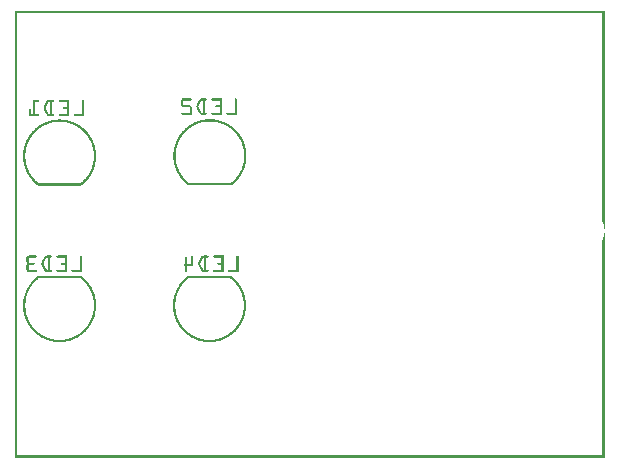
<source format=gbo>
G04 MADE WITH FRITZING*
G04 WWW.FRITZING.ORG*
G04 DOUBLE SIDED*
G04 HOLES PLATED*
G04 CONTOUR ON CENTER OF CONTOUR VECTOR*
%ASAXBY*%
%FSLAX23Y23*%
%MOIN*%
%OFA0B0*%
%SFA1.0B1.0*%
%ADD10R,0.001000X0.001000*%
%LNSILK0*%
G90*
G70*
G54D10*
X0Y1490D02*
X1965Y1490D01*
X0Y1489D02*
X1965Y1489D01*
X0Y1488D02*
X1965Y1488D01*
X0Y1487D02*
X1965Y1487D01*
X0Y1486D02*
X1965Y1486D01*
X0Y1485D02*
X1965Y1485D01*
X0Y1484D02*
X1965Y1484D01*
X0Y1483D02*
X1965Y1483D01*
X0Y1482D02*
X7Y1482D01*
X1958Y1482D02*
X1965Y1482D01*
X0Y1481D02*
X7Y1481D01*
X1958Y1481D02*
X1965Y1481D01*
X0Y1480D02*
X7Y1480D01*
X1958Y1480D02*
X1965Y1480D01*
X0Y1479D02*
X7Y1479D01*
X1958Y1479D02*
X1965Y1479D01*
X0Y1478D02*
X7Y1478D01*
X1958Y1478D02*
X1965Y1478D01*
X0Y1477D02*
X7Y1477D01*
X1958Y1477D02*
X1965Y1477D01*
X0Y1476D02*
X7Y1476D01*
X1958Y1476D02*
X1965Y1476D01*
X0Y1475D02*
X7Y1475D01*
X1958Y1475D02*
X1965Y1475D01*
X0Y1474D02*
X7Y1474D01*
X1958Y1474D02*
X1965Y1474D01*
X0Y1473D02*
X7Y1473D01*
X1958Y1473D02*
X1965Y1473D01*
X0Y1472D02*
X7Y1472D01*
X1958Y1472D02*
X1965Y1472D01*
X0Y1471D02*
X7Y1471D01*
X1958Y1471D02*
X1965Y1471D01*
X0Y1470D02*
X7Y1470D01*
X1958Y1470D02*
X1965Y1470D01*
X0Y1469D02*
X7Y1469D01*
X1958Y1469D02*
X1965Y1469D01*
X0Y1468D02*
X7Y1468D01*
X1958Y1468D02*
X1965Y1468D01*
X0Y1467D02*
X7Y1467D01*
X1958Y1467D02*
X1965Y1467D01*
X0Y1466D02*
X7Y1466D01*
X1958Y1466D02*
X1965Y1466D01*
X0Y1465D02*
X7Y1465D01*
X1958Y1465D02*
X1965Y1465D01*
X0Y1464D02*
X7Y1464D01*
X1958Y1464D02*
X1965Y1464D01*
X0Y1463D02*
X7Y1463D01*
X1958Y1463D02*
X1965Y1463D01*
X0Y1462D02*
X7Y1462D01*
X1958Y1462D02*
X1965Y1462D01*
X0Y1461D02*
X7Y1461D01*
X1958Y1461D02*
X1965Y1461D01*
X0Y1460D02*
X7Y1460D01*
X1958Y1460D02*
X1965Y1460D01*
X0Y1459D02*
X7Y1459D01*
X1958Y1459D02*
X1965Y1459D01*
X0Y1458D02*
X7Y1458D01*
X1958Y1458D02*
X1965Y1458D01*
X0Y1457D02*
X7Y1457D01*
X1958Y1457D02*
X1965Y1457D01*
X0Y1456D02*
X7Y1456D01*
X1958Y1456D02*
X1965Y1456D01*
X0Y1455D02*
X7Y1455D01*
X1958Y1455D02*
X1965Y1455D01*
X0Y1454D02*
X7Y1454D01*
X1958Y1454D02*
X1965Y1454D01*
X0Y1453D02*
X7Y1453D01*
X1958Y1453D02*
X1965Y1453D01*
X0Y1452D02*
X7Y1452D01*
X1958Y1452D02*
X1965Y1452D01*
X0Y1451D02*
X7Y1451D01*
X1958Y1451D02*
X1965Y1451D01*
X0Y1450D02*
X7Y1450D01*
X1958Y1450D02*
X1965Y1450D01*
X0Y1449D02*
X7Y1449D01*
X1958Y1449D02*
X1965Y1449D01*
X0Y1448D02*
X7Y1448D01*
X1958Y1448D02*
X1965Y1448D01*
X0Y1447D02*
X7Y1447D01*
X1958Y1447D02*
X1965Y1447D01*
X0Y1446D02*
X7Y1446D01*
X1958Y1446D02*
X1965Y1446D01*
X0Y1445D02*
X7Y1445D01*
X1958Y1445D02*
X1965Y1445D01*
X0Y1444D02*
X7Y1444D01*
X1958Y1444D02*
X1965Y1444D01*
X0Y1443D02*
X7Y1443D01*
X1958Y1443D02*
X1965Y1443D01*
X0Y1442D02*
X7Y1442D01*
X1958Y1442D02*
X1965Y1442D01*
X0Y1441D02*
X7Y1441D01*
X1958Y1441D02*
X1965Y1441D01*
X0Y1440D02*
X7Y1440D01*
X1958Y1440D02*
X1965Y1440D01*
X0Y1439D02*
X7Y1439D01*
X1958Y1439D02*
X1965Y1439D01*
X0Y1438D02*
X7Y1438D01*
X1958Y1438D02*
X1965Y1438D01*
X0Y1437D02*
X7Y1437D01*
X1958Y1437D02*
X1965Y1437D01*
X0Y1436D02*
X7Y1436D01*
X1958Y1436D02*
X1965Y1436D01*
X0Y1435D02*
X7Y1435D01*
X1958Y1435D02*
X1965Y1435D01*
X0Y1434D02*
X7Y1434D01*
X1958Y1434D02*
X1965Y1434D01*
X0Y1433D02*
X7Y1433D01*
X1958Y1433D02*
X1965Y1433D01*
X0Y1432D02*
X7Y1432D01*
X1958Y1432D02*
X1965Y1432D01*
X0Y1431D02*
X7Y1431D01*
X1958Y1431D02*
X1965Y1431D01*
X0Y1430D02*
X7Y1430D01*
X1958Y1430D02*
X1965Y1430D01*
X0Y1429D02*
X7Y1429D01*
X1958Y1429D02*
X1965Y1429D01*
X0Y1428D02*
X7Y1428D01*
X1958Y1428D02*
X1965Y1428D01*
X0Y1427D02*
X7Y1427D01*
X1958Y1427D02*
X1965Y1427D01*
X0Y1426D02*
X7Y1426D01*
X1958Y1426D02*
X1965Y1426D01*
X0Y1425D02*
X7Y1425D01*
X1958Y1425D02*
X1965Y1425D01*
X0Y1424D02*
X7Y1424D01*
X1958Y1424D02*
X1965Y1424D01*
X0Y1423D02*
X7Y1423D01*
X1958Y1423D02*
X1965Y1423D01*
X0Y1422D02*
X7Y1422D01*
X1958Y1422D02*
X1965Y1422D01*
X0Y1421D02*
X7Y1421D01*
X1958Y1421D02*
X1965Y1421D01*
X0Y1420D02*
X7Y1420D01*
X1958Y1420D02*
X1965Y1420D01*
X0Y1419D02*
X7Y1419D01*
X1958Y1419D02*
X1965Y1419D01*
X0Y1418D02*
X7Y1418D01*
X1958Y1418D02*
X1965Y1418D01*
X0Y1417D02*
X7Y1417D01*
X1958Y1417D02*
X1965Y1417D01*
X0Y1416D02*
X7Y1416D01*
X1958Y1416D02*
X1965Y1416D01*
X0Y1415D02*
X7Y1415D01*
X1958Y1415D02*
X1965Y1415D01*
X0Y1414D02*
X7Y1414D01*
X1958Y1414D02*
X1965Y1414D01*
X0Y1413D02*
X7Y1413D01*
X1958Y1413D02*
X1965Y1413D01*
X0Y1412D02*
X7Y1412D01*
X1958Y1412D02*
X1965Y1412D01*
X0Y1411D02*
X7Y1411D01*
X1958Y1411D02*
X1965Y1411D01*
X0Y1410D02*
X7Y1410D01*
X1958Y1410D02*
X1965Y1410D01*
X0Y1409D02*
X7Y1409D01*
X1958Y1409D02*
X1965Y1409D01*
X0Y1408D02*
X7Y1408D01*
X1958Y1408D02*
X1965Y1408D01*
X0Y1407D02*
X7Y1407D01*
X1958Y1407D02*
X1965Y1407D01*
X0Y1406D02*
X7Y1406D01*
X1958Y1406D02*
X1965Y1406D01*
X0Y1405D02*
X7Y1405D01*
X1958Y1405D02*
X1965Y1405D01*
X0Y1404D02*
X7Y1404D01*
X1958Y1404D02*
X1965Y1404D01*
X0Y1403D02*
X7Y1403D01*
X1958Y1403D02*
X1965Y1403D01*
X0Y1402D02*
X7Y1402D01*
X1958Y1402D02*
X1965Y1402D01*
X0Y1401D02*
X7Y1401D01*
X1958Y1401D02*
X1965Y1401D01*
X0Y1400D02*
X7Y1400D01*
X1958Y1400D02*
X1965Y1400D01*
X0Y1399D02*
X7Y1399D01*
X1958Y1399D02*
X1965Y1399D01*
X0Y1398D02*
X7Y1398D01*
X1958Y1398D02*
X1965Y1398D01*
X0Y1397D02*
X7Y1397D01*
X1958Y1397D02*
X1965Y1397D01*
X0Y1396D02*
X7Y1396D01*
X1958Y1396D02*
X1965Y1396D01*
X0Y1395D02*
X7Y1395D01*
X1958Y1395D02*
X1965Y1395D01*
X0Y1394D02*
X7Y1394D01*
X1958Y1394D02*
X1965Y1394D01*
X0Y1393D02*
X7Y1393D01*
X1958Y1393D02*
X1965Y1393D01*
X0Y1392D02*
X7Y1392D01*
X1958Y1392D02*
X1965Y1392D01*
X0Y1391D02*
X7Y1391D01*
X1958Y1391D02*
X1965Y1391D01*
X0Y1390D02*
X7Y1390D01*
X1958Y1390D02*
X1965Y1390D01*
X0Y1389D02*
X7Y1389D01*
X1958Y1389D02*
X1965Y1389D01*
X0Y1388D02*
X7Y1388D01*
X1958Y1388D02*
X1965Y1388D01*
X0Y1387D02*
X7Y1387D01*
X1958Y1387D02*
X1965Y1387D01*
X0Y1386D02*
X7Y1386D01*
X1958Y1386D02*
X1965Y1386D01*
X0Y1385D02*
X7Y1385D01*
X1958Y1385D02*
X1965Y1385D01*
X0Y1384D02*
X7Y1384D01*
X1958Y1384D02*
X1965Y1384D01*
X0Y1383D02*
X7Y1383D01*
X1958Y1383D02*
X1965Y1383D01*
X0Y1382D02*
X7Y1382D01*
X1958Y1382D02*
X1965Y1382D01*
X0Y1381D02*
X7Y1381D01*
X1958Y1381D02*
X1965Y1381D01*
X0Y1380D02*
X7Y1380D01*
X1958Y1380D02*
X1965Y1380D01*
X0Y1379D02*
X7Y1379D01*
X1958Y1379D02*
X1965Y1379D01*
X0Y1378D02*
X7Y1378D01*
X1958Y1378D02*
X1965Y1378D01*
X0Y1377D02*
X7Y1377D01*
X1958Y1377D02*
X1965Y1377D01*
X0Y1376D02*
X7Y1376D01*
X1958Y1376D02*
X1965Y1376D01*
X0Y1375D02*
X7Y1375D01*
X1958Y1375D02*
X1965Y1375D01*
X0Y1374D02*
X7Y1374D01*
X1958Y1374D02*
X1965Y1374D01*
X0Y1373D02*
X7Y1373D01*
X1958Y1373D02*
X1965Y1373D01*
X0Y1372D02*
X7Y1372D01*
X1958Y1372D02*
X1965Y1372D01*
X0Y1371D02*
X7Y1371D01*
X1958Y1371D02*
X1965Y1371D01*
X0Y1370D02*
X7Y1370D01*
X1958Y1370D02*
X1965Y1370D01*
X0Y1369D02*
X7Y1369D01*
X1958Y1369D02*
X1965Y1369D01*
X0Y1368D02*
X7Y1368D01*
X1958Y1368D02*
X1965Y1368D01*
X0Y1367D02*
X7Y1367D01*
X1958Y1367D02*
X1965Y1367D01*
X0Y1366D02*
X7Y1366D01*
X1958Y1366D02*
X1965Y1366D01*
X0Y1365D02*
X7Y1365D01*
X1958Y1365D02*
X1965Y1365D01*
X0Y1364D02*
X7Y1364D01*
X1958Y1364D02*
X1965Y1364D01*
X0Y1363D02*
X7Y1363D01*
X1958Y1363D02*
X1965Y1363D01*
X0Y1362D02*
X7Y1362D01*
X1958Y1362D02*
X1965Y1362D01*
X0Y1361D02*
X7Y1361D01*
X1958Y1361D02*
X1965Y1361D01*
X0Y1360D02*
X7Y1360D01*
X1958Y1360D02*
X1965Y1360D01*
X0Y1359D02*
X7Y1359D01*
X1958Y1359D02*
X1965Y1359D01*
X0Y1358D02*
X7Y1358D01*
X1958Y1358D02*
X1965Y1358D01*
X0Y1357D02*
X7Y1357D01*
X1958Y1357D02*
X1965Y1357D01*
X0Y1356D02*
X7Y1356D01*
X1958Y1356D02*
X1965Y1356D01*
X0Y1355D02*
X7Y1355D01*
X1958Y1355D02*
X1965Y1355D01*
X0Y1354D02*
X7Y1354D01*
X1958Y1354D02*
X1965Y1354D01*
X0Y1353D02*
X7Y1353D01*
X1958Y1353D02*
X1965Y1353D01*
X0Y1352D02*
X7Y1352D01*
X1958Y1352D02*
X1965Y1352D01*
X0Y1351D02*
X7Y1351D01*
X1958Y1351D02*
X1965Y1351D01*
X0Y1350D02*
X7Y1350D01*
X1958Y1350D02*
X1965Y1350D01*
X0Y1349D02*
X7Y1349D01*
X1958Y1349D02*
X1965Y1349D01*
X0Y1348D02*
X7Y1348D01*
X1958Y1348D02*
X1965Y1348D01*
X0Y1347D02*
X7Y1347D01*
X1958Y1347D02*
X1965Y1347D01*
X0Y1346D02*
X7Y1346D01*
X1958Y1346D02*
X1965Y1346D01*
X0Y1345D02*
X7Y1345D01*
X1958Y1345D02*
X1965Y1345D01*
X0Y1344D02*
X7Y1344D01*
X1958Y1344D02*
X1965Y1344D01*
X0Y1343D02*
X7Y1343D01*
X1958Y1343D02*
X1965Y1343D01*
X0Y1342D02*
X7Y1342D01*
X1958Y1342D02*
X1965Y1342D01*
X0Y1341D02*
X7Y1341D01*
X1958Y1341D02*
X1965Y1341D01*
X0Y1340D02*
X7Y1340D01*
X1958Y1340D02*
X1965Y1340D01*
X0Y1339D02*
X7Y1339D01*
X1958Y1339D02*
X1965Y1339D01*
X0Y1338D02*
X7Y1338D01*
X1958Y1338D02*
X1965Y1338D01*
X0Y1337D02*
X7Y1337D01*
X1958Y1337D02*
X1965Y1337D01*
X0Y1336D02*
X7Y1336D01*
X1958Y1336D02*
X1965Y1336D01*
X0Y1335D02*
X7Y1335D01*
X1958Y1335D02*
X1965Y1335D01*
X0Y1334D02*
X7Y1334D01*
X1958Y1334D02*
X1965Y1334D01*
X0Y1333D02*
X7Y1333D01*
X1958Y1333D02*
X1965Y1333D01*
X0Y1332D02*
X7Y1332D01*
X1958Y1332D02*
X1965Y1332D01*
X0Y1331D02*
X7Y1331D01*
X1958Y1331D02*
X1965Y1331D01*
X0Y1330D02*
X7Y1330D01*
X1958Y1330D02*
X1965Y1330D01*
X0Y1329D02*
X7Y1329D01*
X1958Y1329D02*
X1965Y1329D01*
X0Y1328D02*
X7Y1328D01*
X1958Y1328D02*
X1965Y1328D01*
X0Y1327D02*
X7Y1327D01*
X1958Y1327D02*
X1965Y1327D01*
X0Y1326D02*
X7Y1326D01*
X1958Y1326D02*
X1965Y1326D01*
X0Y1325D02*
X7Y1325D01*
X1958Y1325D02*
X1965Y1325D01*
X0Y1324D02*
X7Y1324D01*
X1958Y1324D02*
X1965Y1324D01*
X0Y1323D02*
X7Y1323D01*
X1958Y1323D02*
X1965Y1323D01*
X0Y1322D02*
X7Y1322D01*
X1958Y1322D02*
X1965Y1322D01*
X0Y1321D02*
X7Y1321D01*
X1958Y1321D02*
X1965Y1321D01*
X0Y1320D02*
X7Y1320D01*
X1958Y1320D02*
X1965Y1320D01*
X0Y1319D02*
X7Y1319D01*
X1958Y1319D02*
X1965Y1319D01*
X0Y1318D02*
X7Y1318D01*
X1958Y1318D02*
X1965Y1318D01*
X0Y1317D02*
X7Y1317D01*
X1958Y1317D02*
X1965Y1317D01*
X0Y1316D02*
X7Y1316D01*
X1958Y1316D02*
X1965Y1316D01*
X0Y1315D02*
X7Y1315D01*
X1958Y1315D02*
X1965Y1315D01*
X0Y1314D02*
X7Y1314D01*
X1958Y1314D02*
X1965Y1314D01*
X0Y1313D02*
X7Y1313D01*
X1958Y1313D02*
X1965Y1313D01*
X0Y1312D02*
X7Y1312D01*
X1958Y1312D02*
X1965Y1312D01*
X0Y1311D02*
X7Y1311D01*
X1958Y1311D02*
X1965Y1311D01*
X0Y1310D02*
X7Y1310D01*
X1958Y1310D02*
X1965Y1310D01*
X0Y1309D02*
X7Y1309D01*
X1958Y1309D02*
X1965Y1309D01*
X0Y1308D02*
X7Y1308D01*
X1958Y1308D02*
X1965Y1308D01*
X0Y1307D02*
X7Y1307D01*
X1958Y1307D02*
X1965Y1307D01*
X0Y1306D02*
X7Y1306D01*
X1958Y1306D02*
X1965Y1306D01*
X0Y1305D02*
X7Y1305D01*
X1958Y1305D02*
X1965Y1305D01*
X0Y1304D02*
X7Y1304D01*
X1958Y1304D02*
X1965Y1304D01*
X0Y1303D02*
X7Y1303D01*
X1958Y1303D02*
X1965Y1303D01*
X0Y1302D02*
X7Y1302D01*
X1958Y1302D02*
X1965Y1302D01*
X0Y1301D02*
X7Y1301D01*
X1958Y1301D02*
X1965Y1301D01*
X0Y1300D02*
X7Y1300D01*
X1958Y1300D02*
X1965Y1300D01*
X0Y1299D02*
X7Y1299D01*
X1958Y1299D02*
X1965Y1299D01*
X0Y1298D02*
X7Y1298D01*
X1958Y1298D02*
X1965Y1298D01*
X0Y1297D02*
X7Y1297D01*
X1958Y1297D02*
X1965Y1297D01*
X0Y1296D02*
X7Y1296D01*
X1958Y1296D02*
X1965Y1296D01*
X0Y1295D02*
X7Y1295D01*
X1958Y1295D02*
X1965Y1295D01*
X0Y1294D02*
X7Y1294D01*
X1958Y1294D02*
X1965Y1294D01*
X0Y1293D02*
X7Y1293D01*
X1958Y1293D02*
X1965Y1293D01*
X0Y1292D02*
X7Y1292D01*
X1958Y1292D02*
X1965Y1292D01*
X0Y1291D02*
X7Y1291D01*
X1958Y1291D02*
X1965Y1291D01*
X0Y1290D02*
X7Y1290D01*
X1958Y1290D02*
X1965Y1290D01*
X0Y1289D02*
X7Y1289D01*
X1958Y1289D02*
X1965Y1289D01*
X0Y1288D02*
X7Y1288D01*
X1958Y1288D02*
X1965Y1288D01*
X0Y1287D02*
X7Y1287D01*
X1958Y1287D02*
X1965Y1287D01*
X0Y1286D02*
X7Y1286D01*
X1958Y1286D02*
X1965Y1286D01*
X0Y1285D02*
X7Y1285D01*
X1958Y1285D02*
X1965Y1285D01*
X0Y1284D02*
X7Y1284D01*
X1958Y1284D02*
X1965Y1284D01*
X0Y1283D02*
X7Y1283D01*
X1958Y1283D02*
X1965Y1283D01*
X0Y1282D02*
X7Y1282D01*
X1958Y1282D02*
X1965Y1282D01*
X0Y1281D02*
X7Y1281D01*
X1958Y1281D02*
X1965Y1281D01*
X0Y1280D02*
X7Y1280D01*
X1958Y1280D02*
X1965Y1280D01*
X0Y1279D02*
X7Y1279D01*
X1958Y1279D02*
X1965Y1279D01*
X0Y1278D02*
X7Y1278D01*
X1958Y1278D02*
X1965Y1278D01*
X0Y1277D02*
X7Y1277D01*
X1958Y1277D02*
X1965Y1277D01*
X0Y1276D02*
X7Y1276D01*
X1958Y1276D02*
X1965Y1276D01*
X0Y1275D02*
X7Y1275D01*
X1958Y1275D02*
X1965Y1275D01*
X0Y1274D02*
X7Y1274D01*
X1958Y1274D02*
X1965Y1274D01*
X0Y1273D02*
X7Y1273D01*
X1958Y1273D02*
X1965Y1273D01*
X0Y1272D02*
X7Y1272D01*
X1958Y1272D02*
X1965Y1272D01*
X0Y1271D02*
X7Y1271D01*
X1958Y1271D02*
X1965Y1271D01*
X0Y1270D02*
X7Y1270D01*
X1958Y1270D02*
X1965Y1270D01*
X0Y1269D02*
X7Y1269D01*
X1958Y1269D02*
X1965Y1269D01*
X0Y1268D02*
X7Y1268D01*
X1958Y1268D02*
X1965Y1268D01*
X0Y1267D02*
X7Y1267D01*
X1958Y1267D02*
X1965Y1267D01*
X0Y1266D02*
X7Y1266D01*
X1958Y1266D02*
X1965Y1266D01*
X0Y1265D02*
X7Y1265D01*
X1958Y1265D02*
X1965Y1265D01*
X0Y1264D02*
X7Y1264D01*
X1958Y1264D02*
X1965Y1264D01*
X0Y1263D02*
X7Y1263D01*
X1958Y1263D02*
X1965Y1263D01*
X0Y1262D02*
X7Y1262D01*
X1958Y1262D02*
X1965Y1262D01*
X0Y1261D02*
X7Y1261D01*
X1958Y1261D02*
X1965Y1261D01*
X0Y1260D02*
X7Y1260D01*
X1958Y1260D02*
X1965Y1260D01*
X0Y1259D02*
X7Y1259D01*
X1958Y1259D02*
X1965Y1259D01*
X0Y1258D02*
X7Y1258D01*
X1958Y1258D02*
X1965Y1258D01*
X0Y1257D02*
X7Y1257D01*
X1958Y1257D02*
X1965Y1257D01*
X0Y1256D02*
X7Y1256D01*
X1958Y1256D02*
X1965Y1256D01*
X0Y1255D02*
X7Y1255D01*
X1958Y1255D02*
X1965Y1255D01*
X0Y1254D02*
X7Y1254D01*
X1958Y1254D02*
X1965Y1254D01*
X0Y1253D02*
X7Y1253D01*
X1958Y1253D02*
X1965Y1253D01*
X0Y1252D02*
X7Y1252D01*
X1958Y1252D02*
X1965Y1252D01*
X0Y1251D02*
X7Y1251D01*
X1958Y1251D02*
X1965Y1251D01*
X0Y1250D02*
X7Y1250D01*
X1958Y1250D02*
X1965Y1250D01*
X0Y1249D02*
X7Y1249D01*
X1958Y1249D02*
X1965Y1249D01*
X0Y1248D02*
X7Y1248D01*
X1958Y1248D02*
X1965Y1248D01*
X0Y1247D02*
X7Y1247D01*
X1958Y1247D02*
X1965Y1247D01*
X0Y1246D02*
X7Y1246D01*
X1958Y1246D02*
X1965Y1246D01*
X0Y1245D02*
X7Y1245D01*
X1958Y1245D02*
X1965Y1245D01*
X0Y1244D02*
X7Y1244D01*
X1958Y1244D02*
X1965Y1244D01*
X0Y1243D02*
X7Y1243D01*
X1958Y1243D02*
X1965Y1243D01*
X0Y1242D02*
X7Y1242D01*
X1958Y1242D02*
X1965Y1242D01*
X0Y1241D02*
X7Y1241D01*
X1958Y1241D02*
X1965Y1241D01*
X0Y1240D02*
X7Y1240D01*
X1958Y1240D02*
X1965Y1240D01*
X0Y1239D02*
X7Y1239D01*
X1958Y1239D02*
X1965Y1239D01*
X0Y1238D02*
X7Y1238D01*
X1958Y1238D02*
X1965Y1238D01*
X0Y1237D02*
X7Y1237D01*
X1958Y1237D02*
X1965Y1237D01*
X0Y1236D02*
X7Y1236D01*
X1958Y1236D02*
X1965Y1236D01*
X0Y1235D02*
X7Y1235D01*
X1958Y1235D02*
X1965Y1235D01*
X0Y1234D02*
X7Y1234D01*
X1958Y1234D02*
X1965Y1234D01*
X0Y1233D02*
X7Y1233D01*
X1958Y1233D02*
X1965Y1233D01*
X0Y1232D02*
X7Y1232D01*
X1958Y1232D02*
X1965Y1232D01*
X0Y1231D02*
X7Y1231D01*
X1958Y1231D02*
X1965Y1231D01*
X0Y1230D02*
X7Y1230D01*
X1958Y1230D02*
X1965Y1230D01*
X0Y1229D02*
X7Y1229D01*
X1958Y1229D02*
X1965Y1229D01*
X0Y1228D02*
X7Y1228D01*
X1958Y1228D02*
X1965Y1228D01*
X0Y1227D02*
X7Y1227D01*
X1958Y1227D02*
X1965Y1227D01*
X0Y1226D02*
X7Y1226D01*
X1958Y1226D02*
X1965Y1226D01*
X0Y1225D02*
X7Y1225D01*
X1958Y1225D02*
X1965Y1225D01*
X0Y1224D02*
X7Y1224D01*
X1958Y1224D02*
X1965Y1224D01*
X0Y1223D02*
X7Y1223D01*
X1958Y1223D02*
X1965Y1223D01*
X0Y1222D02*
X7Y1222D01*
X1958Y1222D02*
X1965Y1222D01*
X0Y1221D02*
X7Y1221D01*
X1958Y1221D02*
X1965Y1221D01*
X0Y1220D02*
X7Y1220D01*
X1958Y1220D02*
X1965Y1220D01*
X0Y1219D02*
X7Y1219D01*
X1958Y1219D02*
X1965Y1219D01*
X0Y1218D02*
X7Y1218D01*
X1958Y1218D02*
X1965Y1218D01*
X0Y1217D02*
X7Y1217D01*
X1958Y1217D02*
X1965Y1217D01*
X0Y1216D02*
X7Y1216D01*
X1958Y1216D02*
X1965Y1216D01*
X0Y1215D02*
X7Y1215D01*
X1958Y1215D02*
X1965Y1215D01*
X0Y1214D02*
X7Y1214D01*
X1958Y1214D02*
X1965Y1214D01*
X0Y1213D02*
X7Y1213D01*
X1958Y1213D02*
X1965Y1213D01*
X0Y1212D02*
X7Y1212D01*
X1958Y1212D02*
X1965Y1212D01*
X0Y1211D02*
X7Y1211D01*
X1958Y1211D02*
X1965Y1211D01*
X0Y1210D02*
X7Y1210D01*
X1958Y1210D02*
X1965Y1210D01*
X0Y1209D02*
X7Y1209D01*
X1958Y1209D02*
X1965Y1209D01*
X0Y1208D02*
X7Y1208D01*
X1958Y1208D02*
X1965Y1208D01*
X0Y1207D02*
X7Y1207D01*
X1958Y1207D02*
X1965Y1207D01*
X0Y1206D02*
X7Y1206D01*
X1958Y1206D02*
X1965Y1206D01*
X0Y1205D02*
X7Y1205D01*
X1958Y1205D02*
X1965Y1205D01*
X0Y1204D02*
X7Y1204D01*
X1958Y1204D02*
X1965Y1204D01*
X0Y1203D02*
X7Y1203D01*
X1958Y1203D02*
X1965Y1203D01*
X0Y1202D02*
X7Y1202D01*
X1958Y1202D02*
X1965Y1202D01*
X0Y1201D02*
X7Y1201D01*
X1958Y1201D02*
X1965Y1201D01*
X0Y1200D02*
X7Y1200D01*
X1958Y1200D02*
X1965Y1200D01*
X0Y1199D02*
X7Y1199D01*
X1958Y1199D02*
X1965Y1199D01*
X0Y1198D02*
X7Y1198D01*
X559Y1198D02*
X587Y1198D01*
X620Y1198D02*
X637Y1198D01*
X657Y1198D02*
X689Y1198D01*
X734Y1198D02*
X737Y1198D01*
X1958Y1198D02*
X1965Y1198D01*
X0Y1197D02*
X7Y1197D01*
X558Y1197D02*
X588Y1197D01*
X618Y1197D02*
X638Y1197D01*
X656Y1197D02*
X689Y1197D01*
X733Y1197D02*
X738Y1197D01*
X1958Y1197D02*
X1965Y1197D01*
X0Y1196D02*
X7Y1196D01*
X557Y1196D02*
X589Y1196D01*
X617Y1196D02*
X639Y1196D01*
X655Y1196D02*
X689Y1196D01*
X733Y1196D02*
X739Y1196D01*
X1958Y1196D02*
X1965Y1196D01*
X0Y1195D02*
X7Y1195D01*
X556Y1195D02*
X589Y1195D01*
X616Y1195D02*
X639Y1195D01*
X655Y1195D02*
X689Y1195D01*
X733Y1195D02*
X739Y1195D01*
X1958Y1195D02*
X1965Y1195D01*
X0Y1194D02*
X7Y1194D01*
X556Y1194D02*
X589Y1194D01*
X615Y1194D02*
X639Y1194D01*
X656Y1194D02*
X689Y1194D01*
X733Y1194D02*
X739Y1194D01*
X1958Y1194D02*
X1965Y1194D01*
X0Y1193D02*
X7Y1193D01*
X60Y1193D02*
X79Y1193D01*
X110Y1193D02*
X129Y1193D01*
X148Y1193D02*
X180Y1193D01*
X225Y1193D02*
X229Y1193D01*
X555Y1193D02*
X588Y1193D01*
X614Y1193D02*
X638Y1193D01*
X656Y1193D02*
X689Y1193D01*
X733Y1193D02*
X739Y1193D01*
X1958Y1193D02*
X1965Y1193D01*
X0Y1192D02*
X7Y1192D01*
X60Y1192D02*
X80Y1192D01*
X109Y1192D02*
X130Y1192D01*
X147Y1192D02*
X180Y1192D01*
X225Y1192D02*
X230Y1192D01*
X555Y1192D02*
X587Y1192D01*
X614Y1192D02*
X637Y1192D01*
X657Y1192D02*
X689Y1192D01*
X733Y1192D02*
X739Y1192D01*
X1958Y1192D02*
X1965Y1192D01*
X0Y1191D02*
X7Y1191D01*
X60Y1191D02*
X80Y1191D01*
X108Y1191D02*
X130Y1191D01*
X147Y1191D02*
X180Y1191D01*
X224Y1191D02*
X230Y1191D01*
X555Y1191D02*
X561Y1191D01*
X613Y1191D02*
X620Y1191D01*
X626Y1191D02*
X632Y1191D01*
X683Y1191D02*
X689Y1191D01*
X733Y1191D02*
X739Y1191D01*
X1958Y1191D02*
X1965Y1191D01*
X0Y1190D02*
X7Y1190D01*
X60Y1190D02*
X80Y1190D01*
X107Y1190D02*
X130Y1190D01*
X147Y1190D02*
X180Y1190D01*
X224Y1190D02*
X230Y1190D01*
X555Y1190D02*
X561Y1190D01*
X613Y1190D02*
X620Y1190D01*
X626Y1190D02*
X632Y1190D01*
X683Y1190D02*
X689Y1190D01*
X733Y1190D02*
X739Y1190D01*
X1958Y1190D02*
X1965Y1190D01*
X0Y1189D02*
X7Y1189D01*
X60Y1189D02*
X80Y1189D01*
X106Y1189D02*
X130Y1189D01*
X147Y1189D02*
X180Y1189D01*
X224Y1189D02*
X230Y1189D01*
X555Y1189D02*
X561Y1189D01*
X612Y1189D02*
X619Y1189D01*
X626Y1189D02*
X632Y1189D01*
X683Y1189D02*
X689Y1189D01*
X733Y1189D02*
X739Y1189D01*
X1958Y1189D02*
X1965Y1189D01*
X0Y1188D02*
X7Y1188D01*
X60Y1188D02*
X79Y1188D01*
X105Y1188D02*
X129Y1188D01*
X148Y1188D02*
X180Y1188D01*
X224Y1188D02*
X230Y1188D01*
X555Y1188D02*
X561Y1188D01*
X612Y1188D02*
X619Y1188D01*
X626Y1188D02*
X632Y1188D01*
X683Y1188D02*
X689Y1188D01*
X733Y1188D02*
X739Y1188D01*
X1958Y1188D02*
X1965Y1188D01*
X0Y1187D02*
X7Y1187D01*
X60Y1187D02*
X77Y1187D01*
X105Y1187D02*
X127Y1187D01*
X150Y1187D02*
X180Y1187D01*
X224Y1187D02*
X230Y1187D01*
X555Y1187D02*
X561Y1187D01*
X611Y1187D02*
X618Y1187D01*
X626Y1187D02*
X632Y1187D01*
X683Y1187D02*
X689Y1187D01*
X733Y1187D02*
X739Y1187D01*
X1958Y1187D02*
X1965Y1187D01*
X0Y1186D02*
X7Y1186D01*
X60Y1186D02*
X67Y1186D01*
X104Y1186D02*
X111Y1186D01*
X117Y1186D02*
X123Y1186D01*
X174Y1186D02*
X180Y1186D01*
X224Y1186D02*
X230Y1186D01*
X555Y1186D02*
X561Y1186D01*
X611Y1186D02*
X618Y1186D01*
X626Y1186D02*
X632Y1186D01*
X683Y1186D02*
X689Y1186D01*
X733Y1186D02*
X739Y1186D01*
X1958Y1186D02*
X1965Y1186D01*
X0Y1185D02*
X7Y1185D01*
X60Y1185D02*
X67Y1185D01*
X104Y1185D02*
X111Y1185D01*
X117Y1185D02*
X123Y1185D01*
X174Y1185D02*
X180Y1185D01*
X224Y1185D02*
X230Y1185D01*
X555Y1185D02*
X561Y1185D01*
X610Y1185D02*
X617Y1185D01*
X626Y1185D02*
X632Y1185D01*
X683Y1185D02*
X689Y1185D01*
X733Y1185D02*
X739Y1185D01*
X1958Y1185D02*
X1965Y1185D01*
X0Y1184D02*
X7Y1184D01*
X60Y1184D02*
X67Y1184D01*
X103Y1184D02*
X110Y1184D01*
X117Y1184D02*
X123Y1184D01*
X174Y1184D02*
X180Y1184D01*
X224Y1184D02*
X230Y1184D01*
X555Y1184D02*
X561Y1184D01*
X610Y1184D02*
X617Y1184D01*
X626Y1184D02*
X632Y1184D01*
X683Y1184D02*
X689Y1184D01*
X733Y1184D02*
X739Y1184D01*
X1958Y1184D02*
X1965Y1184D01*
X0Y1183D02*
X7Y1183D01*
X60Y1183D02*
X67Y1183D01*
X103Y1183D02*
X110Y1183D01*
X117Y1183D02*
X123Y1183D01*
X174Y1183D02*
X180Y1183D01*
X224Y1183D02*
X230Y1183D01*
X555Y1183D02*
X561Y1183D01*
X609Y1183D02*
X616Y1183D01*
X626Y1183D02*
X632Y1183D01*
X683Y1183D02*
X689Y1183D01*
X733Y1183D02*
X739Y1183D01*
X1958Y1183D02*
X1965Y1183D01*
X0Y1182D02*
X7Y1182D01*
X60Y1182D02*
X67Y1182D01*
X102Y1182D02*
X109Y1182D01*
X117Y1182D02*
X123Y1182D01*
X174Y1182D02*
X180Y1182D01*
X224Y1182D02*
X230Y1182D01*
X555Y1182D02*
X561Y1182D01*
X609Y1182D02*
X616Y1182D01*
X626Y1182D02*
X632Y1182D01*
X683Y1182D02*
X689Y1182D01*
X733Y1182D02*
X739Y1182D01*
X1958Y1182D02*
X1965Y1182D01*
X0Y1181D02*
X7Y1181D01*
X60Y1181D02*
X67Y1181D01*
X102Y1181D02*
X109Y1181D01*
X117Y1181D02*
X123Y1181D01*
X174Y1181D02*
X180Y1181D01*
X224Y1181D02*
X230Y1181D01*
X555Y1181D02*
X561Y1181D01*
X608Y1181D02*
X615Y1181D01*
X626Y1181D02*
X632Y1181D01*
X683Y1181D02*
X689Y1181D01*
X733Y1181D02*
X739Y1181D01*
X1958Y1181D02*
X1965Y1181D01*
X0Y1180D02*
X7Y1180D01*
X60Y1180D02*
X67Y1180D01*
X101Y1180D02*
X108Y1180D01*
X117Y1180D02*
X123Y1180D01*
X174Y1180D02*
X180Y1180D01*
X224Y1180D02*
X230Y1180D01*
X555Y1180D02*
X561Y1180D01*
X608Y1180D02*
X614Y1180D01*
X626Y1180D02*
X632Y1180D01*
X683Y1180D02*
X689Y1180D01*
X733Y1180D02*
X739Y1180D01*
X1958Y1180D02*
X1965Y1180D01*
X0Y1179D02*
X7Y1179D01*
X60Y1179D02*
X67Y1179D01*
X101Y1179D02*
X108Y1179D01*
X117Y1179D02*
X123Y1179D01*
X174Y1179D02*
X180Y1179D01*
X224Y1179D02*
X230Y1179D01*
X555Y1179D02*
X561Y1179D01*
X607Y1179D02*
X614Y1179D01*
X626Y1179D02*
X632Y1179D01*
X683Y1179D02*
X689Y1179D01*
X733Y1179D02*
X739Y1179D01*
X1958Y1179D02*
X1965Y1179D01*
X0Y1178D02*
X7Y1178D01*
X60Y1178D02*
X67Y1178D01*
X100Y1178D02*
X107Y1178D01*
X117Y1178D02*
X123Y1178D01*
X174Y1178D02*
X180Y1178D01*
X224Y1178D02*
X230Y1178D01*
X555Y1178D02*
X561Y1178D01*
X607Y1178D02*
X613Y1178D01*
X626Y1178D02*
X632Y1178D01*
X683Y1178D02*
X689Y1178D01*
X733Y1178D02*
X739Y1178D01*
X1958Y1178D02*
X1965Y1178D01*
X0Y1177D02*
X7Y1177D01*
X60Y1177D02*
X67Y1177D01*
X100Y1177D02*
X107Y1177D01*
X117Y1177D02*
X123Y1177D01*
X174Y1177D02*
X180Y1177D01*
X224Y1177D02*
X230Y1177D01*
X555Y1177D02*
X561Y1177D01*
X606Y1177D02*
X613Y1177D01*
X626Y1177D02*
X632Y1177D01*
X683Y1177D02*
X689Y1177D01*
X733Y1177D02*
X739Y1177D01*
X1958Y1177D02*
X1965Y1177D01*
X0Y1176D02*
X7Y1176D01*
X60Y1176D02*
X67Y1176D01*
X99Y1176D02*
X106Y1176D01*
X117Y1176D02*
X123Y1176D01*
X174Y1176D02*
X180Y1176D01*
X224Y1176D02*
X230Y1176D01*
X555Y1176D02*
X561Y1176D01*
X606Y1176D02*
X612Y1176D01*
X626Y1176D02*
X632Y1176D01*
X683Y1176D02*
X689Y1176D01*
X733Y1176D02*
X739Y1176D01*
X1958Y1176D02*
X1965Y1176D01*
X0Y1175D02*
X7Y1175D01*
X60Y1175D02*
X67Y1175D01*
X99Y1175D02*
X106Y1175D01*
X117Y1175D02*
X123Y1175D01*
X174Y1175D02*
X180Y1175D01*
X224Y1175D02*
X230Y1175D01*
X555Y1175D02*
X583Y1175D01*
X606Y1175D02*
X612Y1175D01*
X626Y1175D02*
X632Y1175D01*
X672Y1175D02*
X689Y1175D01*
X733Y1175D02*
X739Y1175D01*
X1958Y1175D02*
X1965Y1175D01*
X0Y1174D02*
X7Y1174D01*
X60Y1174D02*
X67Y1174D01*
X98Y1174D02*
X105Y1174D01*
X117Y1174D02*
X123Y1174D01*
X174Y1174D02*
X180Y1174D01*
X224Y1174D02*
X230Y1174D01*
X555Y1174D02*
X586Y1174D01*
X606Y1174D02*
X612Y1174D01*
X626Y1174D02*
X632Y1174D01*
X670Y1174D02*
X689Y1174D01*
X733Y1174D02*
X739Y1174D01*
X1958Y1174D02*
X1965Y1174D01*
X0Y1173D02*
X7Y1173D01*
X60Y1173D02*
X67Y1173D01*
X98Y1173D02*
X105Y1173D01*
X117Y1173D02*
X123Y1173D01*
X174Y1173D02*
X180Y1173D01*
X224Y1173D02*
X230Y1173D01*
X556Y1173D02*
X587Y1173D01*
X605Y1173D02*
X611Y1173D01*
X626Y1173D02*
X632Y1173D01*
X669Y1173D02*
X689Y1173D01*
X733Y1173D02*
X739Y1173D01*
X1958Y1173D02*
X1965Y1173D01*
X0Y1172D02*
X7Y1172D01*
X60Y1172D02*
X67Y1172D01*
X98Y1172D02*
X104Y1172D01*
X117Y1172D02*
X123Y1172D01*
X174Y1172D02*
X180Y1172D01*
X224Y1172D02*
X230Y1172D01*
X556Y1172D02*
X588Y1172D01*
X605Y1172D02*
X611Y1172D01*
X626Y1172D02*
X632Y1172D01*
X669Y1172D02*
X689Y1172D01*
X733Y1172D02*
X739Y1172D01*
X1958Y1172D02*
X1965Y1172D01*
X0Y1171D02*
X7Y1171D01*
X60Y1171D02*
X67Y1171D01*
X97Y1171D02*
X104Y1171D01*
X117Y1171D02*
X123Y1171D01*
X174Y1171D02*
X180Y1171D01*
X224Y1171D02*
X230Y1171D01*
X557Y1171D02*
X588Y1171D01*
X605Y1171D02*
X611Y1171D01*
X626Y1171D02*
X632Y1171D01*
X669Y1171D02*
X689Y1171D01*
X733Y1171D02*
X739Y1171D01*
X1958Y1171D02*
X1965Y1171D01*
X0Y1170D02*
X7Y1170D01*
X60Y1170D02*
X67Y1170D01*
X97Y1170D02*
X103Y1170D01*
X117Y1170D02*
X123Y1170D01*
X162Y1170D02*
X180Y1170D01*
X224Y1170D02*
X230Y1170D01*
X558Y1170D02*
X589Y1170D01*
X605Y1170D02*
X612Y1170D01*
X626Y1170D02*
X632Y1170D01*
X670Y1170D02*
X689Y1170D01*
X733Y1170D02*
X739Y1170D01*
X1958Y1170D02*
X1965Y1170D01*
X0Y1169D02*
X7Y1169D01*
X60Y1169D02*
X67Y1169D01*
X97Y1169D02*
X103Y1169D01*
X117Y1169D02*
X123Y1169D01*
X161Y1169D02*
X180Y1169D01*
X224Y1169D02*
X230Y1169D01*
X559Y1169D02*
X589Y1169D01*
X606Y1169D02*
X612Y1169D01*
X626Y1169D02*
X632Y1169D01*
X670Y1169D02*
X689Y1169D01*
X733Y1169D02*
X739Y1169D01*
X1958Y1169D02*
X1965Y1169D01*
X0Y1168D02*
X7Y1168D01*
X60Y1168D02*
X67Y1168D01*
X97Y1168D02*
X103Y1168D01*
X117Y1168D02*
X123Y1168D01*
X161Y1168D02*
X180Y1168D01*
X224Y1168D02*
X230Y1168D01*
X583Y1168D02*
X589Y1168D01*
X606Y1168D02*
X612Y1168D01*
X626Y1168D02*
X632Y1168D01*
X683Y1168D02*
X689Y1168D01*
X733Y1168D02*
X739Y1168D01*
X1958Y1168D02*
X1965Y1168D01*
X0Y1167D02*
X7Y1167D01*
X60Y1167D02*
X67Y1167D01*
X97Y1167D02*
X103Y1167D01*
X117Y1167D02*
X123Y1167D01*
X160Y1167D02*
X180Y1167D01*
X224Y1167D02*
X230Y1167D01*
X583Y1167D02*
X589Y1167D01*
X606Y1167D02*
X613Y1167D01*
X626Y1167D02*
X632Y1167D01*
X683Y1167D02*
X689Y1167D01*
X733Y1167D02*
X739Y1167D01*
X1958Y1167D02*
X1965Y1167D01*
X0Y1166D02*
X7Y1166D01*
X60Y1166D02*
X67Y1166D01*
X97Y1166D02*
X103Y1166D01*
X117Y1166D02*
X123Y1166D01*
X161Y1166D02*
X180Y1166D01*
X224Y1166D02*
X230Y1166D01*
X583Y1166D02*
X589Y1166D01*
X606Y1166D02*
X613Y1166D01*
X626Y1166D02*
X632Y1166D01*
X683Y1166D02*
X689Y1166D01*
X733Y1166D02*
X739Y1166D01*
X1958Y1166D02*
X1965Y1166D01*
X0Y1165D02*
X7Y1165D01*
X60Y1165D02*
X67Y1165D01*
X97Y1165D02*
X103Y1165D01*
X117Y1165D02*
X123Y1165D01*
X161Y1165D02*
X180Y1165D01*
X224Y1165D02*
X230Y1165D01*
X583Y1165D02*
X589Y1165D01*
X607Y1165D02*
X614Y1165D01*
X626Y1165D02*
X632Y1165D01*
X683Y1165D02*
X689Y1165D01*
X733Y1165D02*
X739Y1165D01*
X1958Y1165D02*
X1965Y1165D01*
X0Y1164D02*
X7Y1164D01*
X48Y1164D02*
X51Y1164D01*
X60Y1164D02*
X67Y1164D01*
X97Y1164D02*
X103Y1164D01*
X117Y1164D02*
X123Y1164D01*
X162Y1164D02*
X180Y1164D01*
X224Y1164D02*
X230Y1164D01*
X583Y1164D02*
X589Y1164D01*
X607Y1164D02*
X614Y1164D01*
X626Y1164D02*
X632Y1164D01*
X683Y1164D02*
X689Y1164D01*
X733Y1164D02*
X739Y1164D01*
X1958Y1164D02*
X1965Y1164D01*
X0Y1163D02*
X7Y1163D01*
X47Y1163D02*
X52Y1163D01*
X60Y1163D02*
X67Y1163D01*
X97Y1163D02*
X104Y1163D01*
X117Y1163D02*
X123Y1163D01*
X174Y1163D02*
X180Y1163D01*
X224Y1163D02*
X230Y1163D01*
X583Y1163D02*
X589Y1163D01*
X608Y1163D02*
X615Y1163D01*
X626Y1163D02*
X632Y1163D01*
X683Y1163D02*
X689Y1163D01*
X733Y1163D02*
X739Y1163D01*
X1958Y1163D02*
X1965Y1163D01*
X0Y1162D02*
X7Y1162D01*
X47Y1162D02*
X53Y1162D01*
X60Y1162D02*
X67Y1162D01*
X97Y1162D02*
X104Y1162D01*
X117Y1162D02*
X123Y1162D01*
X174Y1162D02*
X180Y1162D01*
X224Y1162D02*
X230Y1162D01*
X583Y1162D02*
X589Y1162D01*
X608Y1162D02*
X615Y1162D01*
X626Y1162D02*
X632Y1162D01*
X683Y1162D02*
X689Y1162D01*
X733Y1162D02*
X739Y1162D01*
X1958Y1162D02*
X1965Y1162D01*
X0Y1161D02*
X7Y1161D01*
X47Y1161D02*
X53Y1161D01*
X60Y1161D02*
X67Y1161D01*
X98Y1161D02*
X105Y1161D01*
X117Y1161D02*
X123Y1161D01*
X174Y1161D02*
X180Y1161D01*
X224Y1161D02*
X230Y1161D01*
X583Y1161D02*
X589Y1161D01*
X609Y1161D02*
X616Y1161D01*
X626Y1161D02*
X632Y1161D01*
X683Y1161D02*
X689Y1161D01*
X733Y1161D02*
X739Y1161D01*
X1958Y1161D02*
X1965Y1161D01*
X0Y1160D02*
X7Y1160D01*
X47Y1160D02*
X53Y1160D01*
X60Y1160D02*
X67Y1160D01*
X98Y1160D02*
X105Y1160D01*
X117Y1160D02*
X123Y1160D01*
X174Y1160D02*
X180Y1160D01*
X224Y1160D02*
X230Y1160D01*
X583Y1160D02*
X589Y1160D01*
X609Y1160D02*
X616Y1160D01*
X626Y1160D02*
X632Y1160D01*
X683Y1160D02*
X689Y1160D01*
X733Y1160D02*
X739Y1160D01*
X1958Y1160D02*
X1965Y1160D01*
X0Y1159D02*
X7Y1159D01*
X47Y1159D02*
X53Y1159D01*
X60Y1159D02*
X67Y1159D01*
X99Y1159D02*
X106Y1159D01*
X117Y1159D02*
X123Y1159D01*
X174Y1159D02*
X180Y1159D01*
X224Y1159D02*
X230Y1159D01*
X583Y1159D02*
X589Y1159D01*
X610Y1159D02*
X617Y1159D01*
X626Y1159D02*
X632Y1159D01*
X683Y1159D02*
X689Y1159D01*
X733Y1159D02*
X739Y1159D01*
X1958Y1159D02*
X1965Y1159D01*
X0Y1158D02*
X7Y1158D01*
X47Y1158D02*
X53Y1158D01*
X60Y1158D02*
X67Y1158D01*
X99Y1158D02*
X106Y1158D01*
X117Y1158D02*
X123Y1158D01*
X174Y1158D02*
X180Y1158D01*
X224Y1158D02*
X230Y1158D01*
X583Y1158D02*
X589Y1158D01*
X610Y1158D02*
X617Y1158D01*
X626Y1158D02*
X632Y1158D01*
X683Y1158D02*
X689Y1158D01*
X733Y1158D02*
X739Y1158D01*
X1958Y1158D02*
X1965Y1158D01*
X0Y1157D02*
X7Y1157D01*
X47Y1157D02*
X53Y1157D01*
X60Y1157D02*
X67Y1157D01*
X100Y1157D02*
X107Y1157D01*
X117Y1157D02*
X123Y1157D01*
X174Y1157D02*
X180Y1157D01*
X224Y1157D02*
X230Y1157D01*
X583Y1157D02*
X589Y1157D01*
X611Y1157D02*
X618Y1157D01*
X626Y1157D02*
X632Y1157D01*
X683Y1157D02*
X689Y1157D01*
X733Y1157D02*
X739Y1157D01*
X1958Y1157D02*
X1965Y1157D01*
X0Y1156D02*
X7Y1156D01*
X47Y1156D02*
X53Y1156D01*
X60Y1156D02*
X67Y1156D01*
X100Y1156D02*
X107Y1156D01*
X117Y1156D02*
X123Y1156D01*
X174Y1156D02*
X180Y1156D01*
X224Y1156D02*
X230Y1156D01*
X583Y1156D02*
X589Y1156D01*
X611Y1156D02*
X618Y1156D01*
X626Y1156D02*
X632Y1156D01*
X683Y1156D02*
X689Y1156D01*
X733Y1156D02*
X739Y1156D01*
X1958Y1156D02*
X1965Y1156D01*
X0Y1155D02*
X7Y1155D01*
X47Y1155D02*
X53Y1155D01*
X60Y1155D02*
X67Y1155D01*
X101Y1155D02*
X108Y1155D01*
X117Y1155D02*
X123Y1155D01*
X174Y1155D02*
X180Y1155D01*
X224Y1155D02*
X230Y1155D01*
X583Y1155D02*
X589Y1155D01*
X612Y1155D02*
X619Y1155D01*
X626Y1155D02*
X632Y1155D01*
X683Y1155D02*
X689Y1155D01*
X733Y1155D02*
X739Y1155D01*
X1958Y1155D02*
X1965Y1155D01*
X0Y1154D02*
X7Y1154D01*
X47Y1154D02*
X53Y1154D01*
X60Y1154D02*
X67Y1154D01*
X101Y1154D02*
X108Y1154D01*
X117Y1154D02*
X123Y1154D01*
X174Y1154D02*
X180Y1154D01*
X224Y1154D02*
X230Y1154D01*
X583Y1154D02*
X589Y1154D01*
X612Y1154D02*
X619Y1154D01*
X626Y1154D02*
X632Y1154D01*
X683Y1154D02*
X689Y1154D01*
X733Y1154D02*
X739Y1154D01*
X1958Y1154D02*
X1965Y1154D01*
X0Y1153D02*
X7Y1153D01*
X47Y1153D02*
X53Y1153D01*
X60Y1153D02*
X67Y1153D01*
X102Y1153D02*
X109Y1153D01*
X117Y1153D02*
X123Y1153D01*
X174Y1153D02*
X180Y1153D01*
X224Y1153D02*
X230Y1153D01*
X583Y1153D02*
X589Y1153D01*
X613Y1153D02*
X620Y1153D01*
X626Y1153D02*
X632Y1153D01*
X683Y1153D02*
X689Y1153D01*
X733Y1153D02*
X739Y1153D01*
X1958Y1153D02*
X1965Y1153D01*
X0Y1152D02*
X7Y1152D01*
X47Y1152D02*
X53Y1152D01*
X60Y1152D02*
X67Y1152D01*
X102Y1152D02*
X109Y1152D01*
X117Y1152D02*
X123Y1152D01*
X174Y1152D02*
X180Y1152D01*
X224Y1152D02*
X230Y1152D01*
X583Y1152D02*
X589Y1152D01*
X613Y1152D02*
X621Y1152D01*
X626Y1152D02*
X632Y1152D01*
X683Y1152D02*
X689Y1152D01*
X733Y1152D02*
X739Y1152D01*
X1958Y1152D02*
X1965Y1152D01*
X0Y1151D02*
X7Y1151D01*
X47Y1151D02*
X53Y1151D01*
X60Y1151D02*
X67Y1151D01*
X103Y1151D02*
X110Y1151D01*
X117Y1151D02*
X123Y1151D01*
X174Y1151D02*
X180Y1151D01*
X224Y1151D02*
X230Y1151D01*
X557Y1151D02*
X589Y1151D01*
X614Y1151D02*
X637Y1151D01*
X657Y1151D02*
X689Y1151D01*
X707Y1151D02*
X739Y1151D01*
X1958Y1151D02*
X1965Y1151D01*
X0Y1150D02*
X7Y1150D01*
X47Y1150D02*
X53Y1150D01*
X60Y1150D02*
X67Y1150D01*
X103Y1150D02*
X110Y1150D01*
X117Y1150D02*
X123Y1150D01*
X174Y1150D02*
X180Y1150D01*
X224Y1150D02*
X230Y1150D01*
X556Y1150D02*
X589Y1150D01*
X614Y1150D02*
X638Y1150D01*
X656Y1150D02*
X689Y1150D01*
X706Y1150D02*
X739Y1150D01*
X1958Y1150D02*
X1965Y1150D01*
X0Y1149D02*
X7Y1149D01*
X47Y1149D02*
X53Y1149D01*
X60Y1149D02*
X67Y1149D01*
X104Y1149D02*
X111Y1149D01*
X117Y1149D02*
X123Y1149D01*
X174Y1149D02*
X180Y1149D01*
X224Y1149D02*
X230Y1149D01*
X555Y1149D02*
X589Y1149D01*
X615Y1149D02*
X639Y1149D01*
X655Y1149D02*
X689Y1149D01*
X705Y1149D02*
X739Y1149D01*
X1958Y1149D02*
X1965Y1149D01*
X0Y1148D02*
X7Y1148D01*
X47Y1148D02*
X53Y1148D01*
X60Y1148D02*
X67Y1148D01*
X104Y1148D02*
X111Y1148D01*
X117Y1148D02*
X123Y1148D01*
X174Y1148D02*
X180Y1148D01*
X224Y1148D02*
X230Y1148D01*
X555Y1148D02*
X589Y1148D01*
X616Y1148D02*
X639Y1148D01*
X655Y1148D02*
X689Y1148D01*
X705Y1148D02*
X739Y1148D01*
X1958Y1148D02*
X1965Y1148D01*
X0Y1147D02*
X7Y1147D01*
X47Y1147D02*
X53Y1147D01*
X60Y1147D02*
X67Y1147D01*
X105Y1147D02*
X113Y1147D01*
X117Y1147D02*
X124Y1147D01*
X174Y1147D02*
X180Y1147D01*
X224Y1147D02*
X230Y1147D01*
X556Y1147D02*
X589Y1147D01*
X617Y1147D02*
X639Y1147D01*
X655Y1147D02*
X689Y1147D01*
X705Y1147D02*
X739Y1147D01*
X1958Y1147D02*
X1965Y1147D01*
X0Y1146D02*
X7Y1146D01*
X47Y1146D02*
X79Y1146D01*
X105Y1146D02*
X129Y1146D01*
X148Y1146D02*
X180Y1146D01*
X198Y1146D02*
X230Y1146D01*
X556Y1146D02*
X589Y1146D01*
X618Y1146D02*
X638Y1146D01*
X656Y1146D02*
X689Y1146D01*
X706Y1146D02*
X739Y1146D01*
X1958Y1146D02*
X1965Y1146D01*
X0Y1145D02*
X7Y1145D01*
X47Y1145D02*
X80Y1145D01*
X106Y1145D02*
X130Y1145D01*
X147Y1145D02*
X180Y1145D01*
X197Y1145D02*
X230Y1145D01*
X557Y1145D02*
X589Y1145D01*
X620Y1145D02*
X637Y1145D01*
X657Y1145D02*
X689Y1145D01*
X707Y1145D02*
X739Y1145D01*
X1958Y1145D02*
X1965Y1145D01*
X0Y1144D02*
X7Y1144D01*
X47Y1144D02*
X80Y1144D01*
X106Y1144D02*
X130Y1144D01*
X147Y1144D02*
X180Y1144D01*
X197Y1144D02*
X230Y1144D01*
X1958Y1144D02*
X1965Y1144D01*
X0Y1143D02*
X7Y1143D01*
X47Y1143D02*
X80Y1143D01*
X107Y1143D02*
X130Y1143D01*
X147Y1143D02*
X180Y1143D01*
X197Y1143D02*
X230Y1143D01*
X1958Y1143D02*
X1965Y1143D01*
X0Y1142D02*
X7Y1142D01*
X47Y1142D02*
X80Y1142D01*
X108Y1142D02*
X130Y1142D01*
X147Y1142D02*
X180Y1142D01*
X197Y1142D02*
X230Y1142D01*
X1958Y1142D02*
X1965Y1142D01*
X0Y1141D02*
X7Y1141D01*
X48Y1141D02*
X79Y1141D01*
X110Y1141D02*
X129Y1141D01*
X148Y1141D02*
X180Y1141D01*
X198Y1141D02*
X230Y1141D01*
X1958Y1141D02*
X1965Y1141D01*
X0Y1140D02*
X7Y1140D01*
X49Y1140D02*
X78Y1140D01*
X113Y1140D02*
X128Y1140D01*
X149Y1140D02*
X180Y1140D01*
X199Y1140D02*
X230Y1140D01*
X1958Y1140D02*
X1965Y1140D01*
X0Y1139D02*
X7Y1139D01*
X1958Y1139D02*
X1965Y1139D01*
X0Y1138D02*
X7Y1138D01*
X1958Y1138D02*
X1965Y1138D01*
X0Y1137D02*
X7Y1137D01*
X1958Y1137D02*
X1965Y1137D01*
X0Y1136D02*
X7Y1136D01*
X1958Y1136D02*
X1965Y1136D01*
X0Y1135D02*
X7Y1135D01*
X1958Y1135D02*
X1965Y1135D01*
X0Y1134D02*
X7Y1134D01*
X1958Y1134D02*
X1965Y1134D01*
X0Y1133D02*
X7Y1133D01*
X1958Y1133D02*
X1965Y1133D01*
X0Y1132D02*
X7Y1132D01*
X1958Y1132D02*
X1965Y1132D01*
X0Y1131D02*
X7Y1131D01*
X1958Y1131D02*
X1965Y1131D01*
X0Y1130D02*
X7Y1130D01*
X1958Y1130D02*
X1965Y1130D01*
X0Y1129D02*
X7Y1129D01*
X648Y1129D02*
X651Y1129D01*
X1958Y1129D02*
X1965Y1129D01*
X0Y1128D02*
X7Y1128D01*
X144Y1128D02*
X153Y1128D01*
X634Y1128D02*
X665Y1128D01*
X1958Y1128D02*
X1965Y1128D01*
X0Y1127D02*
X7Y1127D01*
X133Y1127D02*
X165Y1127D01*
X628Y1127D02*
X672Y1127D01*
X1958Y1127D02*
X1965Y1127D01*
X0Y1126D02*
X7Y1126D01*
X126Y1126D02*
X171Y1126D01*
X623Y1126D02*
X676Y1126D01*
X1958Y1126D02*
X1965Y1126D01*
X0Y1125D02*
X7Y1125D01*
X122Y1125D02*
X176Y1125D01*
X619Y1125D02*
X681Y1125D01*
X1958Y1125D02*
X1965Y1125D01*
X0Y1124D02*
X7Y1124D01*
X118Y1124D02*
X180Y1124D01*
X615Y1124D02*
X684Y1124D01*
X1958Y1124D02*
X1965Y1124D01*
X0Y1123D02*
X7Y1123D01*
X114Y1123D02*
X183Y1123D01*
X612Y1123D02*
X687Y1123D01*
X1958Y1123D02*
X1965Y1123D01*
X0Y1122D02*
X7Y1122D01*
X111Y1122D02*
X187Y1122D01*
X609Y1122D02*
X690Y1122D01*
X1958Y1122D02*
X1965Y1122D01*
X0Y1121D02*
X7Y1121D01*
X108Y1121D02*
X189Y1121D01*
X607Y1121D02*
X637Y1121D01*
X663Y1121D02*
X693Y1121D01*
X1958Y1121D02*
X1965Y1121D01*
X0Y1120D02*
X7Y1120D01*
X105Y1120D02*
X136Y1120D01*
X163Y1120D02*
X192Y1120D01*
X604Y1120D02*
X630Y1120D01*
X670Y1120D02*
X696Y1120D01*
X1958Y1120D02*
X1965Y1120D01*
X0Y1119D02*
X7Y1119D01*
X103Y1119D02*
X129Y1119D01*
X169Y1119D02*
X195Y1119D01*
X602Y1119D02*
X625Y1119D01*
X675Y1119D02*
X698Y1119D01*
X1958Y1119D02*
X1965Y1119D01*
X0Y1118D02*
X7Y1118D01*
X100Y1118D02*
X124Y1118D01*
X174Y1118D02*
X197Y1118D01*
X599Y1118D02*
X621Y1118D01*
X679Y1118D02*
X700Y1118D01*
X1958Y1118D02*
X1965Y1118D01*
X0Y1117D02*
X7Y1117D01*
X98Y1117D02*
X120Y1117D01*
X178Y1117D02*
X199Y1117D01*
X597Y1117D02*
X618Y1117D01*
X683Y1117D02*
X702Y1117D01*
X1958Y1117D02*
X1965Y1117D01*
X0Y1116D02*
X7Y1116D01*
X96Y1116D02*
X116Y1116D01*
X182Y1116D02*
X202Y1116D01*
X595Y1116D02*
X614Y1116D01*
X686Y1116D02*
X705Y1116D01*
X1958Y1116D02*
X1965Y1116D01*
X0Y1115D02*
X7Y1115D01*
X94Y1115D02*
X113Y1115D01*
X185Y1115D02*
X204Y1115D01*
X593Y1115D02*
X611Y1115D01*
X689Y1115D02*
X707Y1115D01*
X1958Y1115D02*
X1965Y1115D01*
X0Y1114D02*
X7Y1114D01*
X92Y1114D02*
X110Y1114D01*
X188Y1114D02*
X206Y1114D01*
X591Y1114D02*
X609Y1114D01*
X692Y1114D02*
X708Y1114D01*
X1958Y1114D02*
X1965Y1114D01*
X0Y1113D02*
X7Y1113D01*
X90Y1113D02*
X108Y1113D01*
X191Y1113D02*
X207Y1113D01*
X590Y1113D02*
X606Y1113D01*
X694Y1113D02*
X710Y1113D01*
X1958Y1113D02*
X1965Y1113D01*
X0Y1112D02*
X7Y1112D01*
X89Y1112D02*
X105Y1112D01*
X193Y1112D02*
X209Y1112D01*
X588Y1112D02*
X604Y1112D01*
X697Y1112D02*
X712Y1112D01*
X1958Y1112D02*
X1965Y1112D01*
X0Y1111D02*
X7Y1111D01*
X87Y1111D02*
X103Y1111D01*
X196Y1111D02*
X211Y1111D01*
X586Y1111D02*
X602Y1111D01*
X699Y1111D02*
X714Y1111D01*
X1958Y1111D02*
X1965Y1111D01*
X0Y1110D02*
X7Y1110D01*
X85Y1110D02*
X101Y1110D01*
X198Y1110D02*
X213Y1110D01*
X585Y1110D02*
X600Y1110D01*
X701Y1110D02*
X715Y1110D01*
X1958Y1110D02*
X1965Y1110D01*
X0Y1109D02*
X7Y1109D01*
X84Y1109D02*
X98Y1109D01*
X200Y1109D02*
X214Y1109D01*
X583Y1109D02*
X598Y1109D01*
X703Y1109D02*
X717Y1109D01*
X1958Y1109D02*
X1965Y1109D01*
X0Y1108D02*
X7Y1108D01*
X82Y1108D02*
X96Y1108D01*
X202Y1108D02*
X216Y1108D01*
X582Y1108D02*
X596Y1108D01*
X705Y1108D02*
X718Y1108D01*
X1958Y1108D02*
X1965Y1108D01*
X0Y1107D02*
X7Y1107D01*
X81Y1107D02*
X95Y1107D01*
X204Y1107D02*
X217Y1107D01*
X580Y1107D02*
X594Y1107D01*
X706Y1107D02*
X720Y1107D01*
X1958Y1107D02*
X1965Y1107D01*
X0Y1106D02*
X7Y1106D01*
X79Y1106D02*
X93Y1106D01*
X205Y1106D02*
X219Y1106D01*
X579Y1106D02*
X592Y1106D01*
X708Y1106D02*
X721Y1106D01*
X1958Y1106D02*
X1965Y1106D01*
X0Y1105D02*
X7Y1105D01*
X78Y1105D02*
X91Y1105D01*
X207Y1105D02*
X220Y1105D01*
X578Y1105D02*
X591Y1105D01*
X710Y1105D02*
X722Y1105D01*
X1958Y1105D02*
X1965Y1105D01*
X0Y1104D02*
X7Y1104D01*
X76Y1104D02*
X89Y1104D01*
X209Y1104D02*
X221Y1104D01*
X576Y1104D02*
X589Y1104D01*
X711Y1104D02*
X724Y1104D01*
X1958Y1104D02*
X1965Y1104D01*
X0Y1103D02*
X7Y1103D01*
X75Y1103D02*
X88Y1103D01*
X210Y1103D02*
X223Y1103D01*
X575Y1103D02*
X587Y1103D01*
X713Y1103D02*
X725Y1103D01*
X1958Y1103D02*
X1965Y1103D01*
X0Y1102D02*
X7Y1102D01*
X74Y1102D02*
X86Y1102D01*
X212Y1102D02*
X224Y1102D01*
X574Y1102D02*
X586Y1102D01*
X714Y1102D02*
X726Y1102D01*
X1958Y1102D02*
X1965Y1102D01*
X0Y1101D02*
X7Y1101D01*
X73Y1101D02*
X85Y1101D01*
X213Y1101D02*
X225Y1101D01*
X572Y1101D02*
X584Y1101D01*
X716Y1101D02*
X728Y1101D01*
X1958Y1101D02*
X1965Y1101D01*
X0Y1100D02*
X7Y1100D01*
X71Y1100D02*
X83Y1100D01*
X215Y1100D02*
X227Y1100D01*
X571Y1100D02*
X583Y1100D01*
X717Y1100D02*
X729Y1100D01*
X1958Y1100D02*
X1965Y1100D01*
X0Y1099D02*
X7Y1099D01*
X70Y1099D02*
X82Y1099D01*
X216Y1099D02*
X228Y1099D01*
X570Y1099D02*
X582Y1099D01*
X719Y1099D02*
X730Y1099D01*
X1958Y1099D02*
X1965Y1099D01*
X0Y1098D02*
X7Y1098D01*
X69Y1098D02*
X80Y1098D01*
X218Y1098D02*
X229Y1098D01*
X569Y1098D02*
X580Y1098D01*
X720Y1098D02*
X731Y1098D01*
X1958Y1098D02*
X1965Y1098D01*
X0Y1097D02*
X7Y1097D01*
X68Y1097D02*
X79Y1097D01*
X219Y1097D02*
X230Y1097D01*
X568Y1097D02*
X579Y1097D01*
X721Y1097D02*
X732Y1097D01*
X1958Y1097D02*
X1965Y1097D01*
X0Y1096D02*
X7Y1096D01*
X67Y1096D02*
X78Y1096D01*
X220Y1096D02*
X231Y1096D01*
X567Y1096D02*
X578Y1096D01*
X722Y1096D02*
X733Y1096D01*
X1958Y1096D02*
X1965Y1096D01*
X0Y1095D02*
X7Y1095D01*
X66Y1095D02*
X77Y1095D01*
X221Y1095D02*
X232Y1095D01*
X566Y1095D02*
X577Y1095D01*
X724Y1095D02*
X734Y1095D01*
X1958Y1095D02*
X1965Y1095D01*
X0Y1094D02*
X7Y1094D01*
X65Y1094D02*
X75Y1094D01*
X223Y1094D02*
X233Y1094D01*
X565Y1094D02*
X575Y1094D01*
X725Y1094D02*
X735Y1094D01*
X1958Y1094D02*
X1965Y1094D01*
X0Y1093D02*
X7Y1093D01*
X64Y1093D02*
X74Y1093D01*
X224Y1093D02*
X234Y1093D01*
X564Y1093D02*
X574Y1093D01*
X726Y1093D02*
X736Y1093D01*
X1958Y1093D02*
X1965Y1093D01*
X0Y1092D02*
X7Y1092D01*
X63Y1092D02*
X73Y1092D01*
X225Y1092D02*
X235Y1092D01*
X563Y1092D02*
X573Y1092D01*
X727Y1092D02*
X737Y1092D01*
X1958Y1092D02*
X1965Y1092D01*
X0Y1091D02*
X7Y1091D01*
X62Y1091D02*
X72Y1091D01*
X226Y1091D02*
X236Y1091D01*
X562Y1091D02*
X572Y1091D01*
X728Y1091D02*
X738Y1091D01*
X1958Y1091D02*
X1965Y1091D01*
X0Y1090D02*
X7Y1090D01*
X61Y1090D02*
X71Y1090D01*
X227Y1090D02*
X237Y1090D01*
X561Y1090D02*
X571Y1090D01*
X729Y1090D02*
X739Y1090D01*
X1958Y1090D02*
X1965Y1090D01*
X0Y1089D02*
X7Y1089D01*
X60Y1089D02*
X70Y1089D01*
X228Y1089D02*
X238Y1089D01*
X560Y1089D02*
X570Y1089D01*
X730Y1089D02*
X740Y1089D01*
X1958Y1089D02*
X1965Y1089D01*
X0Y1088D02*
X7Y1088D01*
X59Y1088D02*
X69Y1088D01*
X229Y1088D02*
X239Y1088D01*
X559Y1088D02*
X569Y1088D01*
X731Y1088D02*
X741Y1088D01*
X1958Y1088D02*
X1965Y1088D01*
X0Y1087D02*
X7Y1087D01*
X58Y1087D02*
X68Y1087D01*
X230Y1087D02*
X240Y1087D01*
X558Y1087D02*
X568Y1087D01*
X732Y1087D02*
X742Y1087D01*
X1958Y1087D02*
X1965Y1087D01*
X0Y1086D02*
X7Y1086D01*
X57Y1086D02*
X67Y1086D01*
X231Y1086D02*
X241Y1086D01*
X557Y1086D02*
X567Y1086D01*
X733Y1086D02*
X743Y1086D01*
X1958Y1086D02*
X1965Y1086D01*
X0Y1085D02*
X7Y1085D01*
X56Y1085D02*
X66Y1085D01*
X232Y1085D02*
X242Y1085D01*
X557Y1085D02*
X566Y1085D01*
X734Y1085D02*
X744Y1085D01*
X1958Y1085D02*
X1965Y1085D01*
X0Y1084D02*
X7Y1084D01*
X55Y1084D02*
X65Y1084D01*
X233Y1084D02*
X243Y1084D01*
X556Y1084D02*
X565Y1084D01*
X735Y1084D02*
X744Y1084D01*
X1958Y1084D02*
X1965Y1084D01*
X0Y1083D02*
X7Y1083D01*
X55Y1083D02*
X64Y1083D01*
X234Y1083D02*
X243Y1083D01*
X555Y1083D02*
X564Y1083D01*
X736Y1083D02*
X745Y1083D01*
X1958Y1083D02*
X1965Y1083D01*
X0Y1082D02*
X7Y1082D01*
X54Y1082D02*
X63Y1082D01*
X235Y1082D02*
X244Y1082D01*
X554Y1082D02*
X563Y1082D01*
X737Y1082D02*
X746Y1082D01*
X1958Y1082D02*
X1965Y1082D01*
X0Y1081D02*
X7Y1081D01*
X53Y1081D02*
X62Y1081D01*
X236Y1081D02*
X245Y1081D01*
X553Y1081D02*
X562Y1081D01*
X738Y1081D02*
X747Y1081D01*
X1958Y1081D02*
X1965Y1081D01*
X0Y1080D02*
X7Y1080D01*
X52Y1080D02*
X61Y1080D01*
X237Y1080D02*
X246Y1080D01*
X553Y1080D02*
X562Y1080D01*
X739Y1080D02*
X747Y1080D01*
X1958Y1080D02*
X1965Y1080D01*
X0Y1079D02*
X7Y1079D01*
X52Y1079D02*
X60Y1079D01*
X237Y1079D02*
X246Y1079D01*
X552Y1079D02*
X561Y1079D01*
X739Y1079D02*
X748Y1079D01*
X1958Y1079D02*
X1965Y1079D01*
X0Y1078D02*
X7Y1078D01*
X51Y1078D02*
X60Y1078D01*
X238Y1078D02*
X247Y1078D01*
X551Y1078D02*
X560Y1078D01*
X740Y1078D02*
X749Y1078D01*
X1958Y1078D02*
X1965Y1078D01*
X0Y1077D02*
X7Y1077D01*
X50Y1077D02*
X59Y1077D01*
X239Y1077D02*
X248Y1077D01*
X551Y1077D02*
X559Y1077D01*
X741Y1077D02*
X750Y1077D01*
X1958Y1077D02*
X1965Y1077D01*
X0Y1076D02*
X7Y1076D01*
X49Y1076D02*
X58Y1076D01*
X240Y1076D02*
X249Y1076D01*
X550Y1076D02*
X558Y1076D01*
X742Y1076D02*
X750Y1076D01*
X1958Y1076D02*
X1965Y1076D01*
X0Y1075D02*
X7Y1075D01*
X49Y1075D02*
X57Y1075D01*
X241Y1075D02*
X249Y1075D01*
X549Y1075D02*
X558Y1075D01*
X742Y1075D02*
X751Y1075D01*
X1958Y1075D02*
X1965Y1075D01*
X0Y1074D02*
X7Y1074D01*
X48Y1074D02*
X56Y1074D01*
X241Y1074D02*
X250Y1074D01*
X549Y1074D02*
X557Y1074D01*
X743Y1074D02*
X752Y1074D01*
X1958Y1074D02*
X1965Y1074D01*
X0Y1073D02*
X7Y1073D01*
X47Y1073D02*
X56Y1073D01*
X242Y1073D02*
X251Y1073D01*
X548Y1073D02*
X556Y1073D01*
X744Y1073D02*
X752Y1073D01*
X1958Y1073D02*
X1965Y1073D01*
X0Y1072D02*
X7Y1072D01*
X47Y1072D02*
X55Y1072D01*
X243Y1072D02*
X251Y1072D01*
X547Y1072D02*
X555Y1072D01*
X745Y1072D02*
X753Y1072D01*
X1958Y1072D02*
X1965Y1072D01*
X0Y1071D02*
X7Y1071D01*
X46Y1071D02*
X54Y1071D01*
X243Y1071D02*
X252Y1071D01*
X547Y1071D02*
X555Y1071D01*
X745Y1071D02*
X754Y1071D01*
X1958Y1071D02*
X1965Y1071D01*
X0Y1070D02*
X7Y1070D01*
X46Y1070D02*
X54Y1070D01*
X244Y1070D02*
X253Y1070D01*
X546Y1070D02*
X554Y1070D01*
X746Y1070D02*
X754Y1070D01*
X1958Y1070D02*
X1965Y1070D01*
X0Y1069D02*
X7Y1069D01*
X45Y1069D02*
X53Y1069D01*
X245Y1069D02*
X253Y1069D01*
X545Y1069D02*
X553Y1069D01*
X747Y1069D02*
X755Y1069D01*
X1958Y1069D02*
X1965Y1069D01*
X0Y1068D02*
X7Y1068D01*
X44Y1068D02*
X52Y1068D01*
X245Y1068D02*
X254Y1068D01*
X545Y1068D02*
X553Y1068D01*
X747Y1068D02*
X755Y1068D01*
X1958Y1068D02*
X1965Y1068D01*
X0Y1067D02*
X7Y1067D01*
X44Y1067D02*
X52Y1067D01*
X246Y1067D02*
X254Y1067D01*
X544Y1067D02*
X552Y1067D01*
X748Y1067D02*
X756Y1067D01*
X1958Y1067D02*
X1965Y1067D01*
X0Y1066D02*
X7Y1066D01*
X43Y1066D02*
X51Y1066D01*
X247Y1066D02*
X255Y1066D01*
X544Y1066D02*
X552Y1066D01*
X748Y1066D02*
X756Y1066D01*
X1958Y1066D02*
X1965Y1066D01*
X0Y1065D02*
X7Y1065D01*
X43Y1065D02*
X50Y1065D01*
X247Y1065D02*
X255Y1065D01*
X543Y1065D02*
X551Y1065D01*
X749Y1065D02*
X757Y1065D01*
X1958Y1065D02*
X1965Y1065D01*
X0Y1064D02*
X7Y1064D01*
X42Y1064D02*
X50Y1064D01*
X248Y1064D02*
X256Y1064D01*
X543Y1064D02*
X550Y1064D01*
X750Y1064D02*
X758Y1064D01*
X1958Y1064D02*
X1965Y1064D01*
X0Y1063D02*
X7Y1063D01*
X42Y1063D02*
X49Y1063D01*
X249Y1063D02*
X256Y1063D01*
X542Y1063D02*
X550Y1063D01*
X750Y1063D02*
X758Y1063D01*
X1958Y1063D02*
X1965Y1063D01*
X0Y1062D02*
X7Y1062D01*
X41Y1062D02*
X49Y1062D01*
X249Y1062D02*
X257Y1062D01*
X542Y1062D02*
X549Y1062D01*
X751Y1062D02*
X759Y1062D01*
X1958Y1062D02*
X1965Y1062D01*
X0Y1061D02*
X7Y1061D01*
X41Y1061D02*
X48Y1061D01*
X250Y1061D02*
X257Y1061D01*
X541Y1061D02*
X549Y1061D01*
X751Y1061D02*
X759Y1061D01*
X1958Y1061D02*
X1965Y1061D01*
X0Y1060D02*
X7Y1060D01*
X40Y1060D02*
X48Y1060D01*
X250Y1060D02*
X258Y1060D01*
X541Y1060D02*
X548Y1060D01*
X752Y1060D02*
X760Y1060D01*
X1958Y1060D02*
X1965Y1060D01*
X0Y1059D02*
X7Y1059D01*
X40Y1059D02*
X47Y1059D01*
X251Y1059D02*
X258Y1059D01*
X540Y1059D02*
X548Y1059D01*
X752Y1059D02*
X760Y1059D01*
X1958Y1059D02*
X1965Y1059D01*
X0Y1058D02*
X7Y1058D01*
X39Y1058D02*
X46Y1058D01*
X251Y1058D02*
X259Y1058D01*
X540Y1058D02*
X547Y1058D01*
X753Y1058D02*
X760Y1058D01*
X1958Y1058D02*
X1965Y1058D01*
X0Y1057D02*
X7Y1057D01*
X39Y1057D02*
X46Y1057D01*
X252Y1057D02*
X259Y1057D01*
X539Y1057D02*
X547Y1057D01*
X753Y1057D02*
X761Y1057D01*
X1958Y1057D02*
X1965Y1057D01*
X0Y1056D02*
X7Y1056D01*
X38Y1056D02*
X45Y1056D01*
X252Y1056D02*
X260Y1056D01*
X539Y1056D02*
X546Y1056D01*
X754Y1056D02*
X761Y1056D01*
X1958Y1056D02*
X1965Y1056D01*
X0Y1055D02*
X7Y1055D01*
X38Y1055D02*
X45Y1055D01*
X253Y1055D02*
X260Y1055D01*
X539Y1055D02*
X546Y1055D01*
X754Y1055D02*
X762Y1055D01*
X1958Y1055D02*
X1965Y1055D01*
X0Y1054D02*
X7Y1054D01*
X37Y1054D02*
X45Y1054D01*
X253Y1054D02*
X261Y1054D01*
X538Y1054D02*
X545Y1054D01*
X755Y1054D02*
X762Y1054D01*
X1958Y1054D02*
X1965Y1054D01*
X0Y1053D02*
X7Y1053D01*
X37Y1053D02*
X44Y1053D01*
X254Y1053D02*
X261Y1053D01*
X538Y1053D02*
X545Y1053D01*
X755Y1053D02*
X763Y1053D01*
X1958Y1053D02*
X1965Y1053D01*
X0Y1052D02*
X7Y1052D01*
X37Y1052D02*
X44Y1052D01*
X254Y1052D02*
X261Y1052D01*
X537Y1052D02*
X544Y1052D01*
X756Y1052D02*
X763Y1052D01*
X1958Y1052D02*
X1965Y1052D01*
X0Y1051D02*
X7Y1051D01*
X36Y1051D02*
X43Y1051D01*
X255Y1051D02*
X262Y1051D01*
X537Y1051D02*
X544Y1051D01*
X756Y1051D02*
X763Y1051D01*
X1958Y1051D02*
X1965Y1051D01*
X0Y1050D02*
X7Y1050D01*
X36Y1050D02*
X43Y1050D01*
X255Y1050D02*
X262Y1050D01*
X537Y1050D02*
X543Y1050D01*
X756Y1050D02*
X764Y1050D01*
X1958Y1050D02*
X1965Y1050D01*
X0Y1049D02*
X7Y1049D01*
X35Y1049D02*
X42Y1049D01*
X255Y1049D02*
X263Y1049D01*
X536Y1049D02*
X543Y1049D01*
X757Y1049D02*
X764Y1049D01*
X1958Y1049D02*
X1965Y1049D01*
X0Y1048D02*
X7Y1048D01*
X35Y1048D02*
X42Y1048D01*
X256Y1048D02*
X263Y1048D01*
X536Y1048D02*
X543Y1048D01*
X757Y1048D02*
X764Y1048D01*
X1958Y1048D02*
X1965Y1048D01*
X0Y1047D02*
X7Y1047D01*
X35Y1047D02*
X42Y1047D01*
X256Y1047D02*
X263Y1047D01*
X535Y1047D02*
X542Y1047D01*
X758Y1047D02*
X765Y1047D01*
X1958Y1047D02*
X1965Y1047D01*
X0Y1046D02*
X7Y1046D01*
X34Y1046D02*
X41Y1046D01*
X257Y1046D02*
X264Y1046D01*
X535Y1046D02*
X542Y1046D01*
X758Y1046D02*
X765Y1046D01*
X1958Y1046D02*
X1965Y1046D01*
X0Y1045D02*
X7Y1045D01*
X34Y1045D02*
X41Y1045D01*
X257Y1045D02*
X264Y1045D01*
X535Y1045D02*
X542Y1045D01*
X758Y1045D02*
X765Y1045D01*
X1958Y1045D02*
X1965Y1045D01*
X0Y1044D02*
X7Y1044D01*
X34Y1044D02*
X40Y1044D01*
X257Y1044D02*
X264Y1044D01*
X535Y1044D02*
X541Y1044D01*
X759Y1044D02*
X766Y1044D01*
X1958Y1044D02*
X1965Y1044D01*
X0Y1043D02*
X7Y1043D01*
X33Y1043D02*
X40Y1043D01*
X258Y1043D02*
X265Y1043D01*
X534Y1043D02*
X541Y1043D01*
X759Y1043D02*
X766Y1043D01*
X1958Y1043D02*
X1965Y1043D01*
X0Y1042D02*
X7Y1042D01*
X33Y1042D02*
X40Y1042D01*
X258Y1042D02*
X265Y1042D01*
X534Y1042D02*
X541Y1042D01*
X759Y1042D02*
X766Y1042D01*
X1958Y1042D02*
X1965Y1042D01*
X0Y1041D02*
X7Y1041D01*
X33Y1041D02*
X39Y1041D01*
X258Y1041D02*
X265Y1041D01*
X534Y1041D02*
X540Y1041D01*
X760Y1041D02*
X767Y1041D01*
X1958Y1041D02*
X1965Y1041D01*
X0Y1040D02*
X7Y1040D01*
X32Y1040D02*
X39Y1040D01*
X259Y1040D02*
X266Y1040D01*
X533Y1040D02*
X540Y1040D01*
X760Y1040D02*
X767Y1040D01*
X1958Y1040D02*
X1965Y1040D01*
X0Y1039D02*
X7Y1039D01*
X32Y1039D02*
X39Y1039D01*
X259Y1039D02*
X266Y1039D01*
X533Y1039D02*
X540Y1039D01*
X760Y1039D02*
X767Y1039D01*
X1958Y1039D02*
X1965Y1039D01*
X0Y1038D02*
X7Y1038D01*
X32Y1038D02*
X39Y1038D01*
X259Y1038D02*
X266Y1038D01*
X533Y1038D02*
X539Y1038D01*
X761Y1038D02*
X767Y1038D01*
X1958Y1038D02*
X1965Y1038D01*
X0Y1037D02*
X7Y1037D01*
X32Y1037D02*
X38Y1037D01*
X260Y1037D02*
X266Y1037D01*
X533Y1037D02*
X539Y1037D01*
X761Y1037D02*
X768Y1037D01*
X1958Y1037D02*
X1965Y1037D01*
X0Y1036D02*
X7Y1036D01*
X31Y1036D02*
X38Y1036D01*
X260Y1036D02*
X267Y1036D01*
X532Y1036D02*
X539Y1036D01*
X761Y1036D02*
X768Y1036D01*
X1958Y1036D02*
X1965Y1036D01*
X0Y1035D02*
X7Y1035D01*
X31Y1035D02*
X38Y1035D01*
X260Y1035D02*
X267Y1035D01*
X532Y1035D02*
X539Y1035D01*
X761Y1035D02*
X768Y1035D01*
X1958Y1035D02*
X1965Y1035D01*
X0Y1034D02*
X7Y1034D01*
X31Y1034D02*
X37Y1034D01*
X260Y1034D02*
X267Y1034D01*
X532Y1034D02*
X538Y1034D01*
X762Y1034D02*
X768Y1034D01*
X1958Y1034D02*
X1965Y1034D01*
X0Y1033D02*
X7Y1033D01*
X31Y1033D02*
X37Y1033D01*
X261Y1033D02*
X267Y1033D01*
X532Y1033D02*
X538Y1033D01*
X762Y1033D02*
X769Y1033D01*
X1958Y1033D02*
X1965Y1033D01*
X0Y1032D02*
X7Y1032D01*
X31Y1032D02*
X37Y1032D01*
X261Y1032D02*
X268Y1032D01*
X531Y1032D02*
X538Y1032D01*
X762Y1032D02*
X769Y1032D01*
X1958Y1032D02*
X1965Y1032D01*
X0Y1031D02*
X7Y1031D01*
X30Y1031D02*
X37Y1031D01*
X261Y1031D02*
X268Y1031D01*
X531Y1031D02*
X538Y1031D01*
X762Y1031D02*
X769Y1031D01*
X1958Y1031D02*
X1965Y1031D01*
X0Y1030D02*
X7Y1030D01*
X30Y1030D02*
X37Y1030D01*
X261Y1030D02*
X268Y1030D01*
X531Y1030D02*
X537Y1030D01*
X763Y1030D02*
X769Y1030D01*
X1958Y1030D02*
X1965Y1030D01*
X0Y1029D02*
X7Y1029D01*
X30Y1029D02*
X36Y1029D01*
X262Y1029D02*
X268Y1029D01*
X531Y1029D02*
X537Y1029D01*
X763Y1029D02*
X769Y1029D01*
X1958Y1029D02*
X1965Y1029D01*
X0Y1028D02*
X7Y1028D01*
X30Y1028D02*
X36Y1028D01*
X262Y1028D02*
X268Y1028D01*
X531Y1028D02*
X537Y1028D01*
X763Y1028D02*
X770Y1028D01*
X1958Y1028D02*
X1965Y1028D01*
X0Y1027D02*
X7Y1027D01*
X30Y1027D02*
X36Y1027D01*
X262Y1027D02*
X268Y1027D01*
X530Y1027D02*
X537Y1027D01*
X763Y1027D02*
X770Y1027D01*
X1958Y1027D02*
X1965Y1027D01*
X0Y1026D02*
X7Y1026D01*
X29Y1026D02*
X36Y1026D01*
X262Y1026D02*
X269Y1026D01*
X530Y1026D02*
X537Y1026D01*
X763Y1026D02*
X770Y1026D01*
X1958Y1026D02*
X1965Y1026D01*
X0Y1025D02*
X7Y1025D01*
X29Y1025D02*
X36Y1025D01*
X262Y1025D02*
X269Y1025D01*
X530Y1025D02*
X537Y1025D01*
X764Y1025D02*
X770Y1025D01*
X1958Y1025D02*
X1965Y1025D01*
X0Y1024D02*
X7Y1024D01*
X29Y1024D02*
X35Y1024D01*
X262Y1024D02*
X269Y1024D01*
X530Y1024D02*
X536Y1024D01*
X764Y1024D02*
X770Y1024D01*
X1958Y1024D02*
X1965Y1024D01*
X0Y1023D02*
X7Y1023D01*
X29Y1023D02*
X35Y1023D01*
X263Y1023D02*
X269Y1023D01*
X530Y1023D02*
X536Y1023D01*
X764Y1023D02*
X770Y1023D01*
X1958Y1023D02*
X1965Y1023D01*
X0Y1022D02*
X7Y1022D01*
X29Y1022D02*
X35Y1022D01*
X263Y1022D02*
X269Y1022D01*
X530Y1022D02*
X536Y1022D01*
X764Y1022D02*
X770Y1022D01*
X1958Y1022D02*
X1965Y1022D01*
X0Y1021D02*
X7Y1021D01*
X29Y1021D02*
X35Y1021D01*
X263Y1021D02*
X269Y1021D01*
X530Y1021D02*
X536Y1021D01*
X764Y1021D02*
X771Y1021D01*
X1958Y1021D02*
X1965Y1021D01*
X0Y1020D02*
X7Y1020D01*
X29Y1020D02*
X35Y1020D01*
X263Y1020D02*
X269Y1020D01*
X530Y1020D02*
X536Y1020D01*
X764Y1020D02*
X771Y1020D01*
X1958Y1020D02*
X1965Y1020D01*
X0Y1019D02*
X7Y1019D01*
X28Y1019D02*
X35Y1019D01*
X263Y1019D02*
X270Y1019D01*
X529Y1019D02*
X536Y1019D01*
X764Y1019D02*
X771Y1019D01*
X1958Y1019D02*
X1965Y1019D01*
X0Y1018D02*
X7Y1018D01*
X28Y1018D02*
X35Y1018D01*
X263Y1018D02*
X270Y1018D01*
X529Y1018D02*
X536Y1018D01*
X764Y1018D02*
X771Y1018D01*
X1958Y1018D02*
X1965Y1018D01*
X0Y1017D02*
X7Y1017D01*
X28Y1017D02*
X35Y1017D01*
X263Y1017D02*
X270Y1017D01*
X529Y1017D02*
X536Y1017D01*
X764Y1017D02*
X771Y1017D01*
X1958Y1017D02*
X1965Y1017D01*
X0Y1016D02*
X7Y1016D01*
X28Y1016D02*
X34Y1016D01*
X263Y1016D02*
X270Y1016D01*
X529Y1016D02*
X536Y1016D01*
X765Y1016D02*
X771Y1016D01*
X1958Y1016D02*
X1965Y1016D01*
X0Y1015D02*
X7Y1015D01*
X28Y1015D02*
X34Y1015D01*
X263Y1015D02*
X270Y1015D01*
X529Y1015D02*
X535Y1015D01*
X765Y1015D02*
X771Y1015D01*
X1958Y1015D02*
X1965Y1015D01*
X0Y1014D02*
X7Y1014D01*
X28Y1014D02*
X34Y1014D01*
X264Y1014D02*
X270Y1014D01*
X529Y1014D02*
X535Y1014D01*
X765Y1014D02*
X771Y1014D01*
X1958Y1014D02*
X1965Y1014D01*
X0Y1013D02*
X7Y1013D01*
X28Y1013D02*
X34Y1013D01*
X264Y1013D02*
X270Y1013D01*
X529Y1013D02*
X535Y1013D01*
X765Y1013D02*
X771Y1013D01*
X1958Y1013D02*
X1965Y1013D01*
X0Y1012D02*
X7Y1012D01*
X28Y1012D02*
X34Y1012D01*
X264Y1012D02*
X270Y1012D01*
X529Y1012D02*
X535Y1012D01*
X765Y1012D02*
X771Y1012D01*
X1958Y1012D02*
X1965Y1012D01*
X0Y1011D02*
X7Y1011D01*
X28Y1011D02*
X34Y1011D01*
X264Y1011D02*
X270Y1011D01*
X529Y1011D02*
X535Y1011D01*
X765Y1011D02*
X771Y1011D01*
X1958Y1011D02*
X1965Y1011D01*
X0Y1010D02*
X7Y1010D01*
X28Y1010D02*
X34Y1010D01*
X264Y1010D02*
X270Y1010D01*
X529Y1010D02*
X535Y1010D01*
X765Y1010D02*
X771Y1010D01*
X1958Y1010D02*
X1965Y1010D01*
X0Y1009D02*
X7Y1009D01*
X28Y1009D02*
X34Y1009D01*
X264Y1009D02*
X270Y1009D01*
X529Y1009D02*
X535Y1009D01*
X765Y1009D02*
X771Y1009D01*
X1958Y1009D02*
X1965Y1009D01*
X0Y1008D02*
X7Y1008D01*
X28Y1008D02*
X34Y1008D01*
X264Y1008D02*
X270Y1008D01*
X529Y1008D02*
X535Y1008D01*
X765Y1008D02*
X771Y1008D01*
X1958Y1008D02*
X1965Y1008D01*
X0Y1007D02*
X7Y1007D01*
X28Y1007D02*
X34Y1007D01*
X264Y1007D02*
X270Y1007D01*
X529Y1007D02*
X535Y1007D01*
X765Y1007D02*
X771Y1007D01*
X1958Y1007D02*
X1965Y1007D01*
X0Y1006D02*
X7Y1006D01*
X28Y1006D02*
X34Y1006D01*
X264Y1006D02*
X270Y1006D01*
X529Y1006D02*
X535Y1006D01*
X765Y1006D02*
X771Y1006D01*
X1958Y1006D02*
X1965Y1006D01*
X0Y1005D02*
X7Y1005D01*
X28Y1005D02*
X34Y1005D01*
X264Y1005D02*
X270Y1005D01*
X529Y1005D02*
X535Y1005D01*
X765Y1005D02*
X771Y1005D01*
X1958Y1005D02*
X1965Y1005D01*
X0Y1004D02*
X7Y1004D01*
X28Y1004D02*
X34Y1004D01*
X264Y1004D02*
X270Y1004D01*
X529Y1004D02*
X535Y1004D01*
X765Y1004D02*
X771Y1004D01*
X1958Y1004D02*
X1965Y1004D01*
X0Y1003D02*
X7Y1003D01*
X28Y1003D02*
X34Y1003D01*
X264Y1003D02*
X270Y1003D01*
X529Y1003D02*
X535Y1003D01*
X765Y1003D02*
X771Y1003D01*
X1958Y1003D02*
X1965Y1003D01*
X0Y1002D02*
X7Y1002D01*
X28Y1002D02*
X34Y1002D01*
X264Y1002D02*
X270Y1002D01*
X529Y1002D02*
X535Y1002D01*
X765Y1002D02*
X771Y1002D01*
X1958Y1002D02*
X1965Y1002D01*
X0Y1001D02*
X7Y1001D01*
X28Y1001D02*
X34Y1001D01*
X264Y1001D02*
X270Y1001D01*
X529Y1001D02*
X535Y1001D01*
X765Y1001D02*
X771Y1001D01*
X1958Y1001D02*
X1965Y1001D01*
X0Y1000D02*
X7Y1000D01*
X28Y1000D02*
X34Y1000D01*
X264Y1000D02*
X270Y1000D01*
X529Y1000D02*
X535Y1000D01*
X765Y1000D02*
X771Y1000D01*
X1958Y1000D02*
X1965Y1000D01*
X0Y999D02*
X7Y999D01*
X28Y999D02*
X34Y999D01*
X264Y999D02*
X270Y999D01*
X529Y999D02*
X536Y999D01*
X765Y999D02*
X771Y999D01*
X1958Y999D02*
X1965Y999D01*
X0Y998D02*
X7Y998D01*
X28Y998D02*
X34Y998D01*
X264Y998D02*
X270Y998D01*
X529Y998D02*
X536Y998D01*
X765Y998D02*
X771Y998D01*
X1958Y998D02*
X1965Y998D01*
X0Y997D02*
X7Y997D01*
X28Y997D02*
X35Y997D01*
X263Y997D02*
X270Y997D01*
X529Y997D02*
X536Y997D01*
X764Y997D02*
X771Y997D01*
X1958Y997D02*
X1965Y997D01*
X0Y996D02*
X7Y996D01*
X28Y996D02*
X35Y996D01*
X263Y996D02*
X270Y996D01*
X529Y996D02*
X536Y996D01*
X764Y996D02*
X771Y996D01*
X1958Y996D02*
X1965Y996D01*
X0Y995D02*
X7Y995D01*
X28Y995D02*
X35Y995D01*
X263Y995D02*
X270Y995D01*
X529Y995D02*
X536Y995D01*
X764Y995D02*
X771Y995D01*
X1958Y995D02*
X1965Y995D01*
X0Y994D02*
X7Y994D01*
X28Y994D02*
X35Y994D01*
X263Y994D02*
X270Y994D01*
X530Y994D02*
X536Y994D01*
X764Y994D02*
X770Y994D01*
X1958Y994D02*
X1965Y994D01*
X0Y993D02*
X7Y993D01*
X28Y993D02*
X35Y993D01*
X263Y993D02*
X269Y993D01*
X530Y993D02*
X536Y993D01*
X764Y993D02*
X770Y993D01*
X1958Y993D02*
X1965Y993D01*
X0Y992D02*
X7Y992D01*
X29Y992D02*
X35Y992D01*
X263Y992D02*
X269Y992D01*
X530Y992D02*
X536Y992D01*
X764Y992D02*
X770Y992D01*
X1958Y992D02*
X1965Y992D01*
X0Y991D02*
X7Y991D01*
X29Y991D02*
X35Y991D01*
X263Y991D02*
X269Y991D01*
X530Y991D02*
X536Y991D01*
X764Y991D02*
X770Y991D01*
X1958Y991D02*
X1965Y991D01*
X0Y990D02*
X7Y990D01*
X29Y990D02*
X35Y990D01*
X263Y990D02*
X269Y990D01*
X530Y990D02*
X537Y990D01*
X764Y990D02*
X770Y990D01*
X1958Y990D02*
X1965Y990D01*
X0Y989D02*
X7Y989D01*
X29Y989D02*
X35Y989D01*
X263Y989D02*
X269Y989D01*
X530Y989D02*
X537Y989D01*
X763Y989D02*
X770Y989D01*
X1958Y989D02*
X1965Y989D01*
X0Y988D02*
X7Y988D01*
X29Y988D02*
X36Y988D01*
X262Y988D02*
X269Y988D01*
X530Y988D02*
X537Y988D01*
X763Y988D02*
X770Y988D01*
X1958Y988D02*
X1965Y988D01*
X0Y987D02*
X7Y987D01*
X29Y987D02*
X36Y987D01*
X262Y987D02*
X269Y987D01*
X530Y987D02*
X537Y987D01*
X763Y987D02*
X770Y987D01*
X1958Y987D02*
X1965Y987D01*
X0Y986D02*
X7Y986D01*
X29Y986D02*
X36Y986D01*
X262Y986D02*
X268Y986D01*
X531Y986D02*
X537Y986D01*
X763Y986D02*
X769Y986D01*
X1958Y986D02*
X1965Y986D01*
X0Y985D02*
X7Y985D01*
X30Y985D02*
X36Y985D01*
X262Y985D02*
X268Y985D01*
X531Y985D02*
X537Y985D01*
X763Y985D02*
X769Y985D01*
X1958Y985D02*
X1965Y985D01*
X0Y984D02*
X7Y984D01*
X30Y984D02*
X36Y984D01*
X262Y984D02*
X268Y984D01*
X531Y984D02*
X538Y984D01*
X763Y984D02*
X769Y984D01*
X1958Y984D02*
X1965Y984D01*
X0Y983D02*
X7Y983D01*
X30Y983D02*
X37Y983D01*
X261Y983D02*
X268Y983D01*
X531Y983D02*
X538Y983D01*
X762Y983D02*
X769Y983D01*
X1958Y983D02*
X1965Y983D01*
X0Y982D02*
X7Y982D01*
X30Y982D02*
X37Y982D01*
X261Y982D02*
X268Y982D01*
X531Y982D02*
X538Y982D01*
X762Y982D02*
X769Y982D01*
X1958Y982D02*
X1965Y982D01*
X0Y981D02*
X7Y981D01*
X30Y981D02*
X37Y981D01*
X261Y981D02*
X267Y981D01*
X532Y981D02*
X538Y981D01*
X762Y981D02*
X768Y981D01*
X1958Y981D02*
X1965Y981D01*
X0Y980D02*
X7Y980D01*
X31Y980D02*
X37Y980D01*
X261Y980D02*
X267Y980D01*
X532Y980D02*
X539Y980D01*
X762Y980D02*
X768Y980D01*
X1958Y980D02*
X1965Y980D01*
X0Y979D02*
X7Y979D01*
X31Y979D02*
X37Y979D01*
X261Y979D02*
X267Y979D01*
X532Y979D02*
X539Y979D01*
X761Y979D02*
X768Y979D01*
X1958Y979D02*
X1965Y979D01*
X0Y978D02*
X7Y978D01*
X31Y978D02*
X38Y978D01*
X260Y978D02*
X267Y978D01*
X532Y978D02*
X539Y978D01*
X761Y978D02*
X768Y978D01*
X1958Y978D02*
X1965Y978D01*
X0Y977D02*
X7Y977D01*
X31Y977D02*
X38Y977D01*
X260Y977D02*
X267Y977D01*
X533Y977D02*
X539Y977D01*
X761Y977D02*
X767Y977D01*
X1958Y977D02*
X1965Y977D01*
X0Y976D02*
X7Y976D01*
X31Y976D02*
X38Y976D01*
X260Y976D02*
X266Y976D01*
X533Y976D02*
X540Y976D01*
X761Y976D02*
X767Y976D01*
X1958Y976D02*
X1965Y976D01*
X0Y975D02*
X7Y975D01*
X32Y975D02*
X39Y975D01*
X259Y975D02*
X266Y975D01*
X533Y975D02*
X540Y975D01*
X760Y975D02*
X767Y975D01*
X1958Y975D02*
X1965Y975D01*
X0Y974D02*
X7Y974D01*
X32Y974D02*
X39Y974D01*
X259Y974D02*
X266Y974D01*
X533Y974D02*
X540Y974D01*
X760Y974D02*
X767Y974D01*
X1958Y974D02*
X1965Y974D01*
X0Y973D02*
X7Y973D01*
X32Y973D02*
X39Y973D01*
X259Y973D02*
X266Y973D01*
X534Y973D02*
X541Y973D01*
X760Y973D02*
X766Y973D01*
X1958Y973D02*
X1965Y973D01*
X0Y972D02*
X7Y972D01*
X33Y972D02*
X40Y972D01*
X259Y972D02*
X265Y972D01*
X534Y972D02*
X541Y972D01*
X759Y972D02*
X766Y972D01*
X1958Y972D02*
X1965Y972D01*
X0Y971D02*
X7Y971D01*
X33Y971D02*
X40Y971D01*
X258Y971D02*
X265Y971D01*
X534Y971D02*
X541Y971D01*
X759Y971D02*
X766Y971D01*
X1958Y971D02*
X1965Y971D01*
X0Y970D02*
X7Y970D01*
X33Y970D02*
X40Y970D01*
X258Y970D02*
X265Y970D01*
X535Y970D02*
X542Y970D01*
X759Y970D02*
X765Y970D01*
X1958Y970D02*
X1965Y970D01*
X0Y969D02*
X7Y969D01*
X33Y969D02*
X41Y969D01*
X258Y969D02*
X264Y969D01*
X535Y969D02*
X542Y969D01*
X758Y969D02*
X765Y969D01*
X1958Y969D02*
X1965Y969D01*
X0Y968D02*
X7Y968D01*
X34Y968D02*
X41Y968D01*
X257Y968D02*
X264Y968D01*
X535Y968D02*
X542Y968D01*
X758Y968D02*
X765Y968D01*
X1958Y968D02*
X1965Y968D01*
X0Y967D02*
X7Y967D01*
X34Y967D02*
X41Y967D01*
X257Y967D02*
X264Y967D01*
X536Y967D02*
X543Y967D01*
X758Y967D02*
X764Y967D01*
X1958Y967D02*
X1965Y967D01*
X0Y966D02*
X7Y966D01*
X34Y966D02*
X42Y966D01*
X256Y966D02*
X263Y966D01*
X536Y966D02*
X543Y966D01*
X757Y966D02*
X764Y966D01*
X1958Y966D02*
X1965Y966D01*
X0Y965D02*
X7Y965D01*
X35Y965D02*
X42Y965D01*
X256Y965D02*
X263Y965D01*
X536Y965D02*
X543Y965D01*
X757Y965D02*
X764Y965D01*
X1958Y965D02*
X1965Y965D01*
X0Y964D02*
X7Y964D01*
X35Y964D02*
X42Y964D01*
X256Y964D02*
X263Y964D01*
X537Y964D02*
X544Y964D01*
X756Y964D02*
X763Y964D01*
X1958Y964D02*
X1965Y964D01*
X0Y963D02*
X7Y963D01*
X36Y963D02*
X43Y963D01*
X255Y963D02*
X262Y963D01*
X537Y963D02*
X544Y963D01*
X756Y963D02*
X763Y963D01*
X1958Y963D02*
X1965Y963D01*
X0Y962D02*
X7Y962D01*
X36Y962D02*
X43Y962D01*
X255Y962D02*
X262Y962D01*
X537Y962D02*
X545Y962D01*
X756Y962D02*
X763Y962D01*
X1958Y962D02*
X1965Y962D01*
X0Y961D02*
X7Y961D01*
X36Y961D02*
X44Y961D01*
X254Y961D02*
X261Y961D01*
X538Y961D02*
X545Y961D01*
X755Y961D02*
X762Y961D01*
X1958Y961D02*
X1965Y961D01*
X0Y960D02*
X7Y960D01*
X37Y960D02*
X44Y960D01*
X254Y960D02*
X261Y960D01*
X538Y960D02*
X546Y960D01*
X755Y960D02*
X762Y960D01*
X1958Y960D02*
X1965Y960D01*
X0Y959D02*
X7Y959D01*
X37Y959D02*
X45Y959D01*
X254Y959D02*
X261Y959D01*
X539Y959D02*
X546Y959D01*
X754Y959D02*
X761Y959D01*
X1958Y959D02*
X1965Y959D01*
X0Y958D02*
X7Y958D01*
X38Y958D02*
X45Y958D01*
X253Y958D02*
X260Y958D01*
X539Y958D02*
X547Y958D01*
X754Y958D02*
X761Y958D01*
X1958Y958D02*
X1965Y958D01*
X0Y957D02*
X7Y957D01*
X38Y957D02*
X46Y957D01*
X253Y957D02*
X260Y957D01*
X540Y957D02*
X547Y957D01*
X753Y957D02*
X760Y957D01*
X1958Y957D02*
X1965Y957D01*
X0Y956D02*
X7Y956D01*
X38Y956D02*
X46Y956D01*
X252Y956D02*
X259Y956D01*
X540Y956D02*
X548Y956D01*
X753Y956D02*
X760Y956D01*
X1958Y956D02*
X1965Y956D01*
X0Y955D02*
X7Y955D01*
X39Y955D02*
X47Y955D01*
X252Y955D02*
X259Y955D01*
X540Y955D02*
X548Y955D01*
X752Y955D02*
X760Y955D01*
X1958Y955D02*
X1965Y955D01*
X0Y954D02*
X7Y954D01*
X39Y954D02*
X47Y954D01*
X251Y954D02*
X258Y954D01*
X541Y954D02*
X549Y954D01*
X752Y954D02*
X759Y954D01*
X1958Y954D02*
X1965Y954D01*
X0Y953D02*
X7Y953D01*
X40Y953D02*
X48Y953D01*
X251Y953D02*
X258Y953D01*
X541Y953D02*
X549Y953D01*
X751Y953D02*
X759Y953D01*
X1958Y953D02*
X1965Y953D01*
X0Y952D02*
X7Y952D01*
X40Y952D02*
X48Y952D01*
X250Y952D02*
X257Y952D01*
X542Y952D02*
X550Y952D01*
X751Y952D02*
X758Y952D01*
X1958Y952D02*
X1965Y952D01*
X0Y951D02*
X7Y951D01*
X41Y951D02*
X49Y951D01*
X249Y951D02*
X257Y951D01*
X542Y951D02*
X550Y951D01*
X750Y951D02*
X758Y951D01*
X1958Y951D02*
X1965Y951D01*
X0Y950D02*
X7Y950D01*
X41Y950D02*
X49Y950D01*
X249Y950D02*
X256Y950D01*
X543Y950D02*
X551Y950D01*
X749Y950D02*
X757Y950D01*
X1958Y950D02*
X1965Y950D01*
X0Y949D02*
X7Y949D01*
X42Y949D02*
X50Y949D01*
X248Y949D02*
X256Y949D01*
X543Y949D02*
X551Y949D01*
X749Y949D02*
X757Y949D01*
X1958Y949D02*
X1965Y949D01*
X0Y948D02*
X7Y948D01*
X42Y948D02*
X50Y948D01*
X248Y948D02*
X255Y948D01*
X544Y948D02*
X552Y948D01*
X748Y948D02*
X756Y948D01*
X1958Y948D02*
X1965Y948D01*
X0Y947D02*
X7Y947D01*
X43Y947D02*
X51Y947D01*
X247Y947D02*
X255Y947D01*
X545Y947D02*
X553Y947D01*
X748Y947D02*
X755Y947D01*
X1958Y947D02*
X1965Y947D01*
X0Y946D02*
X7Y946D01*
X43Y946D02*
X52Y946D01*
X246Y946D02*
X254Y946D01*
X545Y946D02*
X553Y946D01*
X747Y946D02*
X755Y946D01*
X1958Y946D02*
X1965Y946D01*
X0Y945D02*
X7Y945D01*
X44Y945D02*
X52Y945D01*
X246Y945D02*
X254Y945D01*
X546Y945D02*
X554Y945D01*
X746Y945D02*
X754Y945D01*
X1958Y945D02*
X1965Y945D01*
X0Y944D02*
X7Y944D01*
X45Y944D02*
X53Y944D01*
X245Y944D02*
X253Y944D01*
X546Y944D02*
X555Y944D01*
X746Y944D02*
X754Y944D01*
X1958Y944D02*
X1965Y944D01*
X0Y943D02*
X7Y943D01*
X45Y943D02*
X54Y943D01*
X245Y943D02*
X253Y943D01*
X547Y943D02*
X555Y943D01*
X745Y943D02*
X753Y943D01*
X1958Y943D02*
X1965Y943D01*
X0Y942D02*
X7Y942D01*
X46Y942D02*
X54Y942D01*
X244Y942D02*
X252Y942D01*
X548Y942D02*
X556Y942D01*
X744Y942D02*
X752Y942D01*
X1958Y942D02*
X1965Y942D01*
X0Y941D02*
X7Y941D01*
X46Y941D02*
X55Y941D01*
X243Y941D02*
X251Y941D01*
X548Y941D02*
X557Y941D01*
X744Y941D02*
X752Y941D01*
X1958Y941D02*
X1965Y941D01*
X0Y940D02*
X7Y940D01*
X47Y940D02*
X56Y940D01*
X242Y940D02*
X251Y940D01*
X549Y940D02*
X557Y940D01*
X743Y940D02*
X751Y940D01*
X1958Y940D02*
X1965Y940D01*
X0Y939D02*
X7Y939D01*
X48Y939D02*
X56Y939D01*
X242Y939D02*
X250Y939D01*
X550Y939D02*
X558Y939D01*
X742Y939D02*
X750Y939D01*
X1958Y939D02*
X1965Y939D01*
X0Y938D02*
X7Y938D01*
X48Y938D02*
X57Y938D01*
X241Y938D02*
X249Y938D01*
X550Y938D02*
X559Y938D01*
X741Y938D02*
X750Y938D01*
X1958Y938D02*
X1965Y938D01*
X0Y937D02*
X7Y937D01*
X49Y937D02*
X58Y937D01*
X240Y937D02*
X249Y937D01*
X551Y937D02*
X560Y937D01*
X741Y937D02*
X749Y937D01*
X1958Y937D02*
X1965Y937D01*
X0Y936D02*
X7Y936D01*
X50Y936D02*
X59Y936D01*
X239Y936D02*
X248Y936D01*
X552Y936D02*
X560Y936D01*
X740Y936D02*
X748Y936D01*
X1958Y936D02*
X1965Y936D01*
X0Y935D02*
X7Y935D01*
X51Y935D02*
X59Y935D01*
X239Y935D02*
X247Y935D01*
X552Y935D02*
X561Y935D01*
X739Y935D02*
X748Y935D01*
X1958Y935D02*
X1965Y935D01*
X0Y934D02*
X7Y934D01*
X51Y934D02*
X60Y934D01*
X238Y934D02*
X247Y934D01*
X553Y934D02*
X562Y934D01*
X738Y934D02*
X747Y934D01*
X1958Y934D02*
X1965Y934D01*
X0Y933D02*
X7Y933D01*
X52Y933D02*
X61Y933D01*
X237Y933D02*
X246Y933D01*
X554Y933D02*
X563Y933D01*
X737Y933D02*
X746Y933D01*
X1958Y933D02*
X1965Y933D01*
X0Y932D02*
X7Y932D01*
X53Y932D02*
X62Y932D01*
X236Y932D02*
X245Y932D01*
X555Y932D02*
X564Y932D01*
X736Y932D02*
X745Y932D01*
X1958Y932D02*
X1965Y932D01*
X0Y931D02*
X7Y931D01*
X54Y931D02*
X63Y931D01*
X235Y931D02*
X244Y931D01*
X555Y931D02*
X565Y931D01*
X735Y931D02*
X745Y931D01*
X1958Y931D02*
X1965Y931D01*
X0Y930D02*
X7Y930D01*
X54Y930D02*
X64Y930D01*
X234Y930D02*
X244Y930D01*
X556Y930D02*
X566Y930D01*
X735Y930D02*
X744Y930D01*
X1958Y930D02*
X1965Y930D01*
X0Y929D02*
X7Y929D01*
X55Y929D02*
X65Y929D01*
X233Y929D02*
X243Y929D01*
X557Y929D02*
X567Y929D01*
X734Y929D02*
X743Y929D01*
X1958Y929D02*
X1965Y929D01*
X0Y928D02*
X7Y928D01*
X56Y928D02*
X65Y928D01*
X232Y928D02*
X242Y928D01*
X558Y928D02*
X567Y928D01*
X733Y928D02*
X742Y928D01*
X1958Y928D02*
X1965Y928D01*
X0Y927D02*
X7Y927D01*
X57Y927D02*
X66Y927D01*
X232Y927D02*
X241Y927D01*
X559Y927D02*
X568Y927D01*
X732Y927D02*
X741Y927D01*
X1958Y927D02*
X1965Y927D01*
X0Y926D02*
X7Y926D01*
X58Y926D02*
X67Y926D01*
X231Y926D02*
X240Y926D01*
X560Y926D02*
X569Y926D01*
X731Y926D02*
X740Y926D01*
X1958Y926D02*
X1965Y926D01*
X0Y925D02*
X7Y925D01*
X59Y925D02*
X68Y925D01*
X229Y925D02*
X239Y925D01*
X561Y925D02*
X570Y925D01*
X730Y925D02*
X740Y925D01*
X1958Y925D02*
X1965Y925D01*
X0Y924D02*
X7Y924D01*
X59Y924D02*
X69Y924D01*
X228Y924D02*
X238Y924D01*
X561Y924D02*
X572Y924D01*
X729Y924D02*
X739Y924D01*
X1958Y924D02*
X1965Y924D01*
X0Y923D02*
X7Y923D01*
X60Y923D02*
X70Y923D01*
X227Y923D02*
X237Y923D01*
X562Y923D02*
X573Y923D01*
X727Y923D02*
X738Y923D01*
X1958Y923D02*
X1965Y923D01*
X0Y922D02*
X7Y922D01*
X61Y922D02*
X72Y922D01*
X226Y922D02*
X237Y922D01*
X563Y922D02*
X574Y922D01*
X726Y922D02*
X737Y922D01*
X1958Y922D02*
X1965Y922D01*
X0Y921D02*
X7Y921D01*
X62Y921D02*
X73Y921D01*
X225Y921D02*
X236Y921D01*
X564Y921D02*
X575Y921D01*
X725Y921D02*
X736Y921D01*
X1958Y921D02*
X1965Y921D01*
X0Y920D02*
X7Y920D01*
X63Y920D02*
X74Y920D01*
X224Y920D02*
X235Y920D01*
X565Y920D02*
X576Y920D01*
X724Y920D02*
X735Y920D01*
X1958Y920D02*
X1965Y920D01*
X0Y919D02*
X7Y919D01*
X64Y919D02*
X75Y919D01*
X223Y919D02*
X234Y919D01*
X566Y919D02*
X577Y919D01*
X723Y919D02*
X734Y919D01*
X1958Y919D02*
X1965Y919D01*
X0Y918D02*
X7Y918D01*
X65Y918D02*
X76Y918D01*
X222Y918D02*
X233Y918D01*
X567Y918D02*
X578Y918D01*
X722Y918D02*
X733Y918D01*
X1958Y918D02*
X1965Y918D01*
X0Y917D02*
X7Y917D01*
X66Y917D02*
X77Y917D01*
X220Y917D02*
X232Y917D01*
X569Y917D02*
X580Y917D01*
X720Y917D02*
X732Y917D01*
X1958Y917D02*
X1965Y917D01*
X0Y916D02*
X7Y916D01*
X67Y916D02*
X79Y916D01*
X219Y916D02*
X230Y916D01*
X570Y916D02*
X730Y916D01*
X1958Y916D02*
X1965Y916D01*
X0Y915D02*
X7Y915D01*
X69Y915D02*
X229Y915D01*
X571Y915D02*
X729Y915D01*
X1958Y915D02*
X1965Y915D01*
X0Y914D02*
X7Y914D01*
X70Y914D02*
X228Y914D01*
X572Y914D02*
X728Y914D01*
X1958Y914D02*
X1965Y914D01*
X0Y913D02*
X7Y913D01*
X71Y913D02*
X227Y913D01*
X573Y913D02*
X727Y913D01*
X1958Y913D02*
X1965Y913D01*
X0Y912D02*
X7Y912D01*
X72Y912D02*
X226Y912D01*
X574Y912D02*
X726Y912D01*
X1958Y912D02*
X1965Y912D01*
X0Y911D02*
X7Y911D01*
X73Y911D02*
X225Y911D01*
X576Y911D02*
X724Y911D01*
X1958Y911D02*
X1965Y911D01*
X0Y910D02*
X7Y910D01*
X75Y910D02*
X223Y910D01*
X577Y910D02*
X723Y910D01*
X1958Y910D02*
X1965Y910D01*
X0Y909D02*
X7Y909D01*
X76Y909D02*
X222Y909D01*
X579Y909D02*
X721Y909D01*
X1958Y909D02*
X1965Y909D01*
X0Y908D02*
X7Y908D01*
X78Y908D02*
X220Y908D01*
X1958Y908D02*
X1965Y908D01*
X0Y907D02*
X7Y907D01*
X1958Y907D02*
X1965Y907D01*
X0Y906D02*
X7Y906D01*
X1958Y906D02*
X1965Y906D01*
X0Y905D02*
X7Y905D01*
X1958Y905D02*
X1965Y905D01*
X0Y904D02*
X7Y904D01*
X1958Y904D02*
X1965Y904D01*
X0Y903D02*
X7Y903D01*
X1958Y903D02*
X1965Y903D01*
X0Y902D02*
X7Y902D01*
X1958Y902D02*
X1965Y902D01*
X0Y901D02*
X7Y901D01*
X1958Y901D02*
X1965Y901D01*
X0Y900D02*
X7Y900D01*
X1958Y900D02*
X1965Y900D01*
X0Y899D02*
X7Y899D01*
X1958Y899D02*
X1965Y899D01*
X0Y898D02*
X7Y898D01*
X1958Y898D02*
X1965Y898D01*
X0Y897D02*
X7Y897D01*
X1958Y897D02*
X1965Y897D01*
X0Y896D02*
X7Y896D01*
X1958Y896D02*
X1965Y896D01*
X0Y895D02*
X7Y895D01*
X1958Y895D02*
X1965Y895D01*
X0Y894D02*
X7Y894D01*
X1958Y894D02*
X1965Y894D01*
X0Y893D02*
X7Y893D01*
X1958Y893D02*
X1965Y893D01*
X0Y892D02*
X7Y892D01*
X1958Y892D02*
X1965Y892D01*
X0Y891D02*
X7Y891D01*
X1958Y891D02*
X1965Y891D01*
X0Y890D02*
X7Y890D01*
X1958Y890D02*
X1965Y890D01*
X0Y889D02*
X7Y889D01*
X1958Y889D02*
X1965Y889D01*
X0Y888D02*
X7Y888D01*
X1958Y888D02*
X1965Y888D01*
X0Y887D02*
X7Y887D01*
X1958Y887D02*
X1965Y887D01*
X0Y886D02*
X7Y886D01*
X1958Y886D02*
X1965Y886D01*
X0Y885D02*
X7Y885D01*
X1958Y885D02*
X1965Y885D01*
X0Y884D02*
X7Y884D01*
X1958Y884D02*
X1965Y884D01*
X0Y883D02*
X7Y883D01*
X1958Y883D02*
X1965Y883D01*
X0Y882D02*
X7Y882D01*
X1958Y882D02*
X1965Y882D01*
X0Y881D02*
X7Y881D01*
X1958Y881D02*
X1965Y881D01*
X0Y880D02*
X7Y880D01*
X1958Y880D02*
X1965Y880D01*
X0Y879D02*
X7Y879D01*
X1958Y879D02*
X1965Y879D01*
X0Y878D02*
X7Y878D01*
X1958Y878D02*
X1965Y878D01*
X0Y877D02*
X7Y877D01*
X1958Y877D02*
X1965Y877D01*
X0Y876D02*
X7Y876D01*
X1958Y876D02*
X1965Y876D01*
X0Y875D02*
X7Y875D01*
X1958Y875D02*
X1965Y875D01*
X0Y874D02*
X7Y874D01*
X1958Y874D02*
X1965Y874D01*
X0Y873D02*
X7Y873D01*
X1958Y873D02*
X1965Y873D01*
X0Y872D02*
X7Y872D01*
X1958Y872D02*
X1965Y872D01*
X0Y871D02*
X7Y871D01*
X1958Y871D02*
X1965Y871D01*
X0Y870D02*
X7Y870D01*
X1958Y870D02*
X1965Y870D01*
X0Y869D02*
X7Y869D01*
X1958Y869D02*
X1965Y869D01*
X0Y868D02*
X7Y868D01*
X1958Y868D02*
X1965Y868D01*
X0Y867D02*
X7Y867D01*
X1958Y867D02*
X1965Y867D01*
X0Y866D02*
X7Y866D01*
X1958Y866D02*
X1965Y866D01*
X0Y865D02*
X7Y865D01*
X1958Y865D02*
X1965Y865D01*
X0Y864D02*
X7Y864D01*
X1958Y864D02*
X1965Y864D01*
X0Y863D02*
X7Y863D01*
X1958Y863D02*
X1965Y863D01*
X0Y862D02*
X7Y862D01*
X1958Y862D02*
X1965Y862D01*
X0Y861D02*
X7Y861D01*
X1958Y861D02*
X1965Y861D01*
X0Y860D02*
X7Y860D01*
X1958Y860D02*
X1965Y860D01*
X0Y859D02*
X7Y859D01*
X1958Y859D02*
X1965Y859D01*
X0Y858D02*
X7Y858D01*
X1958Y858D02*
X1965Y858D01*
X0Y857D02*
X7Y857D01*
X1958Y857D02*
X1965Y857D01*
X0Y856D02*
X7Y856D01*
X1958Y856D02*
X1965Y856D01*
X0Y855D02*
X7Y855D01*
X1958Y855D02*
X1965Y855D01*
X0Y854D02*
X7Y854D01*
X1958Y854D02*
X1965Y854D01*
X0Y853D02*
X7Y853D01*
X1958Y853D02*
X1965Y853D01*
X0Y852D02*
X7Y852D01*
X1958Y852D02*
X1965Y852D01*
X0Y851D02*
X7Y851D01*
X1958Y851D02*
X1965Y851D01*
X0Y850D02*
X7Y850D01*
X1958Y850D02*
X1965Y850D01*
X0Y849D02*
X7Y849D01*
X1958Y849D02*
X1965Y849D01*
X0Y848D02*
X7Y848D01*
X1958Y848D02*
X1965Y848D01*
X0Y847D02*
X7Y847D01*
X1958Y847D02*
X1965Y847D01*
X0Y846D02*
X7Y846D01*
X1958Y846D02*
X1965Y846D01*
X0Y845D02*
X7Y845D01*
X1958Y845D02*
X1965Y845D01*
X0Y844D02*
X7Y844D01*
X1958Y844D02*
X1965Y844D01*
X0Y843D02*
X7Y843D01*
X1958Y843D02*
X1965Y843D01*
X0Y842D02*
X7Y842D01*
X1958Y842D02*
X1965Y842D01*
X0Y841D02*
X7Y841D01*
X1958Y841D02*
X1965Y841D01*
X0Y840D02*
X7Y840D01*
X1958Y840D02*
X1965Y840D01*
X0Y839D02*
X7Y839D01*
X1958Y839D02*
X1965Y839D01*
X0Y838D02*
X7Y838D01*
X1958Y838D02*
X1965Y838D01*
X0Y837D02*
X7Y837D01*
X1958Y837D02*
X1965Y837D01*
X0Y836D02*
X7Y836D01*
X1958Y836D02*
X1965Y836D01*
X0Y835D02*
X7Y835D01*
X1958Y835D02*
X1965Y835D01*
X0Y834D02*
X7Y834D01*
X1958Y834D02*
X1965Y834D01*
X0Y833D02*
X7Y833D01*
X1958Y833D02*
X1965Y833D01*
X0Y832D02*
X7Y832D01*
X1958Y832D02*
X1965Y832D01*
X0Y831D02*
X7Y831D01*
X1958Y831D02*
X1965Y831D01*
X0Y830D02*
X7Y830D01*
X1958Y830D02*
X1965Y830D01*
X0Y829D02*
X7Y829D01*
X1958Y829D02*
X1965Y829D01*
X0Y828D02*
X7Y828D01*
X1958Y828D02*
X1965Y828D01*
X0Y827D02*
X7Y827D01*
X1958Y827D02*
X1965Y827D01*
X0Y826D02*
X7Y826D01*
X1958Y826D02*
X1965Y826D01*
X0Y825D02*
X7Y825D01*
X1958Y825D02*
X1965Y825D01*
X0Y824D02*
X7Y824D01*
X1958Y824D02*
X1965Y824D01*
X0Y823D02*
X7Y823D01*
X1958Y823D02*
X1965Y823D01*
X0Y822D02*
X7Y822D01*
X1958Y822D02*
X1965Y822D01*
X0Y821D02*
X7Y821D01*
X1958Y821D02*
X1965Y821D01*
X0Y820D02*
X7Y820D01*
X1958Y820D02*
X1965Y820D01*
X0Y819D02*
X7Y819D01*
X1958Y819D02*
X1965Y819D01*
X0Y818D02*
X7Y818D01*
X1958Y818D02*
X1965Y818D01*
X0Y817D02*
X7Y817D01*
X1958Y817D02*
X1965Y817D01*
X0Y816D02*
X7Y816D01*
X1958Y816D02*
X1965Y816D01*
X0Y815D02*
X7Y815D01*
X1958Y815D02*
X1965Y815D01*
X0Y814D02*
X7Y814D01*
X1958Y814D02*
X1965Y814D01*
X0Y813D02*
X7Y813D01*
X1958Y813D02*
X1965Y813D01*
X0Y812D02*
X7Y812D01*
X1958Y812D02*
X1965Y812D01*
X0Y811D02*
X7Y811D01*
X1958Y811D02*
X1965Y811D01*
X0Y810D02*
X7Y810D01*
X1958Y810D02*
X1965Y810D01*
X0Y809D02*
X7Y809D01*
X1958Y809D02*
X1965Y809D01*
X0Y808D02*
X7Y808D01*
X1958Y808D02*
X1965Y808D01*
X0Y807D02*
X7Y807D01*
X1958Y807D02*
X1965Y807D01*
X0Y806D02*
X7Y806D01*
X1958Y806D02*
X1965Y806D01*
X0Y805D02*
X7Y805D01*
X1958Y805D02*
X1965Y805D01*
X0Y804D02*
X7Y804D01*
X1958Y804D02*
X1965Y804D01*
X0Y803D02*
X7Y803D01*
X1958Y803D02*
X1965Y803D01*
X0Y802D02*
X7Y802D01*
X1958Y802D02*
X1965Y802D01*
X0Y801D02*
X7Y801D01*
X1958Y801D02*
X1965Y801D01*
X0Y800D02*
X7Y800D01*
X1958Y800D02*
X1965Y800D01*
X0Y799D02*
X7Y799D01*
X1958Y799D02*
X1965Y799D01*
X0Y798D02*
X7Y798D01*
X1958Y798D02*
X1965Y798D01*
X0Y797D02*
X7Y797D01*
X1958Y797D02*
X1965Y797D01*
X0Y796D02*
X7Y796D01*
X1958Y796D02*
X1965Y796D01*
X0Y795D02*
X7Y795D01*
X1958Y795D02*
X1965Y795D01*
X0Y794D02*
X7Y794D01*
X1958Y794D02*
X1965Y794D01*
X0Y793D02*
X7Y793D01*
X1958Y793D02*
X1965Y793D01*
X0Y792D02*
X7Y792D01*
X1958Y792D02*
X1965Y792D01*
X0Y791D02*
X7Y791D01*
X1958Y791D02*
X1965Y791D01*
X0Y790D02*
X7Y790D01*
X1958Y790D02*
X1965Y790D01*
X0Y789D02*
X7Y789D01*
X1959Y789D02*
X1965Y789D01*
X0Y788D02*
X7Y788D01*
X1959Y788D02*
X1965Y788D01*
X0Y787D02*
X7Y787D01*
X1960Y787D02*
X1965Y787D01*
X0Y786D02*
X7Y786D01*
X1960Y786D02*
X1965Y786D01*
X0Y785D02*
X7Y785D01*
X1960Y785D02*
X1965Y785D01*
X0Y784D02*
X7Y784D01*
X1961Y784D02*
X1965Y784D01*
X0Y783D02*
X7Y783D01*
X1961Y783D02*
X1965Y783D01*
X0Y782D02*
X7Y782D01*
X1962Y782D02*
X1965Y782D01*
X0Y781D02*
X7Y781D01*
X1962Y781D02*
X1965Y781D01*
X0Y780D02*
X7Y780D01*
X1962Y780D02*
X1965Y780D01*
X0Y779D02*
X7Y779D01*
X1963Y779D02*
X1965Y779D01*
X0Y778D02*
X7Y778D01*
X1963Y778D02*
X1965Y778D01*
X0Y777D02*
X7Y777D01*
X1963Y777D02*
X1965Y777D01*
X0Y776D02*
X7Y776D01*
X1963Y776D02*
X1965Y776D01*
X0Y775D02*
X7Y775D01*
X1964Y775D02*
X1965Y775D01*
X0Y774D02*
X7Y774D01*
X1964Y774D02*
X1965Y774D01*
X0Y773D02*
X7Y773D01*
X1964Y773D02*
X1965Y773D01*
X0Y772D02*
X7Y772D01*
X1964Y772D02*
X1965Y772D01*
X0Y771D02*
X7Y771D01*
X1965Y771D02*
X1965Y771D01*
X0Y770D02*
X7Y770D01*
X1965Y770D02*
X1965Y770D01*
X0Y769D02*
X7Y769D01*
X1965Y769D02*
X1965Y769D01*
X0Y768D02*
X7Y768D01*
X1965Y768D02*
X1965Y768D01*
X0Y767D02*
X7Y767D01*
X1965Y767D02*
X1965Y767D01*
X0Y766D02*
X7Y766D01*
X1965Y766D02*
X1965Y766D01*
X0Y765D02*
X7Y765D01*
X1965Y765D02*
X1965Y765D01*
X0Y764D02*
X7Y764D01*
X0Y763D02*
X7Y763D01*
X0Y762D02*
X7Y762D01*
X0Y761D02*
X7Y761D01*
X0Y760D02*
X7Y760D01*
X0Y759D02*
X7Y759D01*
X0Y758D02*
X7Y758D01*
X0Y757D02*
X7Y757D01*
X0Y756D02*
X7Y756D01*
X0Y755D02*
X7Y755D01*
X0Y754D02*
X7Y754D01*
X0Y753D02*
X7Y753D01*
X0Y752D02*
X7Y752D01*
X0Y751D02*
X7Y751D01*
X0Y750D02*
X7Y750D01*
X1965Y750D02*
X1965Y750D01*
X0Y749D02*
X7Y749D01*
X1965Y749D02*
X1965Y749D01*
X0Y748D02*
X7Y748D01*
X1965Y748D02*
X1965Y748D01*
X0Y747D02*
X7Y747D01*
X1965Y747D02*
X1965Y747D01*
X0Y746D02*
X7Y746D01*
X1965Y746D02*
X1965Y746D01*
X0Y745D02*
X7Y745D01*
X1965Y745D02*
X1965Y745D01*
X0Y744D02*
X7Y744D01*
X1965Y744D02*
X1965Y744D01*
X0Y743D02*
X7Y743D01*
X1964Y743D02*
X1965Y743D01*
X0Y742D02*
X7Y742D01*
X1964Y742D02*
X1965Y742D01*
X0Y741D02*
X7Y741D01*
X1964Y741D02*
X1965Y741D01*
X0Y740D02*
X7Y740D01*
X1964Y740D02*
X1965Y740D01*
X0Y739D02*
X7Y739D01*
X1963Y739D02*
X1965Y739D01*
X0Y738D02*
X7Y738D01*
X1963Y738D02*
X1965Y738D01*
X0Y737D02*
X7Y737D01*
X1963Y737D02*
X1965Y737D01*
X0Y736D02*
X7Y736D01*
X1963Y736D02*
X1965Y736D01*
X0Y735D02*
X7Y735D01*
X1962Y735D02*
X1965Y735D01*
X0Y734D02*
X7Y734D01*
X1962Y734D02*
X1965Y734D01*
X0Y733D02*
X7Y733D01*
X1962Y733D02*
X1965Y733D01*
X0Y732D02*
X7Y732D01*
X1961Y732D02*
X1965Y732D01*
X0Y731D02*
X7Y731D01*
X1961Y731D02*
X1965Y731D01*
X0Y730D02*
X7Y730D01*
X1960Y730D02*
X1965Y730D01*
X0Y729D02*
X7Y729D01*
X1960Y729D02*
X1965Y729D01*
X0Y728D02*
X7Y728D01*
X1960Y728D02*
X1965Y728D01*
X0Y727D02*
X7Y727D01*
X1959Y727D02*
X1965Y727D01*
X0Y726D02*
X7Y726D01*
X1959Y726D02*
X1965Y726D01*
X0Y725D02*
X7Y725D01*
X1958Y725D02*
X1965Y725D01*
X0Y724D02*
X7Y724D01*
X1958Y724D02*
X1965Y724D01*
X0Y723D02*
X7Y723D01*
X1958Y723D02*
X1965Y723D01*
X0Y722D02*
X7Y722D01*
X1958Y722D02*
X1965Y722D01*
X0Y721D02*
X7Y721D01*
X1958Y721D02*
X1965Y721D01*
X0Y720D02*
X7Y720D01*
X1958Y720D02*
X1965Y720D01*
X0Y719D02*
X7Y719D01*
X1958Y719D02*
X1965Y719D01*
X0Y718D02*
X7Y718D01*
X1958Y718D02*
X1965Y718D01*
X0Y717D02*
X7Y717D01*
X1958Y717D02*
X1965Y717D01*
X0Y716D02*
X7Y716D01*
X1958Y716D02*
X1965Y716D01*
X0Y715D02*
X7Y715D01*
X1958Y715D02*
X1965Y715D01*
X0Y714D02*
X7Y714D01*
X1958Y714D02*
X1965Y714D01*
X0Y713D02*
X7Y713D01*
X1958Y713D02*
X1965Y713D01*
X0Y712D02*
X7Y712D01*
X1958Y712D02*
X1965Y712D01*
X0Y711D02*
X7Y711D01*
X1958Y711D02*
X1965Y711D01*
X0Y710D02*
X7Y710D01*
X1958Y710D02*
X1965Y710D01*
X0Y709D02*
X7Y709D01*
X1958Y709D02*
X1965Y709D01*
X0Y708D02*
X7Y708D01*
X1958Y708D02*
X1965Y708D01*
X0Y707D02*
X7Y707D01*
X1958Y707D02*
X1965Y707D01*
X0Y706D02*
X7Y706D01*
X1958Y706D02*
X1965Y706D01*
X0Y705D02*
X7Y705D01*
X1958Y705D02*
X1965Y705D01*
X0Y704D02*
X7Y704D01*
X1958Y704D02*
X1965Y704D01*
X0Y703D02*
X7Y703D01*
X1958Y703D02*
X1965Y703D01*
X0Y702D02*
X7Y702D01*
X1958Y702D02*
X1965Y702D01*
X0Y701D02*
X7Y701D01*
X1958Y701D02*
X1965Y701D01*
X0Y700D02*
X7Y700D01*
X1958Y700D02*
X1965Y700D01*
X0Y699D02*
X7Y699D01*
X1958Y699D02*
X1965Y699D01*
X0Y698D02*
X7Y698D01*
X1958Y698D02*
X1965Y698D01*
X0Y697D02*
X7Y697D01*
X1958Y697D02*
X1965Y697D01*
X0Y696D02*
X7Y696D01*
X1958Y696D02*
X1965Y696D01*
X0Y695D02*
X7Y695D01*
X1958Y695D02*
X1965Y695D01*
X0Y694D02*
X7Y694D01*
X1958Y694D02*
X1965Y694D01*
X0Y693D02*
X7Y693D01*
X1958Y693D02*
X1965Y693D01*
X0Y692D02*
X7Y692D01*
X1958Y692D02*
X1965Y692D01*
X0Y691D02*
X7Y691D01*
X1958Y691D02*
X1965Y691D01*
X0Y690D02*
X7Y690D01*
X1958Y690D02*
X1965Y690D01*
X0Y689D02*
X7Y689D01*
X1958Y689D02*
X1965Y689D01*
X0Y688D02*
X7Y688D01*
X1958Y688D02*
X1965Y688D01*
X0Y687D02*
X7Y687D01*
X1958Y687D02*
X1965Y687D01*
X0Y686D02*
X7Y686D01*
X1958Y686D02*
X1965Y686D01*
X0Y685D02*
X7Y685D01*
X1958Y685D02*
X1965Y685D01*
X0Y684D02*
X7Y684D01*
X1958Y684D02*
X1965Y684D01*
X0Y683D02*
X7Y683D01*
X1958Y683D02*
X1965Y683D01*
X0Y682D02*
X7Y682D01*
X1958Y682D02*
X1965Y682D01*
X0Y681D02*
X7Y681D01*
X1958Y681D02*
X1965Y681D01*
X0Y680D02*
X7Y680D01*
X1958Y680D02*
X1965Y680D01*
X0Y679D02*
X7Y679D01*
X1958Y679D02*
X1965Y679D01*
X0Y678D02*
X7Y678D01*
X1958Y678D02*
X1965Y678D01*
X0Y677D02*
X7Y677D01*
X1958Y677D02*
X1965Y677D01*
X0Y676D02*
X7Y676D01*
X1958Y676D02*
X1965Y676D01*
X0Y675D02*
X7Y675D01*
X46Y675D02*
X69Y675D01*
X107Y675D02*
X119Y675D01*
X143Y675D02*
X172Y675D01*
X630Y675D02*
X641Y675D01*
X665Y675D02*
X695Y675D01*
X1958Y675D02*
X1965Y675D01*
X0Y674D02*
X7Y674D01*
X43Y674D02*
X72Y674D01*
X103Y674D02*
X122Y674D01*
X140Y674D02*
X173Y674D01*
X218Y674D02*
X222Y674D01*
X589Y674D02*
X592Y674D01*
X625Y674D02*
X644Y674D01*
X663Y674D02*
X695Y674D01*
X740Y674D02*
X744Y674D01*
X1958Y674D02*
X1965Y674D01*
X0Y673D02*
X7Y673D01*
X41Y673D02*
X72Y673D01*
X101Y673D02*
X122Y673D01*
X139Y673D02*
X173Y673D01*
X217Y673D02*
X222Y673D01*
X588Y673D02*
X593Y673D01*
X624Y673D02*
X645Y673D01*
X662Y673D02*
X695Y673D01*
X739Y673D02*
X745Y673D01*
X1958Y673D02*
X1965Y673D01*
X0Y672D02*
X7Y672D01*
X40Y672D02*
X73Y672D01*
X100Y672D02*
X123Y672D01*
X139Y672D02*
X173Y672D01*
X217Y672D02*
X223Y672D01*
X587Y672D02*
X593Y672D01*
X622Y672D02*
X645Y672D01*
X662Y672D02*
X695Y672D01*
X739Y672D02*
X745Y672D01*
X1958Y672D02*
X1965Y672D01*
X0Y671D02*
X7Y671D01*
X40Y671D02*
X73Y671D01*
X99Y671D02*
X123Y671D01*
X139Y671D02*
X173Y671D01*
X217Y671D02*
X223Y671D01*
X587Y671D02*
X593Y671D01*
X622Y671D02*
X645Y671D01*
X662Y671D02*
X695Y671D01*
X739Y671D02*
X745Y671D01*
X1958Y671D02*
X1965Y671D01*
X0Y670D02*
X7Y670D01*
X39Y670D02*
X72Y670D01*
X98Y670D02*
X122Y670D01*
X139Y670D02*
X173Y670D01*
X217Y670D02*
X223Y670D01*
X587Y670D02*
X593Y670D01*
X621Y670D02*
X645Y670D01*
X662Y670D02*
X695Y670D01*
X739Y670D02*
X745Y670D01*
X1958Y670D02*
X1965Y670D01*
X0Y669D02*
X7Y669D01*
X39Y669D02*
X72Y669D01*
X98Y669D02*
X122Y669D01*
X140Y669D02*
X173Y669D01*
X217Y669D02*
X223Y669D01*
X569Y669D02*
X570Y669D01*
X587Y669D02*
X593Y669D01*
X620Y669D02*
X644Y669D01*
X663Y669D02*
X695Y669D01*
X739Y669D02*
X745Y669D01*
X1958Y669D02*
X1965Y669D01*
X0Y668D02*
X7Y668D01*
X39Y668D02*
X69Y668D01*
X97Y668D02*
X119Y668D01*
X142Y668D02*
X173Y668D01*
X217Y668D02*
X223Y668D01*
X568Y668D02*
X572Y668D01*
X587Y668D02*
X593Y668D01*
X620Y668D02*
X642Y668D01*
X665Y668D02*
X695Y668D01*
X739Y668D02*
X745Y668D01*
X1958Y668D02*
X1965Y668D01*
X0Y667D02*
X7Y667D01*
X39Y667D02*
X45Y667D01*
X97Y667D02*
X104Y667D01*
X110Y667D02*
X116Y667D01*
X167Y667D02*
X173Y667D01*
X217Y667D02*
X223Y667D01*
X567Y667D02*
X572Y667D01*
X587Y667D02*
X593Y667D01*
X619Y667D02*
X626Y667D01*
X632Y667D02*
X638Y667D01*
X689Y667D02*
X695Y667D01*
X739Y667D02*
X745Y667D01*
X1958Y667D02*
X1965Y667D01*
X0Y666D02*
X7Y666D01*
X39Y666D02*
X45Y666D01*
X96Y666D02*
X103Y666D01*
X110Y666D02*
X116Y666D01*
X167Y666D02*
X173Y666D01*
X217Y666D02*
X223Y666D01*
X567Y666D02*
X573Y666D01*
X587Y666D02*
X593Y666D01*
X619Y666D02*
X626Y666D01*
X632Y666D02*
X638Y666D01*
X689Y666D02*
X695Y666D01*
X739Y666D02*
X745Y666D01*
X1958Y666D02*
X1965Y666D01*
X0Y665D02*
X7Y665D01*
X39Y665D02*
X45Y665D01*
X96Y665D02*
X103Y665D01*
X110Y665D02*
X116Y665D01*
X167Y665D02*
X173Y665D01*
X217Y665D02*
X223Y665D01*
X567Y665D02*
X573Y665D01*
X587Y665D02*
X593Y665D01*
X618Y665D02*
X625Y665D01*
X632Y665D02*
X638Y665D01*
X689Y665D02*
X695Y665D01*
X739Y665D02*
X745Y665D01*
X1958Y665D02*
X1965Y665D01*
X0Y664D02*
X7Y664D01*
X39Y664D02*
X45Y664D01*
X95Y664D02*
X102Y664D01*
X110Y664D02*
X116Y664D01*
X167Y664D02*
X173Y664D01*
X217Y664D02*
X223Y664D01*
X567Y664D02*
X573Y664D01*
X587Y664D02*
X593Y664D01*
X618Y664D02*
X625Y664D01*
X632Y664D02*
X638Y664D01*
X689Y664D02*
X695Y664D01*
X739Y664D02*
X745Y664D01*
X1958Y664D02*
X1965Y664D01*
X0Y663D02*
X7Y663D01*
X39Y663D02*
X45Y663D01*
X95Y663D02*
X102Y663D01*
X110Y663D02*
X116Y663D01*
X167Y663D02*
X173Y663D01*
X217Y663D02*
X223Y663D01*
X567Y663D02*
X573Y663D01*
X587Y663D02*
X593Y663D01*
X617Y663D02*
X624Y663D01*
X632Y663D02*
X638Y663D01*
X689Y663D02*
X695Y663D01*
X739Y663D02*
X745Y663D01*
X1958Y663D02*
X1965Y663D01*
X0Y662D02*
X7Y662D01*
X39Y662D02*
X45Y662D01*
X94Y662D02*
X101Y662D01*
X110Y662D02*
X116Y662D01*
X167Y662D02*
X173Y662D01*
X217Y662D02*
X223Y662D01*
X567Y662D02*
X573Y662D01*
X587Y662D02*
X593Y662D01*
X617Y662D02*
X624Y662D01*
X632Y662D02*
X638Y662D01*
X689Y662D02*
X695Y662D01*
X739Y662D02*
X745Y662D01*
X1958Y662D02*
X1965Y662D01*
X0Y661D02*
X7Y661D01*
X39Y661D02*
X45Y661D01*
X94Y661D02*
X101Y661D01*
X110Y661D02*
X116Y661D01*
X167Y661D02*
X173Y661D01*
X217Y661D02*
X223Y661D01*
X567Y661D02*
X573Y661D01*
X587Y661D02*
X593Y661D01*
X616Y661D02*
X623Y661D01*
X632Y661D02*
X638Y661D01*
X689Y661D02*
X695Y661D01*
X739Y661D02*
X745Y661D01*
X1958Y661D02*
X1965Y661D01*
X0Y660D02*
X7Y660D01*
X39Y660D02*
X45Y660D01*
X93Y660D02*
X100Y660D01*
X110Y660D02*
X116Y660D01*
X167Y660D02*
X173Y660D01*
X217Y660D02*
X223Y660D01*
X567Y660D02*
X573Y660D01*
X587Y660D02*
X593Y660D01*
X616Y660D02*
X623Y660D01*
X632Y660D02*
X638Y660D01*
X689Y660D02*
X695Y660D01*
X739Y660D02*
X745Y660D01*
X1958Y660D02*
X1965Y660D01*
X0Y659D02*
X7Y659D01*
X39Y659D02*
X45Y659D01*
X93Y659D02*
X100Y659D01*
X110Y659D02*
X116Y659D01*
X167Y659D02*
X173Y659D01*
X217Y659D02*
X223Y659D01*
X567Y659D02*
X573Y659D01*
X587Y659D02*
X593Y659D01*
X615Y659D02*
X622Y659D01*
X632Y659D02*
X638Y659D01*
X689Y659D02*
X695Y659D01*
X739Y659D02*
X745Y659D01*
X1958Y659D02*
X1965Y659D01*
X0Y658D02*
X7Y658D01*
X39Y658D02*
X45Y658D01*
X92Y658D02*
X99Y658D01*
X110Y658D02*
X116Y658D01*
X167Y658D02*
X173Y658D01*
X217Y658D02*
X223Y658D01*
X567Y658D02*
X573Y658D01*
X587Y658D02*
X593Y658D01*
X615Y658D02*
X622Y658D01*
X632Y658D02*
X638Y658D01*
X689Y658D02*
X695Y658D01*
X739Y658D02*
X745Y658D01*
X1958Y658D02*
X1965Y658D01*
X0Y657D02*
X7Y657D01*
X39Y657D02*
X45Y657D01*
X92Y657D02*
X99Y657D01*
X110Y657D02*
X116Y657D01*
X167Y657D02*
X173Y657D01*
X217Y657D02*
X223Y657D01*
X567Y657D02*
X573Y657D01*
X587Y657D02*
X593Y657D01*
X614Y657D02*
X621Y657D01*
X632Y657D02*
X638Y657D01*
X689Y657D02*
X695Y657D01*
X739Y657D02*
X745Y657D01*
X1958Y657D02*
X1965Y657D01*
X0Y656D02*
X7Y656D01*
X39Y656D02*
X45Y656D01*
X91Y656D02*
X98Y656D01*
X110Y656D02*
X116Y656D01*
X167Y656D02*
X173Y656D01*
X217Y656D02*
X223Y656D01*
X567Y656D02*
X573Y656D01*
X587Y656D02*
X593Y656D01*
X614Y656D02*
X621Y656D01*
X632Y656D02*
X638Y656D01*
X689Y656D02*
X695Y656D01*
X739Y656D02*
X745Y656D01*
X1958Y656D02*
X1965Y656D01*
X0Y655D02*
X7Y655D01*
X39Y655D02*
X45Y655D01*
X91Y655D02*
X98Y655D01*
X110Y655D02*
X116Y655D01*
X167Y655D02*
X173Y655D01*
X217Y655D02*
X223Y655D01*
X567Y655D02*
X573Y655D01*
X587Y655D02*
X593Y655D01*
X613Y655D02*
X620Y655D01*
X632Y655D02*
X638Y655D01*
X689Y655D02*
X695Y655D01*
X739Y655D02*
X745Y655D01*
X1958Y655D02*
X1965Y655D01*
X0Y654D02*
X7Y654D01*
X39Y654D02*
X45Y654D01*
X90Y654D02*
X97Y654D01*
X110Y654D02*
X116Y654D01*
X167Y654D02*
X173Y654D01*
X217Y654D02*
X223Y654D01*
X567Y654D02*
X573Y654D01*
X587Y654D02*
X593Y654D01*
X613Y654D02*
X620Y654D01*
X632Y654D02*
X638Y654D01*
X689Y654D02*
X695Y654D01*
X739Y654D02*
X745Y654D01*
X1958Y654D02*
X1965Y654D01*
X0Y653D02*
X7Y653D01*
X39Y653D02*
X46Y653D01*
X90Y653D02*
X97Y653D01*
X110Y653D02*
X116Y653D01*
X167Y653D02*
X173Y653D01*
X217Y653D02*
X223Y653D01*
X567Y653D02*
X573Y653D01*
X587Y653D02*
X593Y653D01*
X612Y653D02*
X619Y653D01*
X632Y653D02*
X638Y653D01*
X689Y653D02*
X695Y653D01*
X739Y653D02*
X745Y653D01*
X1958Y653D02*
X1965Y653D01*
X0Y652D02*
X7Y652D01*
X40Y652D02*
X47Y652D01*
X90Y652D02*
X96Y652D01*
X110Y652D02*
X116Y652D01*
X167Y652D02*
X173Y652D01*
X217Y652D02*
X223Y652D01*
X567Y652D02*
X573Y652D01*
X587Y652D02*
X593Y652D01*
X612Y652D02*
X619Y652D01*
X632Y652D02*
X638Y652D01*
X689Y652D02*
X695Y652D01*
X739Y652D02*
X745Y652D01*
X1958Y652D02*
X1965Y652D01*
X0Y651D02*
X7Y651D01*
X40Y651D02*
X64Y651D01*
X89Y651D02*
X96Y651D01*
X110Y651D02*
X116Y651D01*
X155Y651D02*
X173Y651D01*
X217Y651D02*
X223Y651D01*
X567Y651D02*
X573Y651D01*
X587Y651D02*
X593Y651D01*
X612Y651D02*
X618Y651D01*
X632Y651D02*
X638Y651D01*
X677Y651D02*
X695Y651D01*
X739Y651D02*
X745Y651D01*
X1958Y651D02*
X1965Y651D01*
X0Y650D02*
X7Y650D01*
X40Y650D02*
X65Y650D01*
X89Y650D02*
X95Y650D01*
X110Y650D02*
X116Y650D01*
X154Y650D02*
X173Y650D01*
X217Y650D02*
X223Y650D01*
X567Y650D02*
X573Y650D01*
X587Y650D02*
X593Y650D01*
X612Y650D02*
X618Y650D01*
X632Y650D02*
X638Y650D01*
X676Y650D02*
X695Y650D01*
X739Y650D02*
X745Y650D01*
X1958Y650D02*
X1965Y650D01*
X0Y649D02*
X7Y649D01*
X41Y649D02*
X66Y649D01*
X89Y649D02*
X95Y649D01*
X110Y649D02*
X116Y649D01*
X153Y649D02*
X173Y649D01*
X217Y649D02*
X223Y649D01*
X567Y649D02*
X573Y649D01*
X587Y649D02*
X593Y649D01*
X612Y649D02*
X618Y649D01*
X632Y649D02*
X638Y649D01*
X675Y649D02*
X695Y649D01*
X739Y649D02*
X745Y649D01*
X1958Y649D02*
X1965Y649D01*
X0Y648D02*
X7Y648D01*
X42Y648D02*
X66Y648D01*
X89Y648D02*
X95Y648D01*
X110Y648D02*
X116Y648D01*
X153Y648D02*
X173Y648D01*
X217Y648D02*
X223Y648D01*
X567Y648D02*
X573Y648D01*
X587Y648D02*
X593Y648D01*
X612Y648D02*
X618Y648D01*
X632Y648D02*
X638Y648D01*
X675Y648D02*
X695Y648D01*
X739Y648D02*
X745Y648D01*
X1958Y648D02*
X1965Y648D01*
X0Y647D02*
X7Y647D01*
X41Y647D02*
X66Y647D01*
X89Y647D02*
X95Y647D01*
X110Y647D02*
X116Y647D01*
X153Y647D02*
X173Y647D01*
X217Y647D02*
X223Y647D01*
X567Y647D02*
X573Y647D01*
X587Y647D02*
X593Y647D01*
X612Y647D02*
X618Y647D01*
X632Y647D02*
X638Y647D01*
X675Y647D02*
X695Y647D01*
X739Y647D02*
X745Y647D01*
X1958Y647D02*
X1965Y647D01*
X0Y646D02*
X7Y646D01*
X40Y646D02*
X65Y646D01*
X89Y646D02*
X95Y646D01*
X110Y646D02*
X116Y646D01*
X153Y646D02*
X173Y646D01*
X217Y646D02*
X223Y646D01*
X567Y646D02*
X573Y646D01*
X587Y646D02*
X593Y646D01*
X612Y646D02*
X618Y646D01*
X632Y646D02*
X638Y646D01*
X676Y646D02*
X695Y646D01*
X739Y646D02*
X745Y646D01*
X1958Y646D02*
X1965Y646D01*
X0Y645D02*
X7Y645D01*
X40Y645D02*
X64Y645D01*
X89Y645D02*
X96Y645D01*
X110Y645D02*
X116Y645D01*
X155Y645D02*
X173Y645D01*
X217Y645D02*
X223Y645D01*
X565Y645D02*
X593Y645D01*
X612Y645D02*
X618Y645D01*
X632Y645D02*
X638Y645D01*
X677Y645D02*
X695Y645D01*
X739Y645D02*
X745Y645D01*
X1958Y645D02*
X1965Y645D01*
X0Y644D02*
X7Y644D01*
X40Y644D02*
X47Y644D01*
X90Y644D02*
X96Y644D01*
X110Y644D02*
X116Y644D01*
X167Y644D02*
X173Y644D01*
X217Y644D02*
X223Y644D01*
X564Y644D02*
X593Y644D01*
X612Y644D02*
X618Y644D01*
X632Y644D02*
X638Y644D01*
X689Y644D02*
X695Y644D01*
X739Y644D02*
X745Y644D01*
X1958Y644D02*
X1965Y644D01*
X0Y643D02*
X7Y643D01*
X39Y643D02*
X46Y643D01*
X90Y643D02*
X97Y643D01*
X110Y643D02*
X116Y643D01*
X167Y643D02*
X173Y643D01*
X217Y643D02*
X223Y643D01*
X563Y643D02*
X593Y643D01*
X612Y643D02*
X619Y643D01*
X632Y643D02*
X638Y643D01*
X689Y643D02*
X695Y643D01*
X739Y643D02*
X745Y643D01*
X1958Y643D02*
X1965Y643D01*
X0Y642D02*
X7Y642D01*
X39Y642D02*
X45Y642D01*
X90Y642D02*
X97Y642D01*
X110Y642D02*
X116Y642D01*
X167Y642D02*
X173Y642D01*
X217Y642D02*
X223Y642D01*
X563Y642D02*
X593Y642D01*
X613Y642D02*
X619Y642D01*
X632Y642D02*
X638Y642D01*
X689Y642D02*
X695Y642D01*
X739Y642D02*
X745Y642D01*
X1958Y642D02*
X1965Y642D01*
X0Y641D02*
X7Y641D01*
X39Y641D02*
X45Y641D01*
X91Y641D02*
X98Y641D01*
X110Y641D02*
X116Y641D01*
X167Y641D02*
X173Y641D01*
X217Y641D02*
X223Y641D01*
X563Y641D02*
X593Y641D01*
X613Y641D02*
X620Y641D01*
X632Y641D02*
X638Y641D01*
X689Y641D02*
X695Y641D01*
X739Y641D02*
X745Y641D01*
X1958Y641D02*
X1965Y641D01*
X0Y640D02*
X7Y640D01*
X39Y640D02*
X45Y640D01*
X91Y640D02*
X98Y640D01*
X110Y640D02*
X116Y640D01*
X167Y640D02*
X173Y640D01*
X217Y640D02*
X223Y640D01*
X564Y640D02*
X593Y640D01*
X614Y640D02*
X620Y640D01*
X632Y640D02*
X638Y640D01*
X689Y640D02*
X695Y640D01*
X739Y640D02*
X745Y640D01*
X1958Y640D02*
X1965Y640D01*
X0Y639D02*
X7Y639D01*
X39Y639D02*
X45Y639D01*
X92Y639D02*
X99Y639D01*
X110Y639D02*
X116Y639D01*
X167Y639D02*
X173Y639D01*
X217Y639D02*
X223Y639D01*
X565Y639D02*
X593Y639D01*
X614Y639D02*
X621Y639D01*
X632Y639D02*
X638Y639D01*
X689Y639D02*
X695Y639D01*
X739Y639D02*
X745Y639D01*
X1958Y639D02*
X1965Y639D01*
X0Y638D02*
X7Y638D01*
X39Y638D02*
X45Y638D01*
X92Y638D02*
X99Y638D01*
X110Y638D02*
X116Y638D01*
X167Y638D02*
X173Y638D01*
X217Y638D02*
X223Y638D01*
X567Y638D02*
X573Y638D01*
X615Y638D02*
X621Y638D01*
X632Y638D02*
X638Y638D01*
X689Y638D02*
X695Y638D01*
X739Y638D02*
X745Y638D01*
X1958Y638D02*
X1965Y638D01*
X0Y637D02*
X7Y637D01*
X39Y637D02*
X45Y637D01*
X93Y637D02*
X100Y637D01*
X110Y637D02*
X116Y637D01*
X167Y637D02*
X173Y637D01*
X217Y637D02*
X223Y637D01*
X567Y637D02*
X573Y637D01*
X615Y637D02*
X622Y637D01*
X632Y637D02*
X638Y637D01*
X689Y637D02*
X695Y637D01*
X739Y637D02*
X745Y637D01*
X1958Y637D02*
X1965Y637D01*
X0Y636D02*
X7Y636D01*
X39Y636D02*
X45Y636D01*
X93Y636D02*
X100Y636D01*
X110Y636D02*
X116Y636D01*
X167Y636D02*
X173Y636D01*
X217Y636D02*
X223Y636D01*
X567Y636D02*
X573Y636D01*
X616Y636D02*
X622Y636D01*
X632Y636D02*
X638Y636D01*
X689Y636D02*
X695Y636D01*
X739Y636D02*
X745Y636D01*
X1958Y636D02*
X1965Y636D01*
X0Y635D02*
X7Y635D01*
X39Y635D02*
X45Y635D01*
X94Y635D02*
X101Y635D01*
X110Y635D02*
X116Y635D01*
X167Y635D02*
X173Y635D01*
X217Y635D02*
X223Y635D01*
X567Y635D02*
X573Y635D01*
X616Y635D02*
X623Y635D01*
X632Y635D02*
X638Y635D01*
X689Y635D02*
X695Y635D01*
X739Y635D02*
X745Y635D01*
X1958Y635D02*
X1965Y635D01*
X0Y634D02*
X7Y634D01*
X39Y634D02*
X45Y634D01*
X94Y634D02*
X101Y634D01*
X110Y634D02*
X116Y634D01*
X167Y634D02*
X173Y634D01*
X217Y634D02*
X223Y634D01*
X567Y634D02*
X573Y634D01*
X617Y634D02*
X624Y634D01*
X632Y634D02*
X638Y634D01*
X689Y634D02*
X695Y634D01*
X739Y634D02*
X745Y634D01*
X1958Y634D02*
X1965Y634D01*
X0Y633D02*
X7Y633D01*
X39Y633D02*
X45Y633D01*
X95Y633D02*
X102Y633D01*
X110Y633D02*
X116Y633D01*
X167Y633D02*
X173Y633D01*
X217Y633D02*
X223Y633D01*
X567Y633D02*
X573Y633D01*
X617Y633D02*
X624Y633D01*
X632Y633D02*
X638Y633D01*
X689Y633D02*
X695Y633D01*
X739Y633D02*
X745Y633D01*
X1958Y633D02*
X1965Y633D01*
X0Y632D02*
X7Y632D01*
X39Y632D02*
X45Y632D01*
X95Y632D02*
X102Y632D01*
X110Y632D02*
X116Y632D01*
X167Y632D02*
X173Y632D01*
X217Y632D02*
X223Y632D01*
X567Y632D02*
X573Y632D01*
X618Y632D02*
X625Y632D01*
X632Y632D02*
X638Y632D01*
X689Y632D02*
X695Y632D01*
X739Y632D02*
X745Y632D01*
X1958Y632D02*
X1965Y632D01*
X0Y631D02*
X7Y631D01*
X39Y631D02*
X45Y631D01*
X96Y631D02*
X103Y631D01*
X110Y631D02*
X116Y631D01*
X167Y631D02*
X173Y631D01*
X217Y631D02*
X223Y631D01*
X567Y631D02*
X573Y631D01*
X618Y631D02*
X625Y631D01*
X632Y631D02*
X638Y631D01*
X689Y631D02*
X695Y631D01*
X739Y631D02*
X745Y631D01*
X1958Y631D02*
X1965Y631D01*
X0Y630D02*
X7Y630D01*
X39Y630D02*
X45Y630D01*
X96Y630D02*
X103Y630D01*
X110Y630D02*
X116Y630D01*
X167Y630D02*
X173Y630D01*
X217Y630D02*
X223Y630D01*
X567Y630D02*
X573Y630D01*
X619Y630D02*
X626Y630D01*
X632Y630D02*
X638Y630D01*
X689Y630D02*
X695Y630D01*
X739Y630D02*
X745Y630D01*
X1958Y630D02*
X1965Y630D01*
X0Y629D02*
X7Y629D01*
X39Y629D02*
X45Y629D01*
X97Y629D02*
X104Y629D01*
X110Y629D02*
X116Y629D01*
X167Y629D02*
X173Y629D01*
X217Y629D02*
X223Y629D01*
X567Y629D02*
X573Y629D01*
X619Y629D02*
X626Y629D01*
X632Y629D02*
X638Y629D01*
X689Y629D02*
X695Y629D01*
X739Y629D02*
X745Y629D01*
X1958Y629D02*
X1965Y629D01*
X0Y628D02*
X7Y628D01*
X39Y628D02*
X45Y628D01*
X97Y628D02*
X105Y628D01*
X110Y628D02*
X116Y628D01*
X166Y628D02*
X173Y628D01*
X216Y628D02*
X223Y628D01*
X567Y628D02*
X573Y628D01*
X620Y628D02*
X628Y628D01*
X632Y628D02*
X638Y628D01*
X689Y628D02*
X695Y628D01*
X739Y628D02*
X745Y628D01*
X1958Y628D02*
X1965Y628D01*
X0Y627D02*
X7Y627D01*
X39Y627D02*
X71Y627D01*
X98Y627D02*
X121Y627D01*
X140Y627D02*
X173Y627D01*
X190Y627D02*
X223Y627D01*
X567Y627D02*
X573Y627D01*
X620Y627D02*
X644Y627D01*
X663Y627D02*
X695Y627D01*
X713Y627D02*
X745Y627D01*
X1958Y627D02*
X1965Y627D01*
X0Y626D02*
X7Y626D01*
X39Y626D02*
X72Y626D01*
X98Y626D02*
X122Y626D01*
X140Y626D02*
X173Y626D01*
X189Y626D02*
X223Y626D01*
X567Y626D02*
X573Y626D01*
X621Y626D02*
X645Y626D01*
X662Y626D02*
X695Y626D01*
X712Y626D02*
X745Y626D01*
X1958Y626D02*
X1965Y626D01*
X0Y625D02*
X7Y625D01*
X40Y625D02*
X73Y625D01*
X99Y625D02*
X123Y625D01*
X139Y625D02*
X173Y625D01*
X189Y625D02*
X223Y625D01*
X567Y625D02*
X573Y625D01*
X621Y625D02*
X645Y625D01*
X662Y625D02*
X695Y625D01*
X712Y625D02*
X745Y625D01*
X1958Y625D02*
X1965Y625D01*
X0Y624D02*
X7Y624D01*
X40Y624D02*
X73Y624D01*
X100Y624D02*
X123Y624D01*
X139Y624D02*
X173Y624D01*
X189Y624D02*
X223Y624D01*
X567Y624D02*
X573Y624D01*
X622Y624D02*
X645Y624D01*
X662Y624D02*
X695Y624D01*
X711Y624D02*
X745Y624D01*
X1958Y624D02*
X1965Y624D01*
X0Y623D02*
X7Y623D01*
X41Y623D02*
X72Y623D01*
X101Y623D02*
X122Y623D01*
X139Y623D02*
X173Y623D01*
X189Y623D02*
X223Y623D01*
X567Y623D02*
X572Y623D01*
X623Y623D02*
X645Y623D01*
X662Y623D02*
X695Y623D01*
X712Y623D02*
X745Y623D01*
X1958Y623D02*
X1965Y623D01*
X0Y622D02*
X7Y622D01*
X42Y622D02*
X72Y622D01*
X102Y622D02*
X122Y622D01*
X140Y622D02*
X173Y622D01*
X190Y622D02*
X223Y622D01*
X568Y622D02*
X572Y622D01*
X625Y622D02*
X644Y622D01*
X662Y622D02*
X695Y622D01*
X712Y622D02*
X745Y622D01*
X1958Y622D02*
X1965Y622D01*
X0Y621D02*
X7Y621D01*
X45Y621D02*
X70Y621D01*
X105Y621D02*
X120Y621D01*
X142Y621D02*
X172Y621D01*
X192Y621D02*
X222Y621D01*
X569Y621D02*
X570Y621D01*
X628Y621D02*
X643Y621D01*
X664Y621D02*
X695Y621D01*
X714Y621D02*
X745Y621D01*
X1958Y621D02*
X1965Y621D01*
X0Y620D02*
X7Y620D01*
X1958Y620D02*
X1965Y620D01*
X0Y619D02*
X7Y619D01*
X1958Y619D02*
X1965Y619D01*
X0Y618D02*
X7Y618D01*
X1958Y618D02*
X1965Y618D01*
X0Y617D02*
X7Y617D01*
X1958Y617D02*
X1965Y617D01*
X0Y616D02*
X7Y616D01*
X1958Y616D02*
X1965Y616D01*
X0Y615D02*
X7Y615D01*
X1958Y615D02*
X1965Y615D01*
X0Y614D02*
X7Y614D01*
X1958Y614D02*
X1965Y614D01*
X0Y613D02*
X7Y613D01*
X1958Y613D02*
X1965Y613D01*
X0Y612D02*
X7Y612D01*
X1958Y612D02*
X1965Y612D01*
X0Y611D02*
X7Y611D01*
X1958Y611D02*
X1965Y611D01*
X0Y610D02*
X7Y610D01*
X1958Y610D02*
X1965Y610D01*
X0Y609D02*
X7Y609D01*
X1958Y609D02*
X1965Y609D01*
X0Y608D02*
X7Y608D01*
X1958Y608D02*
X1965Y608D01*
X0Y607D02*
X7Y607D01*
X1958Y607D02*
X1965Y607D01*
X0Y606D02*
X7Y606D01*
X77Y606D02*
X221Y606D01*
X577Y606D02*
X721Y606D01*
X1958Y606D02*
X1965Y606D01*
X0Y605D02*
X7Y605D01*
X75Y605D02*
X223Y605D01*
X575Y605D02*
X722Y605D01*
X1958Y605D02*
X1965Y605D01*
X0Y604D02*
X7Y604D01*
X74Y604D02*
X224Y604D01*
X574Y604D02*
X724Y604D01*
X1958Y604D02*
X1965Y604D01*
X0Y603D02*
X7Y603D01*
X73Y603D02*
X225Y603D01*
X573Y603D02*
X725Y603D01*
X1958Y603D02*
X1965Y603D01*
X0Y602D02*
X7Y602D01*
X72Y602D02*
X226Y602D01*
X571Y602D02*
X726Y602D01*
X1958Y602D02*
X1965Y602D01*
X0Y601D02*
X7Y601D01*
X70Y601D02*
X227Y601D01*
X570Y601D02*
X727Y601D01*
X1958Y601D02*
X1965Y601D01*
X0Y600D02*
X7Y600D01*
X69Y600D02*
X229Y600D01*
X569Y600D02*
X728Y600D01*
X1958Y600D02*
X1965Y600D01*
X0Y599D02*
X7Y599D01*
X68Y599D02*
X230Y599D01*
X568Y599D02*
X730Y599D01*
X1958Y599D02*
X1965Y599D01*
X0Y598D02*
X7Y598D01*
X67Y598D02*
X78Y598D01*
X220Y598D02*
X231Y598D01*
X567Y598D02*
X578Y598D01*
X719Y598D02*
X731Y598D01*
X1958Y598D02*
X1965Y598D01*
X0Y597D02*
X7Y597D01*
X66Y597D02*
X77Y597D01*
X221Y597D02*
X232Y597D01*
X566Y597D02*
X577Y597D01*
X721Y597D02*
X732Y597D01*
X1958Y597D02*
X1965Y597D01*
X0Y596D02*
X7Y596D01*
X65Y596D02*
X76Y596D01*
X222Y596D02*
X233Y596D01*
X565Y596D02*
X576Y596D01*
X722Y596D02*
X733Y596D01*
X1958Y596D02*
X1965Y596D01*
X0Y595D02*
X7Y595D01*
X64Y595D02*
X75Y595D01*
X223Y595D02*
X234Y595D01*
X564Y595D02*
X574Y595D01*
X723Y595D02*
X734Y595D01*
X1958Y595D02*
X1965Y595D01*
X0Y594D02*
X7Y594D01*
X63Y594D02*
X73Y594D01*
X225Y594D02*
X235Y594D01*
X563Y594D02*
X573Y594D01*
X724Y594D02*
X735Y594D01*
X1958Y594D02*
X1965Y594D01*
X0Y593D02*
X7Y593D01*
X62Y593D02*
X72Y593D01*
X226Y593D02*
X236Y593D01*
X562Y593D02*
X572Y593D01*
X725Y593D02*
X736Y593D01*
X1958Y593D02*
X1965Y593D01*
X0Y592D02*
X7Y592D01*
X61Y592D02*
X71Y592D01*
X227Y592D02*
X237Y592D01*
X561Y592D02*
X571Y592D01*
X727Y592D02*
X737Y592D01*
X1958Y592D02*
X1965Y592D01*
X0Y591D02*
X7Y591D01*
X60Y591D02*
X70Y591D01*
X228Y591D02*
X238Y591D01*
X560Y591D02*
X570Y591D01*
X728Y591D02*
X738Y591D01*
X1958Y591D02*
X1965Y591D01*
X0Y590D02*
X7Y590D01*
X59Y590D02*
X69Y590D01*
X229Y590D02*
X239Y590D01*
X559Y590D02*
X569Y590D01*
X729Y590D02*
X739Y590D01*
X1958Y590D02*
X1965Y590D01*
X0Y589D02*
X7Y589D01*
X58Y589D02*
X68Y589D01*
X230Y589D02*
X240Y589D01*
X558Y589D02*
X568Y589D01*
X730Y589D02*
X739Y589D01*
X1958Y589D02*
X1965Y589D01*
X0Y588D02*
X7Y588D01*
X57Y588D02*
X67Y588D01*
X231Y588D02*
X241Y588D01*
X557Y588D02*
X567Y588D01*
X731Y588D02*
X740Y588D01*
X1958Y588D02*
X1965Y588D01*
X0Y587D02*
X7Y587D01*
X57Y587D02*
X66Y587D01*
X232Y587D02*
X241Y587D01*
X556Y587D02*
X566Y587D01*
X732Y587D02*
X741Y587D01*
X1958Y587D02*
X1965Y587D01*
X0Y586D02*
X7Y586D01*
X56Y586D02*
X65Y586D01*
X233Y586D02*
X242Y586D01*
X555Y586D02*
X565Y586D01*
X733Y586D02*
X742Y586D01*
X1958Y586D02*
X1965Y586D01*
X0Y585D02*
X7Y585D01*
X55Y585D02*
X64Y585D01*
X234Y585D02*
X243Y585D01*
X555Y585D02*
X564Y585D01*
X733Y585D02*
X743Y585D01*
X1958Y585D02*
X1965Y585D01*
X0Y584D02*
X7Y584D01*
X54Y584D02*
X63Y584D01*
X235Y584D02*
X244Y584D01*
X554Y584D02*
X563Y584D01*
X734Y584D02*
X744Y584D01*
X1958Y584D02*
X1965Y584D01*
X0Y583D02*
X7Y583D01*
X53Y583D02*
X62Y583D01*
X236Y583D02*
X245Y583D01*
X553Y583D02*
X562Y583D01*
X735Y583D02*
X744Y583D01*
X1958Y583D02*
X1965Y583D01*
X0Y582D02*
X7Y582D01*
X53Y582D02*
X61Y582D01*
X236Y582D02*
X245Y582D01*
X552Y582D02*
X561Y582D01*
X736Y582D02*
X745Y582D01*
X1958Y582D02*
X1965Y582D01*
X0Y581D02*
X7Y581D01*
X52Y581D02*
X61Y581D01*
X237Y581D02*
X246Y581D01*
X552Y581D02*
X560Y581D01*
X737Y581D02*
X746Y581D01*
X1958Y581D02*
X1965Y581D01*
X0Y580D02*
X7Y580D01*
X51Y580D02*
X60Y580D01*
X238Y580D02*
X247Y580D01*
X551Y580D02*
X560Y580D01*
X738Y580D02*
X747Y580D01*
X1958Y580D02*
X1965Y580D01*
X0Y579D02*
X7Y579D01*
X50Y579D02*
X59Y579D01*
X239Y579D02*
X248Y579D01*
X550Y579D02*
X559Y579D01*
X739Y579D02*
X747Y579D01*
X1958Y579D02*
X1965Y579D01*
X0Y578D02*
X7Y578D01*
X50Y578D02*
X58Y578D01*
X240Y578D02*
X248Y578D01*
X549Y578D02*
X558Y578D01*
X739Y578D02*
X748Y578D01*
X1958Y578D02*
X1965Y578D01*
X0Y577D02*
X7Y577D01*
X49Y577D02*
X57Y577D01*
X240Y577D02*
X249Y577D01*
X549Y577D02*
X557Y577D01*
X740Y577D02*
X749Y577D01*
X1958Y577D02*
X1965Y577D01*
X0Y576D02*
X7Y576D01*
X48Y576D02*
X57Y576D01*
X241Y576D02*
X250Y576D01*
X548Y576D02*
X556Y576D01*
X741Y576D02*
X750Y576D01*
X1958Y576D02*
X1965Y576D01*
X0Y575D02*
X7Y575D01*
X48Y575D02*
X56Y575D01*
X242Y575D02*
X250Y575D01*
X547Y575D02*
X556Y575D01*
X742Y575D02*
X750Y575D01*
X1958Y575D02*
X1965Y575D01*
X0Y574D02*
X7Y574D01*
X47Y574D02*
X55Y574D01*
X243Y574D02*
X251Y574D01*
X547Y574D02*
X555Y574D01*
X742Y574D02*
X751Y574D01*
X1958Y574D02*
X1965Y574D01*
X0Y573D02*
X7Y573D01*
X46Y573D02*
X54Y573D01*
X243Y573D02*
X252Y573D01*
X546Y573D02*
X554Y573D01*
X743Y573D02*
X751Y573D01*
X1958Y573D02*
X1965Y573D01*
X0Y572D02*
X7Y572D01*
X46Y572D02*
X54Y572D01*
X244Y572D02*
X252Y572D01*
X546Y572D02*
X554Y572D01*
X744Y572D02*
X752Y572D01*
X1958Y572D02*
X1965Y572D01*
X0Y571D02*
X7Y571D01*
X45Y571D02*
X53Y571D01*
X245Y571D02*
X253Y571D01*
X545Y571D02*
X553Y571D01*
X744Y571D02*
X753Y571D01*
X1958Y571D02*
X1965Y571D01*
X0Y570D02*
X7Y570D01*
X45Y570D02*
X52Y570D01*
X245Y570D02*
X254Y570D01*
X544Y570D02*
X552Y570D01*
X745Y570D02*
X753Y570D01*
X1958Y570D02*
X1965Y570D01*
X0Y569D02*
X7Y569D01*
X44Y569D02*
X52Y569D01*
X246Y569D02*
X254Y569D01*
X544Y569D02*
X552Y569D01*
X746Y569D02*
X754Y569D01*
X1958Y569D02*
X1965Y569D01*
X0Y568D02*
X7Y568D01*
X43Y568D02*
X51Y568D01*
X247Y568D02*
X255Y568D01*
X543Y568D02*
X551Y568D01*
X746Y568D02*
X754Y568D01*
X1958Y568D02*
X1965Y568D01*
X0Y567D02*
X7Y567D01*
X43Y567D02*
X51Y567D01*
X247Y567D02*
X255Y567D01*
X543Y567D02*
X550Y567D01*
X747Y567D02*
X755Y567D01*
X1958Y567D02*
X1965Y567D01*
X0Y566D02*
X7Y566D01*
X42Y566D02*
X50Y566D01*
X248Y566D02*
X256Y566D01*
X542Y566D02*
X550Y566D01*
X748Y566D02*
X756Y566D01*
X1958Y566D02*
X1965Y566D01*
X0Y565D02*
X7Y565D01*
X42Y565D02*
X49Y565D01*
X248Y565D02*
X256Y565D01*
X542Y565D02*
X549Y565D01*
X748Y565D02*
X756Y565D01*
X1958Y565D02*
X1965Y565D01*
X0Y564D02*
X7Y564D01*
X41Y564D02*
X49Y564D01*
X249Y564D02*
X257Y564D01*
X541Y564D02*
X549Y564D01*
X749Y564D02*
X757Y564D01*
X1958Y564D02*
X1965Y564D01*
X0Y563D02*
X7Y563D01*
X41Y563D02*
X48Y563D01*
X250Y563D02*
X257Y563D01*
X541Y563D02*
X548Y563D01*
X749Y563D02*
X757Y563D01*
X1958Y563D02*
X1965Y563D01*
X0Y562D02*
X7Y562D01*
X40Y562D02*
X48Y562D01*
X250Y562D02*
X258Y562D01*
X540Y562D02*
X547Y562D01*
X750Y562D02*
X758Y562D01*
X1958Y562D02*
X1965Y562D01*
X0Y561D02*
X7Y561D01*
X40Y561D02*
X47Y561D01*
X251Y561D02*
X258Y561D01*
X540Y561D02*
X547Y561D01*
X750Y561D02*
X758Y561D01*
X1958Y561D02*
X1965Y561D01*
X0Y560D02*
X7Y560D01*
X39Y560D02*
X47Y560D01*
X251Y560D02*
X259Y560D01*
X539Y560D02*
X546Y560D01*
X751Y560D02*
X759Y560D01*
X1958Y560D02*
X1965Y560D01*
X0Y559D02*
X7Y559D01*
X39Y559D02*
X46Y559D01*
X252Y559D02*
X259Y559D01*
X539Y559D02*
X546Y559D01*
X751Y559D02*
X759Y559D01*
X1958Y559D02*
X1965Y559D01*
X0Y558D02*
X7Y558D01*
X38Y558D02*
X46Y558D01*
X252Y558D02*
X260Y558D01*
X538Y558D02*
X545Y558D01*
X752Y558D02*
X759Y558D01*
X1958Y558D02*
X1965Y558D01*
X0Y557D02*
X7Y557D01*
X38Y557D02*
X45Y557D01*
X253Y557D02*
X260Y557D01*
X538Y557D02*
X545Y557D01*
X752Y557D02*
X760Y557D01*
X1958Y557D02*
X1965Y557D01*
X0Y556D02*
X7Y556D01*
X38Y556D02*
X45Y556D01*
X253Y556D02*
X261Y556D01*
X537Y556D02*
X544Y556D01*
X753Y556D02*
X760Y556D01*
X1958Y556D02*
X1965Y556D01*
X0Y555D02*
X7Y555D01*
X37Y555D02*
X44Y555D01*
X254Y555D02*
X261Y555D01*
X537Y555D02*
X544Y555D01*
X753Y555D02*
X761Y555D01*
X1958Y555D02*
X1965Y555D01*
X0Y554D02*
X7Y554D01*
X37Y554D02*
X44Y554D01*
X254Y554D02*
X261Y554D01*
X536Y554D02*
X544Y554D01*
X754Y554D02*
X761Y554D01*
X1958Y554D02*
X1965Y554D01*
X0Y553D02*
X7Y553D01*
X36Y553D02*
X43Y553D01*
X254Y553D02*
X262Y553D01*
X536Y553D02*
X543Y553D01*
X754Y553D02*
X762Y553D01*
X1958Y553D02*
X1965Y553D01*
X0Y552D02*
X7Y552D01*
X36Y552D02*
X43Y552D01*
X255Y552D02*
X262Y552D01*
X536Y552D02*
X543Y552D01*
X755Y552D02*
X762Y552D01*
X1958Y552D02*
X1965Y552D01*
X0Y551D02*
X7Y551D01*
X36Y551D02*
X42Y551D01*
X255Y551D02*
X263Y551D01*
X535Y551D02*
X542Y551D01*
X755Y551D02*
X762Y551D01*
X1958Y551D02*
X1965Y551D01*
X0Y550D02*
X7Y550D01*
X35Y550D02*
X42Y550D01*
X256Y550D02*
X263Y550D01*
X535Y550D02*
X542Y550D01*
X755Y550D02*
X763Y550D01*
X1958Y550D02*
X1965Y550D01*
X0Y549D02*
X7Y549D01*
X35Y549D02*
X42Y549D01*
X256Y549D02*
X263Y549D01*
X535Y549D02*
X541Y549D01*
X756Y549D02*
X763Y549D01*
X1958Y549D02*
X1965Y549D01*
X0Y548D02*
X7Y548D01*
X34Y548D02*
X41Y548D01*
X256Y548D02*
X264Y548D01*
X534Y548D02*
X541Y548D01*
X756Y548D02*
X763Y548D01*
X1958Y548D02*
X1965Y548D01*
X0Y547D02*
X7Y547D01*
X34Y547D02*
X41Y547D01*
X257Y547D02*
X264Y547D01*
X534Y547D02*
X541Y547D01*
X757Y547D02*
X764Y547D01*
X1958Y547D02*
X1965Y547D01*
X0Y546D02*
X7Y546D01*
X34Y546D02*
X41Y546D01*
X257Y546D02*
X264Y546D01*
X534Y546D02*
X540Y546D01*
X757Y546D02*
X764Y546D01*
X1958Y546D02*
X1965Y546D01*
X0Y545D02*
X7Y545D01*
X34Y545D02*
X40Y545D01*
X258Y545D02*
X265Y545D01*
X533Y545D02*
X540Y545D01*
X757Y545D02*
X764Y545D01*
X1958Y545D02*
X1965Y545D01*
X0Y544D02*
X7Y544D01*
X33Y544D02*
X40Y544D01*
X258Y544D02*
X265Y544D01*
X533Y544D02*
X540Y544D01*
X758Y544D02*
X765Y544D01*
X1958Y544D02*
X1965Y544D01*
X0Y543D02*
X7Y543D01*
X33Y543D02*
X40Y543D01*
X258Y543D02*
X265Y543D01*
X533Y543D02*
X539Y543D01*
X758Y543D02*
X765Y543D01*
X1958Y543D02*
X1965Y543D01*
X0Y542D02*
X7Y542D01*
X33Y542D02*
X39Y542D01*
X259Y542D02*
X265Y542D01*
X532Y542D02*
X539Y542D01*
X758Y542D02*
X765Y542D01*
X1958Y542D02*
X1965Y542D01*
X0Y541D02*
X7Y541D01*
X32Y541D02*
X39Y541D01*
X259Y541D02*
X266Y541D01*
X532Y541D02*
X539Y541D01*
X759Y541D02*
X766Y541D01*
X1958Y541D02*
X1965Y541D01*
X0Y540D02*
X7Y540D01*
X32Y540D02*
X39Y540D01*
X259Y540D02*
X266Y540D01*
X532Y540D02*
X538Y540D01*
X759Y540D02*
X766Y540D01*
X1958Y540D02*
X1965Y540D01*
X0Y539D02*
X7Y539D01*
X32Y539D02*
X38Y539D01*
X259Y539D02*
X266Y539D01*
X532Y539D02*
X538Y539D01*
X759Y539D02*
X766Y539D01*
X1958Y539D02*
X1965Y539D01*
X0Y538D02*
X7Y538D01*
X32Y538D02*
X38Y538D01*
X260Y538D02*
X267Y538D01*
X531Y538D02*
X538Y538D01*
X759Y538D02*
X766Y538D01*
X1958Y538D02*
X1965Y538D01*
X0Y537D02*
X7Y537D01*
X31Y537D02*
X38Y537D01*
X260Y537D02*
X267Y537D01*
X531Y537D02*
X538Y537D01*
X760Y537D02*
X767Y537D01*
X1958Y537D02*
X1965Y537D01*
X0Y536D02*
X7Y536D01*
X31Y536D02*
X38Y536D01*
X260Y536D02*
X267Y536D01*
X531Y536D02*
X537Y536D01*
X760Y536D02*
X767Y536D01*
X1958Y536D02*
X1965Y536D01*
X0Y535D02*
X7Y535D01*
X31Y535D02*
X37Y535D01*
X261Y535D02*
X267Y535D01*
X531Y535D02*
X537Y535D01*
X760Y535D02*
X767Y535D01*
X1958Y535D02*
X1965Y535D01*
X0Y534D02*
X7Y534D01*
X31Y534D02*
X37Y534D01*
X261Y534D02*
X267Y534D01*
X530Y534D02*
X537Y534D01*
X761Y534D02*
X767Y534D01*
X1958Y534D02*
X1965Y534D01*
X0Y533D02*
X7Y533D01*
X30Y533D02*
X37Y533D01*
X261Y533D02*
X268Y533D01*
X530Y533D02*
X537Y533D01*
X761Y533D02*
X767Y533D01*
X1958Y533D02*
X1965Y533D01*
X0Y532D02*
X7Y532D01*
X30Y532D02*
X37Y532D01*
X261Y532D02*
X268Y532D01*
X530Y532D02*
X536Y532D01*
X761Y532D02*
X768Y532D01*
X1958Y532D02*
X1965Y532D01*
X0Y531D02*
X7Y531D01*
X30Y531D02*
X36Y531D01*
X261Y531D02*
X268Y531D01*
X530Y531D02*
X536Y531D01*
X761Y531D02*
X768Y531D01*
X1958Y531D02*
X1965Y531D01*
X0Y530D02*
X7Y530D01*
X30Y530D02*
X36Y530D01*
X262Y530D02*
X268Y530D01*
X530Y530D02*
X536Y530D01*
X761Y530D02*
X768Y530D01*
X1958Y530D02*
X1965Y530D01*
X0Y529D02*
X7Y529D01*
X30Y529D02*
X36Y529D01*
X262Y529D02*
X268Y529D01*
X529Y529D02*
X536Y529D01*
X762Y529D02*
X768Y529D01*
X1958Y529D02*
X1965Y529D01*
X0Y528D02*
X7Y528D01*
X29Y528D02*
X36Y528D01*
X262Y528D02*
X269Y528D01*
X529Y528D02*
X536Y528D01*
X762Y528D02*
X768Y528D01*
X1958Y528D02*
X1965Y528D01*
X0Y527D02*
X7Y527D01*
X29Y527D02*
X36Y527D01*
X262Y527D02*
X269Y527D01*
X529Y527D02*
X535Y527D01*
X762Y527D02*
X769Y527D01*
X1958Y527D02*
X1965Y527D01*
X0Y526D02*
X7Y526D01*
X29Y526D02*
X36Y526D01*
X262Y526D02*
X269Y526D01*
X529Y526D02*
X535Y526D01*
X762Y526D02*
X769Y526D01*
X1958Y526D02*
X1965Y526D01*
X0Y525D02*
X7Y525D01*
X29Y525D02*
X35Y525D01*
X263Y525D02*
X269Y525D01*
X529Y525D02*
X535Y525D01*
X762Y525D02*
X769Y525D01*
X1958Y525D02*
X1965Y525D01*
X0Y524D02*
X7Y524D01*
X29Y524D02*
X35Y524D01*
X263Y524D02*
X269Y524D01*
X529Y524D02*
X535Y524D01*
X762Y524D02*
X769Y524D01*
X1958Y524D02*
X1965Y524D01*
X0Y523D02*
X7Y523D01*
X29Y523D02*
X35Y523D01*
X263Y523D02*
X269Y523D01*
X528Y523D02*
X535Y523D01*
X763Y523D02*
X769Y523D01*
X1958Y523D02*
X1965Y523D01*
X0Y522D02*
X7Y522D01*
X29Y522D02*
X35Y522D01*
X263Y522D02*
X269Y522D01*
X528Y522D02*
X535Y522D01*
X763Y522D02*
X769Y522D01*
X1958Y522D02*
X1965Y522D01*
X0Y521D02*
X7Y521D01*
X29Y521D02*
X35Y521D01*
X263Y521D02*
X270Y521D01*
X528Y521D02*
X535Y521D01*
X763Y521D02*
X769Y521D01*
X1958Y521D02*
X1965Y521D01*
X0Y520D02*
X7Y520D01*
X28Y520D02*
X35Y520D01*
X263Y520D02*
X270Y520D01*
X528Y520D02*
X534Y520D01*
X763Y520D02*
X769Y520D01*
X1958Y520D02*
X1965Y520D01*
X0Y519D02*
X7Y519D01*
X28Y519D02*
X35Y519D01*
X263Y519D02*
X270Y519D01*
X528Y519D02*
X534Y519D01*
X763Y519D02*
X769Y519D01*
X1958Y519D02*
X1965Y519D01*
X0Y518D02*
X7Y518D01*
X28Y518D02*
X35Y518D01*
X263Y518D02*
X270Y518D01*
X528Y518D02*
X534Y518D01*
X763Y518D02*
X770Y518D01*
X1958Y518D02*
X1965Y518D01*
X0Y517D02*
X7Y517D01*
X28Y517D02*
X34Y517D01*
X263Y517D02*
X270Y517D01*
X528Y517D02*
X534Y517D01*
X763Y517D02*
X770Y517D01*
X1958Y517D02*
X1965Y517D01*
X0Y516D02*
X7Y516D01*
X28Y516D02*
X34Y516D01*
X264Y516D02*
X270Y516D01*
X528Y516D02*
X534Y516D01*
X763Y516D02*
X770Y516D01*
X1958Y516D02*
X1965Y516D01*
X0Y515D02*
X7Y515D01*
X28Y515D02*
X34Y515D01*
X264Y515D02*
X270Y515D01*
X528Y515D02*
X534Y515D01*
X763Y515D02*
X770Y515D01*
X1958Y515D02*
X1965Y515D01*
X0Y514D02*
X7Y514D01*
X28Y514D02*
X34Y514D01*
X264Y514D02*
X270Y514D01*
X528Y514D02*
X534Y514D01*
X763Y514D02*
X770Y514D01*
X1958Y514D02*
X1965Y514D01*
X0Y513D02*
X7Y513D01*
X28Y513D02*
X34Y513D01*
X264Y513D02*
X270Y513D01*
X528Y513D02*
X534Y513D01*
X763Y513D02*
X770Y513D01*
X1958Y513D02*
X1965Y513D01*
X0Y512D02*
X7Y512D01*
X28Y512D02*
X34Y512D01*
X264Y512D02*
X270Y512D01*
X528Y512D02*
X534Y512D01*
X763Y512D02*
X770Y512D01*
X1958Y512D02*
X1965Y512D01*
X0Y511D02*
X7Y511D01*
X28Y511D02*
X34Y511D01*
X264Y511D02*
X270Y511D01*
X528Y511D02*
X534Y511D01*
X764Y511D02*
X770Y511D01*
X1958Y511D02*
X1965Y511D01*
X0Y510D02*
X7Y510D01*
X28Y510D02*
X34Y510D01*
X264Y510D02*
X270Y510D01*
X528Y510D02*
X534Y510D01*
X764Y510D02*
X770Y510D01*
X1958Y510D02*
X1965Y510D01*
X0Y509D02*
X7Y509D01*
X28Y509D02*
X34Y509D01*
X264Y509D02*
X270Y509D01*
X528Y509D02*
X534Y509D01*
X764Y509D02*
X770Y509D01*
X1958Y509D02*
X1965Y509D01*
X0Y508D02*
X7Y508D01*
X28Y508D02*
X34Y508D01*
X264Y508D02*
X270Y508D01*
X528Y508D02*
X534Y508D01*
X764Y508D02*
X770Y508D01*
X1958Y508D02*
X1965Y508D01*
X0Y507D02*
X7Y507D01*
X28Y507D02*
X34Y507D01*
X264Y507D02*
X270Y507D01*
X528Y507D02*
X534Y507D01*
X764Y507D02*
X770Y507D01*
X1958Y507D02*
X1965Y507D01*
X0Y506D02*
X7Y506D01*
X28Y506D02*
X34Y506D01*
X264Y506D02*
X270Y506D01*
X528Y506D02*
X534Y506D01*
X764Y506D02*
X770Y506D01*
X1958Y506D02*
X1965Y506D01*
X0Y505D02*
X7Y505D01*
X28Y505D02*
X34Y505D01*
X264Y505D02*
X270Y505D01*
X528Y505D02*
X534Y505D01*
X764Y505D02*
X770Y505D01*
X1958Y505D02*
X1965Y505D01*
X0Y504D02*
X7Y504D01*
X28Y504D02*
X34Y504D01*
X264Y504D02*
X270Y504D01*
X528Y504D02*
X534Y504D01*
X764Y504D02*
X770Y504D01*
X1958Y504D02*
X1965Y504D01*
X0Y503D02*
X7Y503D01*
X28Y503D02*
X34Y503D01*
X264Y503D02*
X270Y503D01*
X528Y503D02*
X534Y503D01*
X763Y503D02*
X770Y503D01*
X1958Y503D02*
X1965Y503D01*
X0Y502D02*
X7Y502D01*
X28Y502D02*
X34Y502D01*
X264Y502D02*
X270Y502D01*
X528Y502D02*
X534Y502D01*
X763Y502D02*
X770Y502D01*
X1958Y502D02*
X1965Y502D01*
X0Y501D02*
X7Y501D01*
X28Y501D02*
X34Y501D01*
X264Y501D02*
X270Y501D01*
X528Y501D02*
X534Y501D01*
X763Y501D02*
X770Y501D01*
X1958Y501D02*
X1965Y501D01*
X0Y500D02*
X7Y500D01*
X28Y500D02*
X34Y500D01*
X264Y500D02*
X270Y500D01*
X528Y500D02*
X534Y500D01*
X763Y500D02*
X770Y500D01*
X1958Y500D02*
X1965Y500D01*
X0Y499D02*
X7Y499D01*
X28Y499D02*
X34Y499D01*
X263Y499D02*
X270Y499D01*
X528Y499D02*
X534Y499D01*
X763Y499D02*
X770Y499D01*
X1958Y499D02*
X1965Y499D01*
X0Y498D02*
X7Y498D01*
X28Y498D02*
X35Y498D01*
X263Y498D02*
X270Y498D01*
X528Y498D02*
X534Y498D01*
X763Y498D02*
X769Y498D01*
X1958Y498D02*
X1965Y498D01*
X0Y497D02*
X7Y497D01*
X28Y497D02*
X35Y497D01*
X263Y497D02*
X270Y497D01*
X528Y497D02*
X534Y497D01*
X763Y497D02*
X769Y497D01*
X1958Y497D02*
X1965Y497D01*
X0Y496D02*
X7Y496D01*
X28Y496D02*
X35Y496D01*
X263Y496D02*
X270Y496D01*
X528Y496D02*
X535Y496D01*
X763Y496D02*
X769Y496D01*
X1958Y496D02*
X1965Y496D01*
X0Y495D02*
X7Y495D01*
X28Y495D02*
X35Y495D01*
X263Y495D02*
X269Y495D01*
X528Y495D02*
X535Y495D01*
X763Y495D02*
X769Y495D01*
X1958Y495D02*
X1965Y495D01*
X0Y494D02*
X7Y494D01*
X29Y494D02*
X35Y494D01*
X263Y494D02*
X269Y494D01*
X528Y494D02*
X535Y494D01*
X763Y494D02*
X769Y494D01*
X1958Y494D02*
X1965Y494D01*
X0Y493D02*
X7Y493D01*
X29Y493D02*
X35Y493D01*
X263Y493D02*
X269Y493D01*
X528Y493D02*
X535Y493D01*
X763Y493D02*
X769Y493D01*
X1958Y493D02*
X1965Y493D01*
X0Y492D02*
X7Y492D01*
X29Y492D02*
X35Y492D01*
X263Y492D02*
X269Y492D01*
X529Y492D02*
X535Y492D01*
X762Y492D02*
X769Y492D01*
X1958Y492D02*
X1965Y492D01*
X0Y491D02*
X7Y491D01*
X29Y491D02*
X35Y491D01*
X263Y491D02*
X269Y491D01*
X529Y491D02*
X535Y491D01*
X762Y491D02*
X769Y491D01*
X1958Y491D02*
X1965Y491D01*
X0Y490D02*
X7Y490D01*
X29Y490D02*
X36Y490D01*
X262Y490D02*
X269Y490D01*
X529Y490D02*
X535Y490D01*
X762Y490D02*
X769Y490D01*
X1958Y490D02*
X1965Y490D01*
X0Y489D02*
X7Y489D01*
X29Y489D02*
X36Y489D01*
X262Y489D02*
X269Y489D01*
X529Y489D02*
X536Y489D01*
X762Y489D02*
X768Y489D01*
X1958Y489D02*
X1965Y489D01*
X0Y488D02*
X7Y488D01*
X29Y488D02*
X36Y488D01*
X262Y488D02*
X268Y488D01*
X529Y488D02*
X536Y488D01*
X762Y488D02*
X768Y488D01*
X1958Y488D02*
X1965Y488D01*
X0Y487D02*
X7Y487D01*
X30Y487D02*
X36Y487D01*
X262Y487D02*
X268Y487D01*
X529Y487D02*
X536Y487D01*
X762Y487D02*
X768Y487D01*
X1958Y487D02*
X1965Y487D01*
X0Y486D02*
X7Y486D01*
X30Y486D02*
X36Y486D01*
X262Y486D02*
X268Y486D01*
X529Y486D02*
X536Y486D01*
X761Y486D02*
X768Y486D01*
X1958Y486D02*
X1965Y486D01*
X0Y485D02*
X7Y485D01*
X30Y485D02*
X37Y485D01*
X261Y485D02*
X268Y485D01*
X530Y485D02*
X536Y485D01*
X761Y485D02*
X768Y485D01*
X1958Y485D02*
X1965Y485D01*
X0Y484D02*
X7Y484D01*
X30Y484D02*
X37Y484D01*
X261Y484D02*
X268Y484D01*
X530Y484D02*
X536Y484D01*
X761Y484D02*
X767Y484D01*
X1958Y484D02*
X1965Y484D01*
X0Y483D02*
X7Y483D01*
X30Y483D02*
X37Y483D01*
X261Y483D02*
X268Y483D01*
X530Y483D02*
X537Y483D01*
X761Y483D02*
X767Y483D01*
X1958Y483D02*
X1965Y483D01*
X0Y482D02*
X7Y482D01*
X30Y482D02*
X37Y482D01*
X261Y482D02*
X267Y482D01*
X530Y482D02*
X537Y482D01*
X761Y482D02*
X767Y482D01*
X1958Y482D02*
X1965Y482D01*
X0Y481D02*
X7Y481D01*
X31Y481D02*
X37Y481D01*
X261Y481D02*
X267Y481D01*
X530Y481D02*
X537Y481D01*
X760Y481D02*
X767Y481D01*
X1958Y481D02*
X1965Y481D01*
X0Y480D02*
X7Y480D01*
X31Y480D02*
X38Y480D01*
X260Y480D02*
X267Y480D01*
X531Y480D02*
X537Y480D01*
X760Y480D02*
X767Y480D01*
X1958Y480D02*
X1965Y480D01*
X0Y479D02*
X7Y479D01*
X31Y479D02*
X38Y479D01*
X260Y479D02*
X267Y479D01*
X531Y479D02*
X538Y479D01*
X760Y479D02*
X766Y479D01*
X1958Y479D02*
X1965Y479D01*
X0Y478D02*
X7Y478D01*
X31Y478D02*
X38Y478D01*
X260Y478D02*
X266Y478D01*
X531Y478D02*
X538Y478D01*
X760Y478D02*
X766Y478D01*
X1958Y478D02*
X1965Y478D01*
X0Y477D02*
X7Y477D01*
X32Y477D02*
X39Y477D01*
X260Y477D02*
X266Y477D01*
X531Y477D02*
X538Y477D01*
X759Y477D02*
X766Y477D01*
X1958Y477D02*
X1965Y477D01*
X0Y476D02*
X7Y476D01*
X32Y476D02*
X39Y476D01*
X259Y476D02*
X266Y476D01*
X532Y476D02*
X539Y476D01*
X759Y476D02*
X766Y476D01*
X1958Y476D02*
X1965Y476D01*
X0Y475D02*
X7Y475D01*
X32Y475D02*
X39Y475D01*
X259Y475D02*
X266Y475D01*
X532Y475D02*
X539Y475D01*
X759Y475D02*
X765Y475D01*
X1958Y475D02*
X1965Y475D01*
X0Y474D02*
X7Y474D01*
X32Y474D02*
X39Y474D01*
X259Y474D02*
X265Y474D01*
X532Y474D02*
X539Y474D01*
X758Y474D02*
X765Y474D01*
X1958Y474D02*
X1965Y474D01*
X0Y473D02*
X7Y473D01*
X33Y473D02*
X40Y473D01*
X258Y473D02*
X265Y473D01*
X532Y473D02*
X539Y473D01*
X758Y473D02*
X765Y473D01*
X1958Y473D02*
X1965Y473D01*
X0Y472D02*
X7Y472D01*
X33Y472D02*
X40Y472D01*
X258Y472D02*
X265Y472D01*
X533Y472D02*
X540Y472D01*
X758Y472D02*
X764Y472D01*
X1958Y472D02*
X1965Y472D01*
X0Y471D02*
X7Y471D01*
X33Y471D02*
X40Y471D01*
X258Y471D02*
X264Y471D01*
X533Y471D02*
X540Y471D01*
X757Y471D02*
X764Y471D01*
X1958Y471D02*
X1965Y471D01*
X0Y470D02*
X7Y470D01*
X34Y470D02*
X41Y470D01*
X257Y470D02*
X264Y470D01*
X533Y470D02*
X541Y470D01*
X757Y470D02*
X764Y470D01*
X1958Y470D02*
X1965Y470D01*
X0Y469D02*
X7Y469D01*
X34Y469D02*
X41Y469D01*
X257Y469D02*
X264Y469D01*
X534Y469D02*
X541Y469D01*
X757Y469D02*
X764Y469D01*
X1958Y469D02*
X1965Y469D01*
X0Y468D02*
X7Y468D01*
X34Y468D02*
X42Y468D01*
X257Y468D02*
X263Y468D01*
X534Y468D02*
X541Y468D01*
X756Y468D02*
X763Y468D01*
X1958Y468D02*
X1965Y468D01*
X0Y467D02*
X7Y467D01*
X35Y467D02*
X42Y467D01*
X256Y467D02*
X263Y467D01*
X534Y467D02*
X542Y467D01*
X756Y467D02*
X763Y467D01*
X1958Y467D02*
X1965Y467D01*
X0Y466D02*
X7Y466D01*
X35Y466D02*
X42Y466D01*
X256Y466D02*
X263Y466D01*
X535Y466D02*
X542Y466D01*
X756Y466D02*
X762Y466D01*
X1958Y466D02*
X1965Y466D01*
X0Y465D02*
X7Y465D01*
X35Y465D02*
X43Y465D01*
X255Y465D02*
X262Y465D01*
X535Y465D02*
X542Y465D01*
X755Y465D02*
X762Y465D01*
X1958Y465D02*
X1965Y465D01*
X0Y464D02*
X7Y464D01*
X36Y464D02*
X43Y464D01*
X255Y464D02*
X262Y464D01*
X536Y464D02*
X543Y464D01*
X755Y464D02*
X762Y464D01*
X1958Y464D02*
X1965Y464D01*
X0Y463D02*
X7Y463D01*
X36Y463D02*
X44Y463D01*
X255Y463D02*
X262Y463D01*
X536Y463D02*
X543Y463D01*
X754Y463D02*
X761Y463D01*
X1958Y463D02*
X1965Y463D01*
X0Y462D02*
X7Y462D01*
X37Y462D02*
X44Y462D01*
X254Y462D02*
X261Y462D01*
X536Y462D02*
X544Y462D01*
X754Y462D02*
X761Y462D01*
X1958Y462D02*
X1965Y462D01*
X0Y461D02*
X7Y461D01*
X37Y461D02*
X44Y461D01*
X254Y461D02*
X261Y461D01*
X537Y461D02*
X544Y461D01*
X753Y461D02*
X761Y461D01*
X1958Y461D02*
X1965Y461D01*
X0Y460D02*
X7Y460D01*
X37Y460D02*
X45Y460D01*
X253Y460D02*
X260Y460D01*
X537Y460D02*
X545Y460D01*
X753Y460D02*
X760Y460D01*
X1958Y460D02*
X1965Y460D01*
X0Y459D02*
X7Y459D01*
X38Y459D02*
X45Y459D01*
X253Y459D02*
X260Y459D01*
X538Y459D02*
X545Y459D01*
X752Y459D02*
X760Y459D01*
X1958Y459D02*
X1965Y459D01*
X0Y458D02*
X7Y458D01*
X38Y458D02*
X46Y458D01*
X252Y458D02*
X260Y458D01*
X538Y458D02*
X546Y458D01*
X752Y458D02*
X759Y458D01*
X1958Y458D02*
X1965Y458D01*
X0Y457D02*
X7Y457D01*
X39Y457D02*
X46Y457D01*
X252Y457D02*
X259Y457D01*
X538Y457D02*
X546Y457D01*
X752Y457D02*
X759Y457D01*
X1958Y457D02*
X1965Y457D01*
X0Y456D02*
X7Y456D01*
X39Y456D02*
X47Y456D01*
X251Y456D02*
X259Y456D01*
X539Y456D02*
X547Y456D01*
X751Y456D02*
X758Y456D01*
X1958Y456D02*
X1965Y456D01*
X0Y455D02*
X7Y455D01*
X40Y455D02*
X47Y455D01*
X251Y455D02*
X258Y455D01*
X539Y455D02*
X547Y455D01*
X750Y455D02*
X758Y455D01*
X1958Y455D02*
X1965Y455D01*
X0Y454D02*
X7Y454D01*
X40Y454D02*
X48Y454D01*
X250Y454D02*
X258Y454D01*
X540Y454D02*
X548Y454D01*
X750Y454D02*
X757Y454D01*
X1958Y454D02*
X1965Y454D01*
X0Y453D02*
X7Y453D01*
X41Y453D02*
X48Y453D01*
X250Y453D02*
X257Y453D01*
X540Y453D02*
X548Y453D01*
X749Y453D02*
X757Y453D01*
X1958Y453D02*
X1965Y453D01*
X0Y452D02*
X7Y452D01*
X41Y452D02*
X49Y452D01*
X249Y452D02*
X257Y452D01*
X541Y452D02*
X549Y452D01*
X749Y452D02*
X756Y452D01*
X1958Y452D02*
X1965Y452D01*
X0Y451D02*
X7Y451D01*
X42Y451D02*
X50Y451D01*
X249Y451D02*
X256Y451D01*
X541Y451D02*
X549Y451D01*
X748Y451D02*
X756Y451D01*
X1958Y451D02*
X1965Y451D01*
X0Y450D02*
X7Y450D01*
X42Y450D02*
X50Y450D01*
X248Y450D02*
X256Y450D01*
X542Y450D02*
X550Y450D01*
X748Y450D02*
X755Y450D01*
X1958Y450D02*
X1965Y450D01*
X0Y449D02*
X7Y449D01*
X43Y449D02*
X51Y449D01*
X247Y449D02*
X255Y449D01*
X543Y449D02*
X551Y449D01*
X747Y449D02*
X755Y449D01*
X1958Y449D02*
X1965Y449D01*
X0Y448D02*
X7Y448D01*
X43Y448D02*
X51Y448D01*
X247Y448D02*
X254Y448D01*
X543Y448D02*
X551Y448D01*
X746Y448D02*
X754Y448D01*
X1958Y448D02*
X1965Y448D01*
X0Y447D02*
X7Y447D01*
X44Y447D02*
X52Y447D01*
X246Y447D02*
X254Y447D01*
X544Y447D02*
X552Y447D01*
X746Y447D02*
X754Y447D01*
X1958Y447D02*
X1965Y447D01*
X0Y446D02*
X7Y446D01*
X44Y446D02*
X53Y446D01*
X245Y446D02*
X253Y446D01*
X544Y446D02*
X552Y446D01*
X745Y446D02*
X753Y446D01*
X1958Y446D02*
X1965Y446D01*
X0Y445D02*
X7Y445D01*
X45Y445D02*
X53Y445D01*
X245Y445D02*
X253Y445D01*
X545Y445D02*
X553Y445D01*
X745Y445D02*
X752Y445D01*
X1958Y445D02*
X1965Y445D01*
X0Y444D02*
X7Y444D01*
X46Y444D02*
X54Y444D01*
X244Y444D02*
X252Y444D01*
X545Y444D02*
X554Y444D01*
X744Y444D02*
X752Y444D01*
X1958Y444D02*
X1965Y444D01*
X0Y443D02*
X7Y443D01*
X46Y443D02*
X55Y443D01*
X243Y443D02*
X252Y443D01*
X546Y443D02*
X554Y443D01*
X743Y443D02*
X751Y443D01*
X1958Y443D02*
X1965Y443D01*
X0Y442D02*
X7Y442D01*
X47Y442D02*
X55Y442D01*
X243Y442D02*
X251Y442D01*
X547Y442D02*
X555Y442D01*
X742Y442D02*
X751Y442D01*
X1958Y442D02*
X1965Y442D01*
X0Y441D02*
X7Y441D01*
X48Y441D02*
X56Y441D01*
X242Y441D02*
X250Y441D01*
X547Y441D02*
X556Y441D01*
X742Y441D02*
X750Y441D01*
X1958Y441D02*
X1965Y441D01*
X0Y440D02*
X7Y440D01*
X48Y440D02*
X57Y440D01*
X241Y440D02*
X250Y440D01*
X548Y440D02*
X557Y440D01*
X741Y440D02*
X749Y440D01*
X1958Y440D02*
X1965Y440D01*
X0Y439D02*
X7Y439D01*
X49Y439D02*
X58Y439D01*
X240Y439D02*
X249Y439D01*
X549Y439D02*
X557Y439D01*
X740Y439D02*
X749Y439D01*
X1958Y439D02*
X1965Y439D01*
X0Y438D02*
X7Y438D01*
X50Y438D02*
X58Y438D01*
X240Y438D02*
X248Y438D01*
X549Y438D02*
X558Y438D01*
X739Y438D02*
X748Y438D01*
X1958Y438D02*
X1965Y438D01*
X0Y437D02*
X7Y437D01*
X50Y437D02*
X59Y437D01*
X239Y437D02*
X248Y437D01*
X550Y437D02*
X559Y437D01*
X739Y437D02*
X747Y437D01*
X1958Y437D02*
X1965Y437D01*
X0Y436D02*
X7Y436D01*
X51Y436D02*
X60Y436D01*
X238Y436D02*
X247Y436D01*
X551Y436D02*
X560Y436D01*
X738Y436D02*
X747Y436D01*
X1958Y436D02*
X1965Y436D01*
X0Y435D02*
X7Y435D01*
X52Y435D02*
X61Y435D01*
X237Y435D02*
X246Y435D01*
X552Y435D02*
X561Y435D01*
X737Y435D02*
X746Y435D01*
X1958Y435D02*
X1965Y435D01*
X0Y434D02*
X7Y434D01*
X53Y434D02*
X62Y434D01*
X236Y434D02*
X245Y434D01*
X552Y434D02*
X561Y434D01*
X736Y434D02*
X745Y434D01*
X1958Y434D02*
X1965Y434D01*
X0Y433D02*
X7Y433D01*
X53Y433D02*
X63Y433D01*
X236Y433D02*
X245Y433D01*
X553Y433D02*
X562Y433D01*
X735Y433D02*
X744Y433D01*
X1958Y433D02*
X1965Y433D01*
X0Y432D02*
X7Y432D01*
X54Y432D02*
X63Y432D01*
X235Y432D02*
X244Y432D01*
X554Y432D02*
X563Y432D01*
X734Y432D02*
X744Y432D01*
X1958Y432D02*
X1965Y432D01*
X0Y431D02*
X7Y431D01*
X55Y431D02*
X64Y431D01*
X234Y431D02*
X243Y431D01*
X555Y431D02*
X564Y431D01*
X733Y431D02*
X743Y431D01*
X1958Y431D02*
X1965Y431D01*
X0Y430D02*
X7Y430D01*
X56Y430D02*
X65Y430D01*
X233Y430D02*
X242Y430D01*
X555Y430D02*
X565Y430D01*
X733Y430D02*
X742Y430D01*
X1958Y430D02*
X1965Y430D01*
X0Y429D02*
X7Y429D01*
X57Y429D02*
X66Y429D01*
X232Y429D02*
X241Y429D01*
X556Y429D02*
X566Y429D01*
X732Y429D02*
X741Y429D01*
X1958Y429D02*
X1965Y429D01*
X0Y428D02*
X7Y428D01*
X57Y428D02*
X67Y428D01*
X231Y428D02*
X240Y428D01*
X557Y428D02*
X567Y428D01*
X731Y428D02*
X740Y428D01*
X1958Y428D02*
X1965Y428D01*
X0Y427D02*
X7Y427D01*
X58Y427D02*
X68Y427D01*
X230Y427D02*
X240Y427D01*
X558Y427D02*
X568Y427D01*
X730Y427D02*
X739Y427D01*
X1958Y427D02*
X1965Y427D01*
X0Y426D02*
X7Y426D01*
X59Y426D02*
X69Y426D01*
X229Y426D02*
X239Y426D01*
X559Y426D02*
X569Y426D01*
X729Y426D02*
X738Y426D01*
X1958Y426D02*
X1965Y426D01*
X0Y425D02*
X7Y425D01*
X60Y425D02*
X70Y425D01*
X228Y425D02*
X238Y425D01*
X560Y425D02*
X570Y425D01*
X728Y425D02*
X738Y425D01*
X1958Y425D02*
X1965Y425D01*
X0Y424D02*
X7Y424D01*
X61Y424D02*
X71Y424D01*
X227Y424D02*
X237Y424D01*
X561Y424D02*
X571Y424D01*
X726Y424D02*
X737Y424D01*
X1958Y424D02*
X1965Y424D01*
X0Y423D02*
X7Y423D01*
X62Y423D02*
X72Y423D01*
X226Y423D02*
X236Y423D01*
X562Y423D02*
X572Y423D01*
X725Y423D02*
X736Y423D01*
X1958Y423D02*
X1965Y423D01*
X0Y422D02*
X7Y422D01*
X63Y422D02*
X73Y422D01*
X224Y422D02*
X235Y422D01*
X563Y422D02*
X573Y422D01*
X724Y422D02*
X735Y422D01*
X1958Y422D02*
X1965Y422D01*
X0Y421D02*
X7Y421D01*
X64Y421D02*
X75Y421D01*
X223Y421D02*
X234Y421D01*
X564Y421D02*
X574Y421D01*
X723Y421D02*
X734Y421D01*
X1958Y421D02*
X1965Y421D01*
X0Y420D02*
X7Y420D01*
X65Y420D02*
X76Y420D01*
X222Y420D02*
X233Y420D01*
X565Y420D02*
X576Y420D01*
X722Y420D02*
X733Y420D01*
X1958Y420D02*
X1965Y420D01*
X0Y419D02*
X7Y419D01*
X66Y419D02*
X77Y419D01*
X221Y419D02*
X232Y419D01*
X566Y419D02*
X577Y419D01*
X721Y419D02*
X732Y419D01*
X1958Y419D02*
X1965Y419D01*
X0Y418D02*
X7Y418D01*
X67Y418D02*
X78Y418D01*
X220Y418D02*
X231Y418D01*
X567Y418D02*
X578Y418D01*
X719Y418D02*
X731Y418D01*
X1958Y418D02*
X1965Y418D01*
X0Y417D02*
X7Y417D01*
X68Y417D02*
X80Y417D01*
X218Y417D02*
X230Y417D01*
X568Y417D02*
X579Y417D01*
X718Y417D02*
X729Y417D01*
X1958Y417D02*
X1965Y417D01*
X0Y416D02*
X7Y416D01*
X69Y416D02*
X81Y416D01*
X217Y416D02*
X228Y416D01*
X569Y416D02*
X581Y416D01*
X717Y416D02*
X728Y416D01*
X1958Y416D02*
X1965Y416D01*
X0Y415D02*
X7Y415D01*
X71Y415D02*
X82Y415D01*
X216Y415D02*
X227Y415D01*
X570Y415D02*
X582Y415D01*
X715Y415D02*
X727Y415D01*
X1958Y415D02*
X1965Y415D01*
X0Y414D02*
X7Y414D01*
X72Y414D02*
X84Y414D01*
X214Y414D02*
X226Y414D01*
X572Y414D02*
X583Y414D01*
X714Y414D02*
X726Y414D01*
X1958Y414D02*
X1965Y414D01*
X0Y413D02*
X7Y413D01*
X73Y413D02*
X85Y413D01*
X213Y413D02*
X225Y413D01*
X573Y413D02*
X585Y413D01*
X712Y413D02*
X725Y413D01*
X1958Y413D02*
X1965Y413D01*
X0Y412D02*
X7Y412D01*
X74Y412D02*
X87Y412D01*
X211Y412D02*
X224Y412D01*
X574Y412D02*
X586Y412D01*
X711Y412D02*
X723Y412D01*
X1958Y412D02*
X1965Y412D01*
X0Y411D02*
X7Y411D01*
X76Y411D02*
X88Y411D01*
X210Y411D02*
X222Y411D01*
X575Y411D02*
X588Y411D01*
X709Y411D02*
X722Y411D01*
X1958Y411D02*
X1965Y411D01*
X0Y410D02*
X7Y410D01*
X77Y410D02*
X90Y410D01*
X208Y410D02*
X221Y410D01*
X577Y410D02*
X590Y410D01*
X708Y410D02*
X721Y410D01*
X1958Y410D02*
X1965Y410D01*
X0Y409D02*
X7Y409D01*
X78Y409D02*
X91Y409D01*
X206Y409D02*
X220Y409D01*
X578Y409D02*
X591Y409D01*
X706Y409D02*
X719Y409D01*
X1958Y409D02*
X1965Y409D01*
X0Y408D02*
X7Y408D01*
X80Y408D02*
X93Y408D01*
X204Y408D02*
X218Y408D01*
X580Y408D02*
X593Y408D01*
X704Y408D02*
X718Y408D01*
X1958Y408D02*
X1965Y408D01*
X0Y407D02*
X7Y407D01*
X81Y407D02*
X95Y407D01*
X203Y407D02*
X217Y407D01*
X581Y407D02*
X595Y407D01*
X702Y407D02*
X717Y407D01*
X1958Y407D02*
X1965Y407D01*
X0Y406D02*
X7Y406D01*
X83Y406D02*
X97Y406D01*
X201Y406D02*
X215Y406D01*
X583Y406D02*
X597Y406D01*
X700Y406D02*
X715Y406D01*
X1958Y406D02*
X1965Y406D01*
X0Y405D02*
X7Y405D01*
X84Y405D02*
X99Y405D01*
X199Y405D02*
X214Y405D01*
X584Y405D02*
X599Y405D01*
X698Y405D02*
X713Y405D01*
X1958Y405D02*
X1965Y405D01*
X0Y404D02*
X7Y404D01*
X86Y404D02*
X101Y404D01*
X197Y404D02*
X212Y404D01*
X586Y404D02*
X601Y404D01*
X696Y404D02*
X712Y404D01*
X1958Y404D02*
X1965Y404D01*
X0Y403D02*
X7Y403D01*
X88Y403D02*
X103Y403D01*
X194Y403D02*
X210Y403D01*
X587Y403D02*
X603Y403D01*
X694Y403D02*
X710Y403D01*
X1958Y403D02*
X1965Y403D01*
X0Y402D02*
X7Y402D01*
X89Y402D02*
X106Y402D01*
X192Y402D02*
X209Y402D01*
X589Y402D02*
X605Y402D01*
X692Y402D02*
X708Y402D01*
X1958Y402D02*
X1965Y402D01*
X0Y401D02*
X7Y401D01*
X91Y401D02*
X108Y401D01*
X189Y401D02*
X207Y401D01*
X591Y401D02*
X608Y401D01*
X689Y401D02*
X707Y401D01*
X1958Y401D02*
X1965Y401D01*
X0Y400D02*
X7Y400D01*
X93Y400D02*
X111Y400D01*
X187Y400D02*
X205Y400D01*
X593Y400D02*
X611Y400D01*
X686Y400D02*
X705Y400D01*
X1958Y400D02*
X1965Y400D01*
X0Y399D02*
X7Y399D01*
X95Y399D02*
X114Y399D01*
X184Y399D02*
X203Y399D01*
X595Y399D02*
X614Y399D01*
X683Y399D02*
X703Y399D01*
X1958Y399D02*
X1965Y399D01*
X0Y398D02*
X7Y398D01*
X97Y398D02*
X117Y398D01*
X180Y398D02*
X201Y398D01*
X597Y398D02*
X617Y398D01*
X680Y398D02*
X701Y398D01*
X1958Y398D02*
X1965Y398D01*
X0Y397D02*
X7Y397D01*
X99Y397D02*
X121Y397D01*
X177Y397D02*
X199Y397D01*
X599Y397D02*
X621Y397D01*
X676Y397D02*
X699Y397D01*
X1958Y397D02*
X1965Y397D01*
X0Y396D02*
X7Y396D01*
X102Y396D02*
X125Y396D01*
X172Y396D02*
X197Y396D01*
X602Y396D02*
X625Y396D01*
X672Y396D02*
X696Y396D01*
X1958Y396D02*
X1965Y396D01*
X0Y395D02*
X7Y395D01*
X104Y395D02*
X131Y395D01*
X167Y395D02*
X194Y395D01*
X604Y395D02*
X631Y395D01*
X667Y395D02*
X694Y395D01*
X1958Y395D02*
X1965Y395D01*
X0Y394D02*
X7Y394D01*
X107Y394D02*
X139Y394D01*
X158Y394D02*
X192Y394D01*
X607Y394D02*
X639Y394D01*
X658Y394D02*
X691Y394D01*
X1958Y394D02*
X1965Y394D01*
X0Y393D02*
X7Y393D01*
X110Y393D02*
X189Y393D01*
X609Y393D02*
X689Y393D01*
X1958Y393D02*
X1965Y393D01*
X0Y392D02*
X7Y392D01*
X113Y392D02*
X186Y392D01*
X612Y392D02*
X686Y392D01*
X1958Y392D02*
X1965Y392D01*
X0Y391D02*
X7Y391D01*
X116Y391D02*
X182Y391D01*
X616Y391D02*
X682Y391D01*
X1958Y391D02*
X1965Y391D01*
X0Y390D02*
X7Y390D01*
X120Y390D02*
X179Y390D01*
X620Y390D02*
X679Y390D01*
X1958Y390D02*
X1965Y390D01*
X0Y389D02*
X7Y389D01*
X124Y389D02*
X174Y389D01*
X624Y389D02*
X674Y389D01*
X1958Y389D02*
X1965Y389D01*
X0Y388D02*
X7Y388D01*
X129Y388D02*
X169Y388D01*
X629Y388D02*
X669Y388D01*
X1958Y388D02*
X1965Y388D01*
X0Y387D02*
X7Y387D01*
X137Y387D02*
X162Y387D01*
X637Y387D02*
X662Y387D01*
X1958Y387D02*
X1965Y387D01*
X0Y386D02*
X7Y386D01*
X1958Y386D02*
X1965Y386D01*
X0Y385D02*
X7Y385D01*
X1958Y385D02*
X1965Y385D01*
X0Y384D02*
X7Y384D01*
X1958Y384D02*
X1965Y384D01*
X0Y383D02*
X7Y383D01*
X1958Y383D02*
X1965Y383D01*
X0Y382D02*
X7Y382D01*
X1958Y382D02*
X1965Y382D01*
X0Y381D02*
X7Y381D01*
X1958Y381D02*
X1965Y381D01*
X0Y380D02*
X7Y380D01*
X1958Y380D02*
X1965Y380D01*
X0Y379D02*
X7Y379D01*
X1958Y379D02*
X1965Y379D01*
X0Y378D02*
X7Y378D01*
X1958Y378D02*
X1965Y378D01*
X0Y377D02*
X7Y377D01*
X1958Y377D02*
X1965Y377D01*
X0Y376D02*
X7Y376D01*
X1958Y376D02*
X1965Y376D01*
X0Y375D02*
X7Y375D01*
X1958Y375D02*
X1965Y375D01*
X0Y374D02*
X7Y374D01*
X1958Y374D02*
X1965Y374D01*
X0Y373D02*
X7Y373D01*
X1958Y373D02*
X1965Y373D01*
X0Y372D02*
X7Y372D01*
X1958Y372D02*
X1965Y372D01*
X0Y371D02*
X7Y371D01*
X1958Y371D02*
X1965Y371D01*
X0Y370D02*
X7Y370D01*
X1958Y370D02*
X1965Y370D01*
X0Y369D02*
X7Y369D01*
X1958Y369D02*
X1965Y369D01*
X0Y368D02*
X7Y368D01*
X1958Y368D02*
X1965Y368D01*
X0Y367D02*
X7Y367D01*
X1958Y367D02*
X1965Y367D01*
X0Y366D02*
X7Y366D01*
X1958Y366D02*
X1965Y366D01*
X0Y365D02*
X7Y365D01*
X1958Y365D02*
X1965Y365D01*
X0Y364D02*
X7Y364D01*
X1958Y364D02*
X1965Y364D01*
X0Y363D02*
X7Y363D01*
X1958Y363D02*
X1965Y363D01*
X0Y362D02*
X7Y362D01*
X1958Y362D02*
X1965Y362D01*
X0Y361D02*
X7Y361D01*
X1958Y361D02*
X1965Y361D01*
X0Y360D02*
X7Y360D01*
X1958Y360D02*
X1965Y360D01*
X0Y359D02*
X7Y359D01*
X1958Y359D02*
X1965Y359D01*
X0Y358D02*
X7Y358D01*
X1958Y358D02*
X1965Y358D01*
X0Y357D02*
X7Y357D01*
X1958Y357D02*
X1965Y357D01*
X0Y356D02*
X7Y356D01*
X1958Y356D02*
X1965Y356D01*
X0Y355D02*
X7Y355D01*
X1958Y355D02*
X1965Y355D01*
X0Y354D02*
X7Y354D01*
X1958Y354D02*
X1965Y354D01*
X0Y353D02*
X7Y353D01*
X1958Y353D02*
X1965Y353D01*
X0Y352D02*
X7Y352D01*
X1958Y352D02*
X1965Y352D01*
X0Y351D02*
X7Y351D01*
X1958Y351D02*
X1965Y351D01*
X0Y350D02*
X7Y350D01*
X1958Y350D02*
X1965Y350D01*
X0Y349D02*
X7Y349D01*
X1958Y349D02*
X1965Y349D01*
X0Y348D02*
X7Y348D01*
X1958Y348D02*
X1965Y348D01*
X0Y347D02*
X7Y347D01*
X1958Y347D02*
X1965Y347D01*
X0Y346D02*
X7Y346D01*
X1958Y346D02*
X1965Y346D01*
X0Y345D02*
X7Y345D01*
X1958Y345D02*
X1965Y345D01*
X0Y344D02*
X7Y344D01*
X1958Y344D02*
X1965Y344D01*
X0Y343D02*
X7Y343D01*
X1958Y343D02*
X1965Y343D01*
X0Y342D02*
X7Y342D01*
X1958Y342D02*
X1965Y342D01*
X0Y341D02*
X7Y341D01*
X1958Y341D02*
X1965Y341D01*
X0Y340D02*
X7Y340D01*
X1958Y340D02*
X1965Y340D01*
X0Y339D02*
X7Y339D01*
X1958Y339D02*
X1965Y339D01*
X0Y338D02*
X7Y338D01*
X1958Y338D02*
X1965Y338D01*
X0Y337D02*
X7Y337D01*
X1958Y337D02*
X1965Y337D01*
X0Y336D02*
X7Y336D01*
X1958Y336D02*
X1965Y336D01*
X0Y335D02*
X7Y335D01*
X1958Y335D02*
X1965Y335D01*
X0Y334D02*
X7Y334D01*
X1958Y334D02*
X1965Y334D01*
X0Y333D02*
X7Y333D01*
X1958Y333D02*
X1965Y333D01*
X0Y332D02*
X7Y332D01*
X1958Y332D02*
X1965Y332D01*
X0Y331D02*
X7Y331D01*
X1958Y331D02*
X1965Y331D01*
X0Y330D02*
X7Y330D01*
X1958Y330D02*
X1965Y330D01*
X0Y329D02*
X7Y329D01*
X1958Y329D02*
X1965Y329D01*
X0Y328D02*
X7Y328D01*
X1958Y328D02*
X1965Y328D01*
X0Y327D02*
X7Y327D01*
X1958Y327D02*
X1965Y327D01*
X0Y326D02*
X7Y326D01*
X1958Y326D02*
X1965Y326D01*
X0Y325D02*
X7Y325D01*
X1958Y325D02*
X1965Y325D01*
X0Y324D02*
X7Y324D01*
X1958Y324D02*
X1965Y324D01*
X0Y323D02*
X7Y323D01*
X1958Y323D02*
X1965Y323D01*
X0Y322D02*
X7Y322D01*
X1958Y322D02*
X1965Y322D01*
X0Y321D02*
X7Y321D01*
X1958Y321D02*
X1965Y321D01*
X0Y320D02*
X7Y320D01*
X1958Y320D02*
X1965Y320D01*
X0Y319D02*
X7Y319D01*
X1958Y319D02*
X1965Y319D01*
X0Y318D02*
X7Y318D01*
X1958Y318D02*
X1965Y318D01*
X0Y317D02*
X7Y317D01*
X1958Y317D02*
X1965Y317D01*
X0Y316D02*
X7Y316D01*
X1958Y316D02*
X1965Y316D01*
X0Y315D02*
X7Y315D01*
X1958Y315D02*
X1965Y315D01*
X0Y314D02*
X7Y314D01*
X1958Y314D02*
X1965Y314D01*
X0Y313D02*
X7Y313D01*
X1958Y313D02*
X1965Y313D01*
X0Y312D02*
X7Y312D01*
X1958Y312D02*
X1965Y312D01*
X0Y311D02*
X7Y311D01*
X1958Y311D02*
X1965Y311D01*
X0Y310D02*
X7Y310D01*
X1958Y310D02*
X1965Y310D01*
X0Y309D02*
X7Y309D01*
X1958Y309D02*
X1965Y309D01*
X0Y308D02*
X7Y308D01*
X1958Y308D02*
X1965Y308D01*
X0Y307D02*
X7Y307D01*
X1958Y307D02*
X1965Y307D01*
X0Y306D02*
X7Y306D01*
X1958Y306D02*
X1965Y306D01*
X0Y305D02*
X7Y305D01*
X1958Y305D02*
X1965Y305D01*
X0Y304D02*
X7Y304D01*
X1958Y304D02*
X1965Y304D01*
X0Y303D02*
X7Y303D01*
X1958Y303D02*
X1965Y303D01*
X0Y302D02*
X7Y302D01*
X1958Y302D02*
X1965Y302D01*
X0Y301D02*
X7Y301D01*
X1958Y301D02*
X1965Y301D01*
X0Y300D02*
X7Y300D01*
X1958Y300D02*
X1965Y300D01*
X0Y299D02*
X7Y299D01*
X1958Y299D02*
X1965Y299D01*
X0Y298D02*
X7Y298D01*
X1958Y298D02*
X1965Y298D01*
X0Y297D02*
X7Y297D01*
X1958Y297D02*
X1965Y297D01*
X0Y296D02*
X7Y296D01*
X1958Y296D02*
X1965Y296D01*
X0Y295D02*
X7Y295D01*
X1958Y295D02*
X1965Y295D01*
X0Y294D02*
X7Y294D01*
X1958Y294D02*
X1965Y294D01*
X0Y293D02*
X7Y293D01*
X1958Y293D02*
X1965Y293D01*
X0Y292D02*
X7Y292D01*
X1958Y292D02*
X1965Y292D01*
X0Y291D02*
X7Y291D01*
X1958Y291D02*
X1965Y291D01*
X0Y290D02*
X7Y290D01*
X1958Y290D02*
X1965Y290D01*
X0Y289D02*
X7Y289D01*
X1958Y289D02*
X1965Y289D01*
X0Y288D02*
X7Y288D01*
X1958Y288D02*
X1965Y288D01*
X0Y287D02*
X7Y287D01*
X1958Y287D02*
X1965Y287D01*
X0Y286D02*
X7Y286D01*
X1958Y286D02*
X1965Y286D01*
X0Y285D02*
X7Y285D01*
X1958Y285D02*
X1965Y285D01*
X0Y284D02*
X7Y284D01*
X1958Y284D02*
X1965Y284D01*
X0Y283D02*
X7Y283D01*
X1958Y283D02*
X1965Y283D01*
X0Y282D02*
X7Y282D01*
X1958Y282D02*
X1965Y282D01*
X0Y281D02*
X7Y281D01*
X1958Y281D02*
X1965Y281D01*
X0Y280D02*
X7Y280D01*
X1958Y280D02*
X1965Y280D01*
X0Y279D02*
X7Y279D01*
X1958Y279D02*
X1965Y279D01*
X0Y278D02*
X7Y278D01*
X1958Y278D02*
X1965Y278D01*
X0Y277D02*
X7Y277D01*
X1958Y277D02*
X1965Y277D01*
X0Y276D02*
X7Y276D01*
X1958Y276D02*
X1965Y276D01*
X0Y275D02*
X7Y275D01*
X1958Y275D02*
X1965Y275D01*
X0Y274D02*
X7Y274D01*
X1958Y274D02*
X1965Y274D01*
X0Y273D02*
X7Y273D01*
X1958Y273D02*
X1965Y273D01*
X0Y272D02*
X7Y272D01*
X1958Y272D02*
X1965Y272D01*
X0Y271D02*
X7Y271D01*
X1958Y271D02*
X1965Y271D01*
X0Y270D02*
X7Y270D01*
X1958Y270D02*
X1965Y270D01*
X0Y269D02*
X7Y269D01*
X1958Y269D02*
X1965Y269D01*
X0Y268D02*
X7Y268D01*
X1958Y268D02*
X1965Y268D01*
X0Y267D02*
X7Y267D01*
X1958Y267D02*
X1965Y267D01*
X0Y266D02*
X7Y266D01*
X1958Y266D02*
X1965Y266D01*
X0Y265D02*
X7Y265D01*
X1958Y265D02*
X1965Y265D01*
X0Y264D02*
X7Y264D01*
X1958Y264D02*
X1965Y264D01*
X0Y263D02*
X7Y263D01*
X1958Y263D02*
X1965Y263D01*
X0Y262D02*
X7Y262D01*
X1958Y262D02*
X1965Y262D01*
X0Y261D02*
X7Y261D01*
X1958Y261D02*
X1965Y261D01*
X0Y260D02*
X7Y260D01*
X1958Y260D02*
X1965Y260D01*
X0Y259D02*
X7Y259D01*
X1958Y259D02*
X1965Y259D01*
X0Y258D02*
X7Y258D01*
X1958Y258D02*
X1965Y258D01*
X0Y257D02*
X7Y257D01*
X1958Y257D02*
X1965Y257D01*
X0Y256D02*
X7Y256D01*
X1958Y256D02*
X1965Y256D01*
X0Y255D02*
X7Y255D01*
X1958Y255D02*
X1965Y255D01*
X0Y254D02*
X7Y254D01*
X1958Y254D02*
X1965Y254D01*
X0Y253D02*
X7Y253D01*
X1958Y253D02*
X1965Y253D01*
X0Y252D02*
X7Y252D01*
X1958Y252D02*
X1965Y252D01*
X0Y251D02*
X7Y251D01*
X1958Y251D02*
X1965Y251D01*
X0Y250D02*
X7Y250D01*
X1958Y250D02*
X1965Y250D01*
X0Y249D02*
X7Y249D01*
X1958Y249D02*
X1965Y249D01*
X0Y248D02*
X7Y248D01*
X1958Y248D02*
X1965Y248D01*
X0Y247D02*
X7Y247D01*
X1958Y247D02*
X1965Y247D01*
X0Y246D02*
X7Y246D01*
X1958Y246D02*
X1965Y246D01*
X0Y245D02*
X7Y245D01*
X1958Y245D02*
X1965Y245D01*
X0Y244D02*
X7Y244D01*
X1958Y244D02*
X1965Y244D01*
X0Y243D02*
X7Y243D01*
X1958Y243D02*
X1965Y243D01*
X0Y242D02*
X7Y242D01*
X1958Y242D02*
X1965Y242D01*
X0Y241D02*
X7Y241D01*
X1958Y241D02*
X1965Y241D01*
X0Y240D02*
X7Y240D01*
X1958Y240D02*
X1965Y240D01*
X0Y239D02*
X7Y239D01*
X1958Y239D02*
X1965Y239D01*
X0Y238D02*
X7Y238D01*
X1958Y238D02*
X1965Y238D01*
X0Y237D02*
X7Y237D01*
X1958Y237D02*
X1965Y237D01*
X0Y236D02*
X7Y236D01*
X1958Y236D02*
X1965Y236D01*
X0Y235D02*
X7Y235D01*
X1958Y235D02*
X1965Y235D01*
X0Y234D02*
X7Y234D01*
X1958Y234D02*
X1965Y234D01*
X0Y233D02*
X7Y233D01*
X1958Y233D02*
X1965Y233D01*
X0Y232D02*
X7Y232D01*
X1958Y232D02*
X1965Y232D01*
X0Y231D02*
X7Y231D01*
X1958Y231D02*
X1965Y231D01*
X0Y230D02*
X7Y230D01*
X1958Y230D02*
X1965Y230D01*
X0Y229D02*
X7Y229D01*
X1958Y229D02*
X1965Y229D01*
X0Y228D02*
X7Y228D01*
X1958Y228D02*
X1965Y228D01*
X0Y227D02*
X7Y227D01*
X1958Y227D02*
X1965Y227D01*
X0Y226D02*
X7Y226D01*
X1958Y226D02*
X1965Y226D01*
X0Y225D02*
X7Y225D01*
X1958Y225D02*
X1965Y225D01*
X0Y224D02*
X7Y224D01*
X1958Y224D02*
X1965Y224D01*
X0Y223D02*
X7Y223D01*
X1958Y223D02*
X1965Y223D01*
X0Y222D02*
X7Y222D01*
X1958Y222D02*
X1965Y222D01*
X0Y221D02*
X7Y221D01*
X1958Y221D02*
X1965Y221D01*
X0Y220D02*
X7Y220D01*
X1958Y220D02*
X1965Y220D01*
X0Y219D02*
X7Y219D01*
X1958Y219D02*
X1965Y219D01*
X0Y218D02*
X7Y218D01*
X1958Y218D02*
X1965Y218D01*
X0Y217D02*
X7Y217D01*
X1958Y217D02*
X1965Y217D01*
X0Y216D02*
X7Y216D01*
X1958Y216D02*
X1965Y216D01*
X0Y215D02*
X7Y215D01*
X1958Y215D02*
X1965Y215D01*
X0Y214D02*
X7Y214D01*
X1958Y214D02*
X1965Y214D01*
X0Y213D02*
X7Y213D01*
X1958Y213D02*
X1965Y213D01*
X0Y212D02*
X7Y212D01*
X1958Y212D02*
X1965Y212D01*
X0Y211D02*
X7Y211D01*
X1958Y211D02*
X1965Y211D01*
X0Y210D02*
X7Y210D01*
X1958Y210D02*
X1965Y210D01*
X0Y209D02*
X7Y209D01*
X1958Y209D02*
X1965Y209D01*
X0Y208D02*
X7Y208D01*
X1958Y208D02*
X1965Y208D01*
X0Y207D02*
X7Y207D01*
X1958Y207D02*
X1965Y207D01*
X0Y206D02*
X7Y206D01*
X1958Y206D02*
X1965Y206D01*
X0Y205D02*
X7Y205D01*
X1958Y205D02*
X1965Y205D01*
X0Y204D02*
X7Y204D01*
X1958Y204D02*
X1965Y204D01*
X0Y203D02*
X7Y203D01*
X1958Y203D02*
X1965Y203D01*
X0Y202D02*
X7Y202D01*
X1958Y202D02*
X1965Y202D01*
X0Y201D02*
X7Y201D01*
X1958Y201D02*
X1965Y201D01*
X0Y200D02*
X7Y200D01*
X1958Y200D02*
X1965Y200D01*
X0Y199D02*
X7Y199D01*
X1958Y199D02*
X1965Y199D01*
X0Y198D02*
X7Y198D01*
X1958Y198D02*
X1965Y198D01*
X0Y197D02*
X7Y197D01*
X1958Y197D02*
X1965Y197D01*
X0Y196D02*
X7Y196D01*
X1958Y196D02*
X1965Y196D01*
X0Y195D02*
X7Y195D01*
X1958Y195D02*
X1965Y195D01*
X0Y194D02*
X7Y194D01*
X1958Y194D02*
X1965Y194D01*
X0Y193D02*
X7Y193D01*
X1958Y193D02*
X1965Y193D01*
X0Y192D02*
X7Y192D01*
X1958Y192D02*
X1965Y192D01*
X0Y191D02*
X7Y191D01*
X1958Y191D02*
X1965Y191D01*
X0Y190D02*
X7Y190D01*
X1958Y190D02*
X1965Y190D01*
X0Y189D02*
X7Y189D01*
X1958Y189D02*
X1965Y189D01*
X0Y188D02*
X7Y188D01*
X1958Y188D02*
X1965Y188D01*
X0Y187D02*
X7Y187D01*
X1958Y187D02*
X1965Y187D01*
X0Y186D02*
X7Y186D01*
X1958Y186D02*
X1965Y186D01*
X0Y185D02*
X7Y185D01*
X1958Y185D02*
X1965Y185D01*
X0Y184D02*
X7Y184D01*
X1958Y184D02*
X1965Y184D01*
X0Y183D02*
X7Y183D01*
X1958Y183D02*
X1965Y183D01*
X0Y182D02*
X7Y182D01*
X1958Y182D02*
X1965Y182D01*
X0Y181D02*
X7Y181D01*
X1958Y181D02*
X1965Y181D01*
X0Y180D02*
X7Y180D01*
X1958Y180D02*
X1965Y180D01*
X0Y179D02*
X7Y179D01*
X1958Y179D02*
X1965Y179D01*
X0Y178D02*
X7Y178D01*
X1958Y178D02*
X1965Y178D01*
X0Y177D02*
X7Y177D01*
X1958Y177D02*
X1965Y177D01*
X0Y176D02*
X7Y176D01*
X1958Y176D02*
X1965Y176D01*
X0Y175D02*
X7Y175D01*
X1958Y175D02*
X1965Y175D01*
X0Y174D02*
X7Y174D01*
X1958Y174D02*
X1965Y174D01*
X0Y173D02*
X7Y173D01*
X1958Y173D02*
X1965Y173D01*
X0Y172D02*
X7Y172D01*
X1958Y172D02*
X1965Y172D01*
X0Y171D02*
X7Y171D01*
X1958Y171D02*
X1965Y171D01*
X0Y170D02*
X7Y170D01*
X1958Y170D02*
X1965Y170D01*
X0Y169D02*
X7Y169D01*
X1958Y169D02*
X1965Y169D01*
X0Y168D02*
X7Y168D01*
X1958Y168D02*
X1965Y168D01*
X0Y167D02*
X7Y167D01*
X1958Y167D02*
X1965Y167D01*
X0Y166D02*
X7Y166D01*
X1958Y166D02*
X1965Y166D01*
X0Y165D02*
X7Y165D01*
X1958Y165D02*
X1965Y165D01*
X0Y164D02*
X7Y164D01*
X1958Y164D02*
X1965Y164D01*
X0Y163D02*
X7Y163D01*
X1958Y163D02*
X1965Y163D01*
X0Y162D02*
X7Y162D01*
X1958Y162D02*
X1965Y162D01*
X0Y161D02*
X7Y161D01*
X1958Y161D02*
X1965Y161D01*
X0Y160D02*
X7Y160D01*
X1958Y160D02*
X1965Y160D01*
X0Y159D02*
X7Y159D01*
X1958Y159D02*
X1965Y159D01*
X0Y158D02*
X7Y158D01*
X1958Y158D02*
X1965Y158D01*
X0Y157D02*
X7Y157D01*
X1958Y157D02*
X1965Y157D01*
X0Y156D02*
X7Y156D01*
X1958Y156D02*
X1965Y156D01*
X0Y155D02*
X7Y155D01*
X1958Y155D02*
X1965Y155D01*
X0Y154D02*
X7Y154D01*
X1958Y154D02*
X1965Y154D01*
X0Y153D02*
X7Y153D01*
X1958Y153D02*
X1965Y153D01*
X0Y152D02*
X7Y152D01*
X1958Y152D02*
X1965Y152D01*
X0Y151D02*
X7Y151D01*
X1958Y151D02*
X1965Y151D01*
X0Y150D02*
X7Y150D01*
X1958Y150D02*
X1965Y150D01*
X0Y149D02*
X7Y149D01*
X1958Y149D02*
X1965Y149D01*
X0Y148D02*
X7Y148D01*
X1958Y148D02*
X1965Y148D01*
X0Y147D02*
X7Y147D01*
X1958Y147D02*
X1965Y147D01*
X0Y146D02*
X7Y146D01*
X1958Y146D02*
X1965Y146D01*
X0Y145D02*
X7Y145D01*
X1958Y145D02*
X1965Y145D01*
X0Y144D02*
X7Y144D01*
X1958Y144D02*
X1965Y144D01*
X0Y143D02*
X7Y143D01*
X1958Y143D02*
X1965Y143D01*
X0Y142D02*
X7Y142D01*
X1958Y142D02*
X1965Y142D01*
X0Y141D02*
X7Y141D01*
X1958Y141D02*
X1965Y141D01*
X0Y140D02*
X7Y140D01*
X1958Y140D02*
X1965Y140D01*
X0Y139D02*
X7Y139D01*
X1958Y139D02*
X1965Y139D01*
X0Y138D02*
X7Y138D01*
X1958Y138D02*
X1965Y138D01*
X0Y137D02*
X7Y137D01*
X1958Y137D02*
X1965Y137D01*
X0Y136D02*
X7Y136D01*
X1958Y136D02*
X1965Y136D01*
X0Y135D02*
X7Y135D01*
X1958Y135D02*
X1965Y135D01*
X0Y134D02*
X7Y134D01*
X1958Y134D02*
X1965Y134D01*
X0Y133D02*
X7Y133D01*
X1958Y133D02*
X1965Y133D01*
X0Y132D02*
X7Y132D01*
X1958Y132D02*
X1965Y132D01*
X0Y131D02*
X7Y131D01*
X1958Y131D02*
X1965Y131D01*
X0Y130D02*
X7Y130D01*
X1958Y130D02*
X1965Y130D01*
X0Y129D02*
X7Y129D01*
X1958Y129D02*
X1965Y129D01*
X0Y128D02*
X7Y128D01*
X1958Y128D02*
X1965Y128D01*
X0Y127D02*
X7Y127D01*
X1958Y127D02*
X1965Y127D01*
X0Y126D02*
X7Y126D01*
X1958Y126D02*
X1965Y126D01*
X0Y125D02*
X7Y125D01*
X1958Y125D02*
X1965Y125D01*
X0Y124D02*
X7Y124D01*
X1958Y124D02*
X1965Y124D01*
X0Y123D02*
X7Y123D01*
X1958Y123D02*
X1965Y123D01*
X0Y122D02*
X7Y122D01*
X1958Y122D02*
X1965Y122D01*
X0Y121D02*
X7Y121D01*
X1958Y121D02*
X1965Y121D01*
X0Y120D02*
X7Y120D01*
X1958Y120D02*
X1965Y120D01*
X0Y119D02*
X7Y119D01*
X1958Y119D02*
X1965Y119D01*
X0Y118D02*
X7Y118D01*
X1958Y118D02*
X1965Y118D01*
X0Y117D02*
X7Y117D01*
X1958Y117D02*
X1965Y117D01*
X0Y116D02*
X7Y116D01*
X1958Y116D02*
X1965Y116D01*
X0Y115D02*
X7Y115D01*
X1958Y115D02*
X1965Y115D01*
X0Y114D02*
X7Y114D01*
X1958Y114D02*
X1965Y114D01*
X0Y113D02*
X7Y113D01*
X1958Y113D02*
X1965Y113D01*
X0Y112D02*
X7Y112D01*
X1958Y112D02*
X1965Y112D01*
X0Y111D02*
X7Y111D01*
X1958Y111D02*
X1965Y111D01*
X0Y110D02*
X7Y110D01*
X1958Y110D02*
X1965Y110D01*
X0Y109D02*
X7Y109D01*
X1958Y109D02*
X1965Y109D01*
X0Y108D02*
X7Y108D01*
X1958Y108D02*
X1965Y108D01*
X0Y107D02*
X7Y107D01*
X1958Y107D02*
X1965Y107D01*
X0Y106D02*
X7Y106D01*
X1958Y106D02*
X1965Y106D01*
X0Y105D02*
X7Y105D01*
X1958Y105D02*
X1965Y105D01*
X0Y104D02*
X7Y104D01*
X1958Y104D02*
X1965Y104D01*
X0Y103D02*
X7Y103D01*
X1958Y103D02*
X1965Y103D01*
X0Y102D02*
X7Y102D01*
X1958Y102D02*
X1965Y102D01*
X0Y101D02*
X7Y101D01*
X1958Y101D02*
X1965Y101D01*
X0Y100D02*
X7Y100D01*
X1958Y100D02*
X1965Y100D01*
X0Y99D02*
X7Y99D01*
X1958Y99D02*
X1965Y99D01*
X0Y98D02*
X7Y98D01*
X1958Y98D02*
X1965Y98D01*
X0Y97D02*
X7Y97D01*
X1958Y97D02*
X1965Y97D01*
X0Y96D02*
X7Y96D01*
X1958Y96D02*
X1965Y96D01*
X0Y95D02*
X7Y95D01*
X1958Y95D02*
X1965Y95D01*
X0Y94D02*
X7Y94D01*
X1958Y94D02*
X1965Y94D01*
X0Y93D02*
X7Y93D01*
X1958Y93D02*
X1965Y93D01*
X0Y92D02*
X7Y92D01*
X1958Y92D02*
X1965Y92D01*
X0Y91D02*
X7Y91D01*
X1958Y91D02*
X1965Y91D01*
X0Y90D02*
X7Y90D01*
X1958Y90D02*
X1965Y90D01*
X0Y89D02*
X7Y89D01*
X1958Y89D02*
X1965Y89D01*
X0Y88D02*
X7Y88D01*
X1958Y88D02*
X1965Y88D01*
X0Y87D02*
X7Y87D01*
X1958Y87D02*
X1965Y87D01*
X0Y86D02*
X7Y86D01*
X1958Y86D02*
X1965Y86D01*
X0Y85D02*
X7Y85D01*
X1958Y85D02*
X1965Y85D01*
X0Y84D02*
X7Y84D01*
X1958Y84D02*
X1965Y84D01*
X0Y83D02*
X7Y83D01*
X1958Y83D02*
X1965Y83D01*
X0Y82D02*
X7Y82D01*
X1958Y82D02*
X1965Y82D01*
X0Y81D02*
X7Y81D01*
X1958Y81D02*
X1965Y81D01*
X0Y80D02*
X7Y80D01*
X1958Y80D02*
X1965Y80D01*
X0Y79D02*
X7Y79D01*
X1958Y79D02*
X1965Y79D01*
X0Y78D02*
X7Y78D01*
X1958Y78D02*
X1965Y78D01*
X0Y77D02*
X7Y77D01*
X1958Y77D02*
X1965Y77D01*
X0Y76D02*
X7Y76D01*
X1958Y76D02*
X1965Y76D01*
X0Y75D02*
X7Y75D01*
X1958Y75D02*
X1965Y75D01*
X0Y74D02*
X7Y74D01*
X1958Y74D02*
X1965Y74D01*
X0Y73D02*
X7Y73D01*
X1958Y73D02*
X1965Y73D01*
X0Y72D02*
X7Y72D01*
X1958Y72D02*
X1965Y72D01*
X0Y71D02*
X7Y71D01*
X1958Y71D02*
X1965Y71D01*
X0Y70D02*
X7Y70D01*
X1958Y70D02*
X1965Y70D01*
X0Y69D02*
X7Y69D01*
X1958Y69D02*
X1965Y69D01*
X0Y68D02*
X7Y68D01*
X1958Y68D02*
X1965Y68D01*
X0Y67D02*
X7Y67D01*
X1958Y67D02*
X1965Y67D01*
X0Y66D02*
X7Y66D01*
X1958Y66D02*
X1965Y66D01*
X0Y65D02*
X7Y65D01*
X1958Y65D02*
X1965Y65D01*
X0Y64D02*
X7Y64D01*
X1958Y64D02*
X1965Y64D01*
X0Y63D02*
X7Y63D01*
X1958Y63D02*
X1965Y63D01*
X0Y62D02*
X7Y62D01*
X1958Y62D02*
X1965Y62D01*
X0Y61D02*
X7Y61D01*
X1958Y61D02*
X1965Y61D01*
X0Y60D02*
X7Y60D01*
X1958Y60D02*
X1965Y60D01*
X0Y59D02*
X7Y59D01*
X1958Y59D02*
X1965Y59D01*
X0Y58D02*
X7Y58D01*
X1958Y58D02*
X1965Y58D01*
X0Y57D02*
X7Y57D01*
X1958Y57D02*
X1965Y57D01*
X0Y56D02*
X7Y56D01*
X1958Y56D02*
X1965Y56D01*
X0Y55D02*
X7Y55D01*
X1958Y55D02*
X1965Y55D01*
X0Y54D02*
X7Y54D01*
X1958Y54D02*
X1965Y54D01*
X0Y53D02*
X7Y53D01*
X1958Y53D02*
X1965Y53D01*
X0Y52D02*
X7Y52D01*
X1958Y52D02*
X1965Y52D01*
X0Y51D02*
X7Y51D01*
X1958Y51D02*
X1965Y51D01*
X0Y50D02*
X7Y50D01*
X1958Y50D02*
X1965Y50D01*
X0Y49D02*
X7Y49D01*
X1958Y49D02*
X1965Y49D01*
X0Y48D02*
X7Y48D01*
X1958Y48D02*
X1965Y48D01*
X0Y47D02*
X7Y47D01*
X1958Y47D02*
X1965Y47D01*
X0Y46D02*
X7Y46D01*
X1958Y46D02*
X1965Y46D01*
X0Y45D02*
X7Y45D01*
X1958Y45D02*
X1965Y45D01*
X0Y44D02*
X7Y44D01*
X1958Y44D02*
X1965Y44D01*
X0Y43D02*
X7Y43D01*
X1958Y43D02*
X1965Y43D01*
X0Y42D02*
X7Y42D01*
X1958Y42D02*
X1965Y42D01*
X0Y41D02*
X7Y41D01*
X1958Y41D02*
X1965Y41D01*
X0Y40D02*
X7Y40D01*
X1958Y40D02*
X1965Y40D01*
X0Y39D02*
X7Y39D01*
X1958Y39D02*
X1965Y39D01*
X0Y38D02*
X7Y38D01*
X1958Y38D02*
X1965Y38D01*
X0Y37D02*
X7Y37D01*
X1958Y37D02*
X1965Y37D01*
X0Y36D02*
X7Y36D01*
X1958Y36D02*
X1965Y36D01*
X0Y35D02*
X7Y35D01*
X1958Y35D02*
X1965Y35D01*
X0Y34D02*
X7Y34D01*
X1958Y34D02*
X1965Y34D01*
X0Y33D02*
X7Y33D01*
X1958Y33D02*
X1965Y33D01*
X0Y32D02*
X7Y32D01*
X1958Y32D02*
X1965Y32D01*
X0Y31D02*
X7Y31D01*
X1958Y31D02*
X1965Y31D01*
X0Y30D02*
X7Y30D01*
X1958Y30D02*
X1965Y30D01*
X0Y29D02*
X7Y29D01*
X1958Y29D02*
X1965Y29D01*
X0Y28D02*
X7Y28D01*
X1958Y28D02*
X1965Y28D01*
X0Y27D02*
X7Y27D01*
X1958Y27D02*
X1965Y27D01*
X0Y26D02*
X7Y26D01*
X1958Y26D02*
X1965Y26D01*
X0Y25D02*
X7Y25D01*
X1958Y25D02*
X1965Y25D01*
X0Y24D02*
X7Y24D01*
X1958Y24D02*
X1965Y24D01*
X0Y23D02*
X7Y23D01*
X1958Y23D02*
X1965Y23D01*
X0Y22D02*
X7Y22D01*
X1958Y22D02*
X1965Y22D01*
X0Y21D02*
X7Y21D01*
X1958Y21D02*
X1965Y21D01*
X0Y20D02*
X7Y20D01*
X1958Y20D02*
X1965Y20D01*
X0Y19D02*
X7Y19D01*
X1958Y19D02*
X1965Y19D01*
X0Y18D02*
X7Y18D01*
X1958Y18D02*
X1965Y18D01*
X0Y17D02*
X7Y17D01*
X1958Y17D02*
X1965Y17D01*
X0Y16D02*
X7Y16D01*
X1958Y16D02*
X1965Y16D01*
X0Y15D02*
X7Y15D01*
X1958Y15D02*
X1965Y15D01*
X0Y14D02*
X7Y14D01*
X1958Y14D02*
X1965Y14D01*
X0Y13D02*
X7Y13D01*
X1958Y13D02*
X1965Y13D01*
X0Y12D02*
X7Y12D01*
X1958Y12D02*
X1965Y12D01*
X0Y11D02*
X7Y11D01*
X1958Y11D02*
X1965Y11D01*
X0Y10D02*
X7Y10D01*
X1958Y10D02*
X1965Y10D01*
X0Y9D02*
X7Y9D01*
X1958Y9D02*
X1965Y9D01*
X0Y8D02*
X1965Y8D01*
X0Y7D02*
X1965Y7D01*
X0Y6D02*
X1965Y6D01*
X0Y5D02*
X1965Y5D01*
X0Y4D02*
X1965Y4D01*
X0Y3D02*
X1965Y3D01*
X0Y2D02*
X1965Y2D01*
X0Y1D02*
X1965Y1D01*
D02*
G04 End of Silk0*
M02*
</source>
